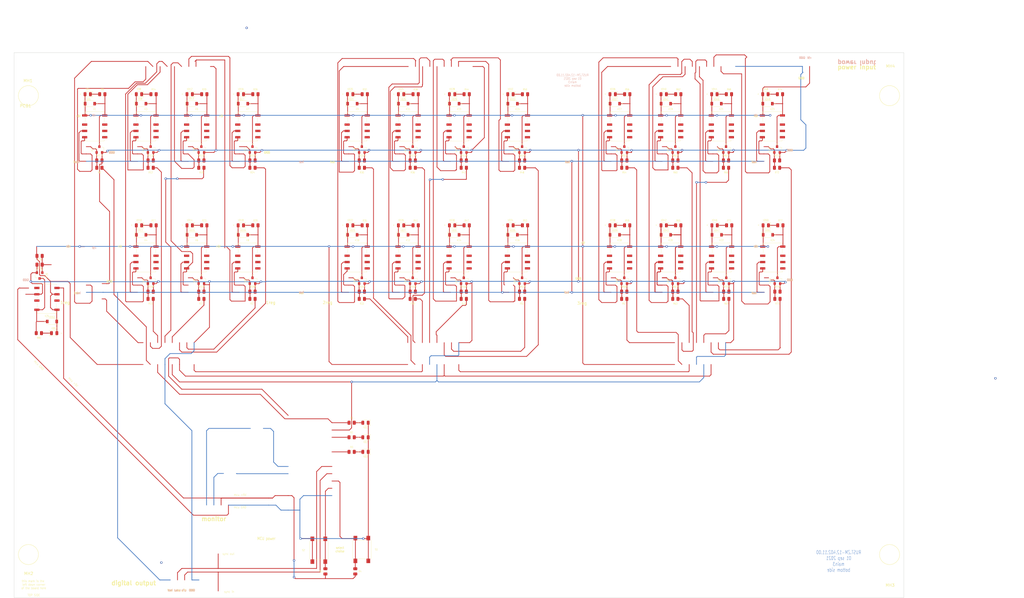
<source format=kicad_pcb>
(kicad_pcb (version 20210824) (generator pcbnew)
  (title_block (title "stend") (date "issue") (rev "rev") (company "comp") (comment 1 "RUST.ZM-12.402.11.00") (comment 2 "c2") (comment 3 "c3") (comment 4 "c4") (comment 5 "c5") (comment 6 "c6") (comment 7 "c7") (comment 8 "c8") (comment 9 "c9"))
  (layers (0 "F.Cu" signal) (31 "B.Cu" signal) (34 "B.Paste" user) (35 "F.Paste" user) (36 "B.SilkS" user "B.Silkscreen") (37 "F.SilkS" user "F.Silkscreen") (38 "B.Mask" user) (39 "F.Mask" user) (44 "Edge.Cuts" user))
  (net 0 "")
  (net 1 "/INSTR+")
  (net 2 "/CTRL1")
  (net 3 "Net-(CP3-Pad1)")
  (net 4 "Net-(CP4-Pad1)")
  (net 5 "/CTRL2")
  (net 6 "/CTRL3")
  (net 7 "Net-(CP11-Pad1)")
  (net 8 "Net-(CP12-Pad1)")
  (net 9 "/CTRL4")
  (net 10 "Net-(CP15-Pad1)")
  (net 11 "Net-(CP16-Pad1)")
  (net 12 "/CTRL5")
  (net 13 "Net-(CP19-Pad1)")
  (net 14 "Net-(CP20-Pad1)")
  (net 15 "/CTRL6")
  (net 16 "Net-(CP23-Pad1)")
  (net 17 "Net-(CP24-Pad1)")
  (net 18 "/CTRL7")
  (net 19 "Net-(CP27-Pad1)")
  (net 20 "Net-(CP28-Pad1)")
  (net 21 "/CTRL8")
  (net 22 "Net-(CP31-Pad1)")
  (net 23 "Net-(CP32-Pad1)")
  (net 24 "/CTRL9")
  (net 25 "Net-(CP35-Pad1)")
  (net 26 "Net-(CP36-Pad1)")
  (net 27 "/CTRL10")
  (net 28 "Net-(CP39-Pad1)")
  (net 29 "Net-(CP40-Pad1)")
  (net 30 "/CTRL11")
  (net 31 "Net-(CP43-Pad1)")
  (net 32 "Net-(CP44-Pad1)")
  (net 33 "/CTRL12")
  (net 34 "Net-(CP47-Pad1)")
  (net 35 "Net-(CP48-Pad1)")
  (net 36 "/CTRL13")
  (net 37 "Net-(CP51-Pad1)")
  (net 38 "Net-(CP52-Pad1)")
  (net 39 "/CTRL14")
  (net 40 "Net-(CP55-Pad1)")
  (net 41 "Net-(CP56-Pad1)")
  (net 42 "/CTRL15")
  (net 43 "Net-(CP59-Pad1)")
  (net 44 "Net-(CP60-Pad1)")
  (net 45 "/CTRL16")
  (net 46 "Net-(CP63-Pad1)")
  (net 47 "Net-(CP64-Pad1)")
  (net 48 "/CTRL17")
  (net 49 "Net-(CP67-Pad1)")
  (net 50 "Net-(CP68-Pad1)")
  (net 51 "/CTRL18")
  (net 52 "Net-(CP71-Pad1)")
  (net 53 "Net-(CP72-Pad1)")
  (net 54 "/CTRL19")
  (net 55 "Net-(CP75-Pad1)")
  (net 56 "Net-(CP76-Pad1)")
  (net 57 "/CTRL20")
  (net 58 "Net-(CP79-Pad1)")
  (net 59 "Net-(CP80-Pad1)")
  (net 60 "/CTRL21")
  (net 61 "Net-(CP83-Pad1)")
  (net 62 "Net-(CP84-Pad1)")
  (net 63 "/CTRL22")
  (net 64 "Net-(CP87-Pad1)")
  (net 65 "Net-(CP88-Pad1)")
  (net 66 "/CTRL23")
  (net 67 "Net-(CP91-Pad1)")
  (net 68 "Net-(CP92-Pad1)")
  (net 69 "/CTRL24")
  (net 70 "Net-(CP95-Pad1)")
  (net 71 "Net-(CP96-Pad1)")
  (net 72 "+5V")
  (net 73 "/MCU+")
  (net 74 "Net-(CP99-Pad1)")
  (net 75 "Net-(CP100-Pad1)")
  (net 76 "GNDD")
  (net 77 "/MCU_GND")
  (net 78 "/2_MCU/SCK")
  (net 79 "Net-(DD1-Pad8)")
  (net 80 "Net-(DD1-Pad9)")
  (net 81 "Net-(DD1-Pad20)")
  (net 82 "Net-(DD1-Pad21)")
  (net 83 "/2_MCU/SYNC IN")
  (net 84 "/2_MCU/SYNC OUT")
  (net 85 "Net-(DD1-Pad25)")
  (net 86 "Net-(DD1-Pad27)")
  (net 87 "/2_MCU/CS{slash}SS")
  (net 88 "/2_MCU/MOSI")
  (net 89 "/RL2")
  (net 90 "/RL3")
  (net 91 "/RL4")
  (net 92 "/RL5")
  (net 93 "/RL6")
  (net 94 "/RL7")
  (net 95 "/RL8")
  (net 96 "Net-(DD3-Pad9)")
  (net 97 "/RL1")
  (net 98 "/RL10")
  (net 99 "/RL11")
  (net 100 "/RL12")
  (net 101 "/RL13")
  (net 102 "/RL14")
  (net 103 "/RL15")
  (net 104 "/RL16")
  (net 105 "Net-(DD4-Pad9)")
  (net 106 "/RL9")
  (net 107 "/RL18")
  (net 108 "/RL19")
  (net 109 "/RL20")
  (net 110 "/RL21")
  (net 111 "/RL22")
  (net 112 "/RL23")
  (net 113 "/RL24")
  (net 114 "/RL17")
  (net 115 "Net-(R1-Pad2)")
  (net 116 "Net-(R2-Pad2)")
  (net 117 "Net-(R3-Pad2)")
  (net 118 "Net-(R8-Pad1)")
  (net 119 "Net-(R14-Pad1)")
  (net 120 "Net-(R17-Pad1)")
  (net 121 "Net-(R20-Pad1)")
  (net 122 "Net-(R23-Pad1)")
  (net 123 "Net-(R26-Pad1)")
  (net 124 "Net-(R29-Pad1)")
  (net 125 "Net-(R32-Pad1)")
  (net 126 "Net-(R35-Pad1)")
  (net 127 "Net-(R38-Pad1)")
  (net 128 "Net-(R41-Pad1)")
  (net 129 "Net-(R44-Pad1)")
  (net 130 "Net-(R47-Pad1)")
  (net 131 "Net-(R50-Pad1)")
  (net 132 "Net-(R53-Pad1)")
  (net 133 "Net-(R56-Pad1)")
  (net 134 "Net-(R59-Pad1)")
  (net 135 "Net-(R62-Pad1)")
  (net 136 "Net-(R65-Pad1)")
  (net 137 "Net-(R68-Pad1)")
  (net 138 "Net-(R71-Pad1)")
  (net 139 "Net-(R74-Pad1)")
  (net 140 "Net-(R77-Pad1)")
  (net 141 "Net-(R80-Pad1)")
  (net 142 "Net-(DD2-Pad1)")
  (net 143 "Net-(DD2-Pad2)")
  (footprint "my_Library_ftprint:LED_0805_2012Metric" (layer "F.Cu") (at 161.798 189.23 180)
    (fp_text reference "VD1")
    (fp_text value "LED")
  )
  (footprint "my_Library_ftprint:R_0805_2012Metric" (layer "F.Cu") (at 161.544 120.406008)
    (fp_text reference "R35")
    (fp_text value "12k")
  )
  (footprint "my_Library_ftprint:R_0805_2012Metric" (layer "F.Cu") (at 287.401 100.33 180)
    (fp_text reference "R66")
    (fp_text value "2.2k")
  )
  (footprint "my_Library_ftprint:D_SOD-123" (layer "F.Cu") (at 301.879 77.978)
    (fp_text reference "VD49")
    (fp_text value "1N4148W")
  )
  (footprint "my_Library_ftprint:SOT-23_MY_C_E_Silk" (layer "F.Cu") (at 160.528 93.98 90)
    (fp_text reference "VT9")
    (fp_text value "2SC1815")
  )
  (footprint "my_Library_ftprint:SOT-23_MY_C_E_Silk" (layer "F.Cu") (at 251.968 93.98 90)
    (fp_text reference "VT17")
    (fp_text value "2SC1815")
  )
  (footprint "my_Library_ftprint:R_0805_2012Metric" (layer "F.Cu") (at 270.764 74.676)
    (fp_text reference "R62")
    (fp_text value "12k")
  )
  (footprint "my_Library_ftprint:D_SOD-123" (layer "F.Cu") (at 157.226 123.708)
    (fp_text reference "VD23")
    (fp_text value "1N4148W")
  )
  (footprint "my_Library_ftprint:R_0805_2012Metric" (layer "F.Cu") (at 48.006 157.988 180)
    (fp_text reference "R80")
    (fp_text value "12k")
  )
  (footprint "my_Library_ftprint:D_SOD-123" (layer "F.Cu") (at 119.126 123.708)
    (fp_text reference "VD19")
    (fp_text value "1N4148W")
  )
  (footprint "my_Library_ftprint:SW_Push_2P1T_6x6mm" (layer "F.Cu") (at 145.542 233.68 -90)
    (fp_text reference "S2")
    (fp_text value "taktile button KLS7")
  )
  (footprint "my_Library_ftprint:Relay_DPDT_Omron_G6K-2F-Y" (layer "F.Cu") (at 285.8518 131.61)
    (fp_text reference "K22")
    (fp_text value "G6K-2F-Y-5VDC_L")
  )
  (footprint "my_Library_ftprint:R_0805_2012Metric" (layer "F.Cu") (at 178.258 100.33 180)
    (fp_text reference "R36")
    (fp_text value "2.2k")
  )
  (footprint "my_Library_ftprint:R_0805_2012Metric" (layer "F.Cu") (at 156.972 189.23)
    (fp_text reference "R1")
    (fp_text value "33k")
  )
  (footprint "my_Library_ftprint:LED_0805_2012Metric" (layer "F.Cu") (at 283.4178 120.406 180)
    (fp_text reference "VD46")
    (fp_text value "LED")
  )
  (footprint "my_Library_ftprint:R_0805_2012Metric" (layer "F.Cu") (at 251.968 97.78)
    (fp_text reference "R55")
    (fp_text value "2.2kvert")
  )
  (footprint "my_Library_ftprint:R_0805_2012Metric" (layer "F.Cu") (at 306.324 120.406)
    (fp_text reference "R77")
    (fp_text value "12k")
  )
  (footprint "my_Library_ftprint:R_0805_2012Metric" (layer "F.Cu") (at 48.26 131.064)
    (fp_text reference "R78")
    (fp_text value "2.2k")
  )
  (footprint "my_Library_ftprint:R_0805_2012Metric" (layer "F.Cu") (at 269.748 100.33 180)
    (fp_text reference "R60")
    (fp_text value "2.2k")
  )
  (footprint "my_Library_ftprint:D_SOD-123" (layer "F.Cu") (at 101.312 123.708)
    (fp_text reference "VD15")
    (fp_text value "1N4148W")
  )
  (footprint "my_Library_ftprint:Relay_DPDT_Omron_G6K-2F-Y" (layer "F.Cu") (at 120.798 131.61)
    (fp_text reference "K8")
    (fp_text value "G6K-2F-Y-5VDC_L")
  )
  (footprint "my_Library_ftprint:D_SOD-123" (layer "F.Cu") (at 284.099 77.978)
    (fp_text reference "VD45")
    (fp_text value "1N4148W")
  )
  (footprint "my_Library_ftprint:D_SOD-123" (layer "F.Cu") (at 213.0552 123.698)
    (fp_text reference "VD35")
    (fp_text value "1N4148W")
  )
  (footprint "my_Library_ftprint:R_0805_2012Metric" (layer "F.Cu") (at 86.949 146.06 180)
    (fp_text reference "R15")
    (fp_text value "2.2k")
  )
  (footprint "my_Library_ftprint:SOT-23_MY_C_E_Silk" (layer "F.Cu") (at 104.614 139.71 90)
    (fp_text reference "VT6")
    (fp_text value "2SC1815")
  )
  (footprint "my_Library_ftprint:R_0805_2012Metric" (layer "F.Cu") (at 178.258 97.78)
    (fp_text reference "R37")
    (fp_text value "2.2kvert")
  )
  (footprint "my_Library_ftprint:SOT-23_MY_C_E_Silk" (layer "F.Cu") (at 216.3572 93.99 90)
    (fp_text reference "VT15")
    (fp_text value "2SC1815")
  )
  (footprint "my_Library_ftprint:R_0805_2012Metric" (layer "F.Cu") (at 179.274 74.676)
    (fp_text reference "R38")
    (fp_text value "12k")
  )
  (footprint "my_Library_ftprint:LED_0805_2012Metric" (layer "F.Cu") (at 174.194 120.406 180)
    (fp_text reference "VD26")
    (fp_text value "LED")
  )
  (footprint "my_Library_ftprint:R_0805_2012Metric" (layer "F.Cu") (at 70.104 74.676)
    (fp_text reference "R8")
    (fp_text value "12k")
  )
  (footprint "my_Library_ftprint:LED_0805_2012Metric" (layer "F.Cu") (at 82.885 120.406 180)
    (fp_text reference "VD10")
    (fp_text value "LED")
  )
  (footprint "my_Library_ftprint:LED_0805_2012Metric" (layer "F.Cu") (at 212.2932 74.686 180)
    (fp_text reference "VD32")
    (fp_text value "LED")
  )
  (footprint "my_Library_ftprint:Relay_DPDT_Omron_G6K-2F-Y" (layer "F.Cu") (at 250.314 131.61)
    (fp_text reference "K18")
    (fp_text value "G6K-2F-Y-5VDC_L")
  )
  (footprint "my_Library_ftprint:Relay_DPDT_Omron_G6K-2F-Y" (layer "F.Cu") (at 176.628 85.88)
    (fp_text reference "K11")
    (fp_text value "G6K-2F-Y-5VDC_L")
  )
  (footprint "my_Library_ftprint:Relay_DPDT_Omron_G6K-2F-Y" (layer "F.Cu") (at 176.628 131.61)
    (fp_text reference "K12")
    (fp_text value "G6K-2F-Y-5VDC_L")
  )
  (footprint "my_Library_ftprint:Relay_DPDT_Omron_G6K-2F-Y" (layer "F.Cu") (at 120.798 85.88)
    (fp_text reference "K7")
    (fp_text value "G6K-2F-Y-5VDC_L")
  )
  (footprint "my_Library_ftprint:SOT-23_MY_C_E_Silk" (layer "F.Cu") (at 196.037 93.98 90)
    (fp_text reference "VT13")
    (fp_text value "2SC1815")
  )
  (footprint "my_Library_ftprint:R_0805_2012Metric" (layer "F.Cu") (at 87.965 120.406)
    (fp_text reference "R17")
    (fp_text value "12k")
  )
  (footprint "my_Library_ftprint:Relay_DPDT_Omron_G6K-2F-Y" (layer "F.Cu") (at 158.898 131.61)
    (fp_text reference "K10")
    (fp_text value "G6K-2F-Y-5VDC_L")
  )
  (footprint "my_Library_ftprint:LED_0805_2012Metric" (layer "F.Cu") (at 156.464 120.406 180)
    (fp_text reference "VD22")
    (fp_text value "LED")
  )
  (footprint "my_Library_ftprint:R_0805_2012Metric" (layer "F.Cu") (at 216.3572 100.34 180)
    (fp_text reference "R48")
    (fp_text value "2.2k")
  )
  (footprint "my_Library_ftprint:R_0805_2012Metric" (layer "F.Cu") (at 123.444 120.406)
    (fp_text reference "R29")
    (fp_text value "12k")
  )
  (footprint "my_Library_ftprint:R_0805_2012Metric" (layer "F.Cu") (at 48.26 134.112 180)
    (fp_text reference "R79")
    (fp_text value "2.2kvert")
  )
  (footprint "my_Library_ftprint:R_0805_2012Metric" (layer "F.Cu") (at 305.308 146.06 180)
    (fp_text reference "R75")
    (fp_text value "2.2k")
  )
  (footprint "my_Library_ftprint:SOT-23_MY_C_E_Silk" (layer "F.Cu") (at 251.944 139.71 90)
    (fp_text reference "VT18")
    (fp_text value "2SC1815")
  )
  (footprint "my_Library_ftprint:SOT-23_MY_C_E_Silk" (layer "F.Cu") (at 86.949 93.98 90)
    (fp_text reference "VT3")
    (fp_text value "2SC1815")
  )
  (footprint "my_Library_ftprint:R_0805_2012Metric" (layer "F.Cu") (at 156.972 194.31)
    (fp_text reference "R2")
    (fp_text value "33k")
  )
  (footprint "my_Library_ftprint:SOT-23_MY_C_E_Silk" (layer "F.Cu") (at 48.26 137.922 -90)
    (fp_text reference "VT25")
    (fp_text value "2SC1815")
  )
  (footprint "my_Library_ftprint:R_0805_2012Metric" (layer "F.Cu") (at 216.3572 143.5)
    (fp_text reference "R52")
    (fp_text value "2.2kvert")
  )
  (footprint "my_Library_ftprint:LED_0805_2012Metric" (layer "F.Cu") (at 265.684 74.676 180)
    (fp_text reference "VD40")
    (fp_text value "LED")
  )
  (footprint "my_Library_ftprint:LED_0805_2012Metric" (layer "F.Cu") (at 156.464 74.676 180)
    (fp_text reference "VD20")
    (fp_text value "LED")
  )
  (footprint "my_Library_ftprint:SOT-23_MY_C_E_Silk" (layer "F.Cu") (at 178.258 139.71 90)
    (fp_text reference "VT12")
    (fp_text value "2SC1815")
  )
  (footprint "my_Library_ftprint:SOT-23_MY_C_E_Silk" (layer "F.Cu") (at 122.428 139.71 90)
    (fp_text reference "VT8")
    (fp_text value "2SC1815")
  )
  (footprint "my_Library_ftprint:Relay_DPDT_Omron_G6K-2F-Y" (layer "F.Cu") (at 250.338 85.88)
    (fp_text reference "K17")
    (fp_text value "G6K-2F-Y-5VDC_L")
  )
  (footprint "my_Library_ftprint:R_0805_2012Metric" (layer "F.Cu") (at 105.63 74.676)
    (fp_text reference "R20")
    (fp_text value "12k")
  )
  (footprint "my_Library_ftprint:R_0805_2012Metric" (layer "F.Cu") (at 252.984 74.676)
    (fp_text reference "R56")
    (fp_text value "12k")
  )
  (footprint "my_Library_ftprint:LED_0805_2012Metric" (layer "F.Cu") (at 283.337 74.676 180)
    (fp_text reference "VD44")
    (fp_text value "LED")
  )
  (footprint "my_Library_ftprint:Relay_DPDT_Omron_G6K-2F-Y" (layer "F.Cu") (at 50.81 146.038 180)
    (fp_text reference "K25")
    (fp_text value "G6K-2F-Y-5VDC_L")
  )
  (footprint "my_Library_ftprint:SOT-23_MY_C_E_Silk" (layer "F.Cu") (at 122.428 93.98 90)
    (fp_text reference "VT7")
    (fp_text value "2SC1815")
  )
  (footprint "my_Library_ftprint:LED_0805_2012Metric" (layer "F.Cu") (at 100.55 120.406 180)
    (fp_text reference "VD14")
    (fp_text value "LED")
  )
  (footprint "my_Library_ftprint:LED_0805_2012Metric" (layer "F.Cu") (at 161.798 194.31 180)
    (fp_text reference "VD2")
    (fp_text value "LED")
  )
  (footprint "my_Library_ftprint:SOT-23_MY_C_E_Silk" (layer "F.Cu") (at 178.258 93.98 90)
    (fp_text reference "VT11")
    (fp_text value "2SC1815")
  )
  (footprint "my_Library_ftprint:R_0805_2012Metric" (layer "F.Cu") (at 104.614 146.06 180)
    (fp_text reference "R21")
    (fp_text value "2.2k")
  )
  (footprint "my_Library_ftprint:D_SOD-123" (layer "F.Cu") (at 266.446 77.978)
    (fp_text reference "VD41")
    (fp_text value "1N4148W")
  )
  (footprint "my_Library_ftprint:board_fp_190x310" (layer "F.Cu") (at 39.37 250.19)
    (fp_text reference "PCB1")
    (fp_text value "board_symbol_190x310")
    (fp_line (start 310 -190) (end 310 0) (layer "Edge.Cuts") (width 0.1))
    (fp_line (start 0 0) (end 0 -190) (layer "Edge.Cuts") (width 0.1))
    (fp_line (start 0 -190) (end 310 -190) (layer "Edge.Cuts") (width 0.1))
    (fp_line (start 310 0) (end 0 0) (layer "Edge.Cuts") (width 0.1))
  )
  (footprint "my_Library_ftprint:R_0805_2012Metric" (layer "F.Cu") (at 269.746 146.06 180)
    (fp_text reference "R63")
    (fp_text value "2.2k")
  )
  (footprint "my_Library_ftprint:R_0805_2012Metric" (layer "F.Cu") (at 196.037 146.06 180)
    (fp_text reference "R45")
    (fp_text value "2.2k")
  )
  (footprint "my_Library_ftprint:D_SOD-123" (layer "F.Cu") (at 284.1798 123.708)
    (fp_text reference "VD47")
    (fp_text value "1N4148W")
  )
  (footprint "my_Library_ftprint:LED_0805_2012Metric" (layer "F.Cu") (at 65.024 74.676 180)
    (fp_text reference "VD4")
    (fp_text value "LED")
  )
  (footprint "my_Library_ftprint:R_0805_2012Metric" (layer "F.Cu") (at 86.949 143.51)
    (fp_text reference "R16")
    (fp_text value "2.2kvert")
  )
  (footprint "my_Library_ftprint:SOT-23_MY_C_E_Silk" (layer "F.Cu") (at 269.748 93.98 90)
    (fp_text reference "VT19")
    (fp_text value "2SC1815")
  )
  (footprint "my_Library_ftprint:SOT-23_MY_C_E_Silk" (layer "F.Cu") (at 86.949 139.71 90)
    (fp_text reference "VT4")
    (fp_text value "2SC1815")
  )
  (footprint "my_Library_ftprint:R_0805_2012Metric" (layer "F.Cu") (at 156.972 199.39)
    (fp_text reference "R3")
    (fp_text value "33k")
  )
  (footprint "my_Library_ftprint:R_0805_2012Metric" (layer "F.Cu") (at 86.949 100.33 180)
    (fp_text reference "R12")
    (fp_text value "2.2k")
  )
  (footprint "my_Library_ftprint:R_0805_2012Metric" (layer "F.Cu") (at 158.242 241.046 -90)
    (fp_text reference "R4")
    (fp_text value "33k")
  )
  (footprint "my_Library_ftprint:Relay_DPDT_Omron_G6K-2F-Y" (layer "F.Cu") (at 102.984 131.61)
    (fp_text reference "K6")
    (fp_text value "G6K-2F-Y-5VDC_L")
  )
  (footprint "my_Library_ftprint:D_SOD-123" (layer "F.Cu") (at 119.126 77.978)
    (fp_text reference "VD17")
    (fp_text value "1N4148W")
  )
  (footprint "my_Library_ftprint:R_0805_2012Metric" (layer "F.Cu") (at 269.748 97.78)
    (fp_text reference "R61")
    (fp_text value "2.2kvert")
  )
  (footprint "my_Library_ftprint:SOT-23_MY_C_E_Silk" (layer "F.Cu") (at 104.614 93.98 90)
    (fp_text reference "VT5")
    (fp_text value "2SC1815")
  )
  (footprint "my_Library_ftprint:R_0805_2012Metric" (layer "F.Cu") (at 104.614 143.51)
    (fp_text reference "R22")
    (fp_text value "2.2kvert")
  )
  (footprint "my_Library_ftprint:Relay_DPDT_Omron_G6K-2F-Y" (layer "F.Cu") (at 67.458 85.88)
    (fp_text reference "K1")
    (fp_text value "G6K-2F-Y-5VDC_L")
  )
  (footprint "my_Library_ftprint:R_0805_2012Metric" (layer "F.Cu") (at 161.544 74.676)
    (fp_text reference "R32")
    (fp_text value "12k")
  )
  (footprint "my_Library_ftprint:R_0805_2012Metric" (layer "F.Cu") (at 269.746 143.51)
    (fp_text reference "R64")
    (fp_text value "2.2kvert")
  )
  (footprint "my_Library_ftprint:R_0805_2012Metric" (layer "F.Cu") (at 160.528 97.78)
    (fp_text reference "R31")
    (fp_text value "2.2kvert")
  )
  (footprint "my_Library_ftprint:R_0805_2012Metric" (layer "F.Cu") (at 287.4818 143.51)
    (fp_text reference "R70")
    (fp_text value "2.2kvert")
  )
  (footprint "my_Library_ftprint:R_0805_2012Metric" (layer "F.Cu") (at 123.444 74.676)
    (fp_text reference "R26")
    (fp_text value "12k")
  )
  (footprint "my_Library_ftprint:LED_0805_2012Metric" (layer "F.Cu") (at 118.364 120.406 180)
    (fp_text reference "VD18")
    (fp_text value "LED")
  )
  (footprint "my_Library_ftprint:Relay_DPDT_Omron_G6K-2F-Y" (layer "F.Cu") (at 194.407 131.61)
    (fp_text reference "K14")
    (fp_text value "G6K-2F-Y-5VDC_L")
  )
  (footprint "my_Library_ftprint:R_0805_2012Metric" (layer "F.Cu") (at 288.417 74.676)
    (fp_text reference "R68")
    (fp_text value "12k")
  )
  (footprint "my_Library_ftprint:R_0805_2012Metric" (layer "F.Cu") (at 122.428 143.51)
    (fp_text reference "R28")
    (fp_text value "2.2kvert")
  )
  (footprint "my_Library_ftprint:R_0805_2012Metric" (layer "F.Cu") (at 252.96 120.406)
    (fp_text reference "R59")
    (fp_text value "12k")
  )
  (footprint "my_Library_ftprint:R_0805_2012Metric" (layer "F.Cu") (at 251.944 146.06 180)
    (fp_text reference "R57")
    (fp_text value "2.2k")
  )
  (footprint "my_Library_ftprint:R_0805_2012Metric" (layer "F.Cu") (at 87.965 74.676)
    (fp_text reference "R14")
    (fp_text value "12k")
  )
  (footprint "my_Library_ftprint:R_0805_2012Metric" (layer "F.Cu") (at 196.037 100.33 180)
    (fp_text reference "R42")
    (fp_text value "2.2k")
  )
  (footprint "my_Library_ftprint:SOT-23_MY_C_E_Silk" (layer "F.Cu") (at 69.088 93.98 90)
    (fp_text reference "VT1")
    (fp_text value "2SC1815")
  )
  (footprint "my_Library_ftprint:R_0805_2012Metric" (layer "F.Cu") (at 160.528 146.06 180)
    (fp_text reference "R33")
    (fp_text value "2.2k")
  )
  (footprint "my_Library_ftprint:SW_Push_2P1T_6x6mm" (layer "F.Cu") (at 160.528 233.426 90)
    (fp_text reference "S1")
    (fp_text value "taktile button KLS7")
  )
  (footprint "my_Library_ftprint:R_0805_2012Metric" (layer "F.Cu") (at 287.401 97.78)
    (fp_text reference "R67")
    (fp_text value "2.2kvert")
  )
  (footprint "my_Library_ftprint:Relay_DPDT_Omron_G6K-2F-Y" (layer "F.Cu") (at 102.984 85.88)
    (fp_text reference "K5")
    (fp_text value "G6K-2F-Y-5VDC_L")
  )
  (footprint "my_Library_ftprint:D_SOD-123" (layer "F.Cu") (at 302.006 123.708)
    (fp_text reference "VD51")
    (fp_text value "1N4148W")
  )
  (footprint "my_Library_ftprint:R_0805_2012Metric" (layer "F.Cu") (at 216.3572 97.79)
    (fp_text reference "R49")
    (fp_text value "2.2kvert")
  )
  (footprint "my_Library_ftprint:SOT-23_MY_C_E_Silk" (layer "F.Cu") (at 269.746 139.71 90)
    (fp_text reference "VT20")
    (fp_text value "2SC1815")
  )
  (footprint "my_Library_ftprint:LED_0805_2012Metric" (layer "F.Cu") (at 53.34 157.988)
    (fp_text reference "VD52")
    (fp_text value "LED")
  )
  (footprint "my_Library_ftprint:LED_0805_2012Metric" (layer "F.Cu") (at 212.2932 120.396 180)
    (fp_text reference "VD34")
    (fp_text value "LED")
  )
  (footprint "my_Library_ftprint:Relay_DPDT_Omron_G6K-2F-Y" (layer "F.Cu") (at 194.407 85.88)
    (fp_text reference "K13")
    (fp_text value "G6K-2F-Y-5VDC_L")
  )
  (footprint "my_Library_ftprint:R_0805_2012Metric" (layer "F.Cu") (at 160.528 143.51)
    (fp_text reference "R34")
    (fp_text value "2.2kvert")
  )
  (footprint "my_Library_ftprint:R_0805_2012Metric" (layer "F.Cu") (at 306.197 74.676)
    (fp_text reference "R74")
    (fp_text value "12k")
  )
  (footprint "my_Library_ftprint:R_0805_2012Metric" (layer "F.Cu") (at 104.614 97.78)
    (fp_text reference "R19")
    (fp_text value "2.2kvert")
  )
  (footprint "my_Library_ftprint:Relay_DPDT_Omron_G6K-2F-Y" (layer "F.Cu") (at 268.116 131.61)
    (fp_text reference "K20")
    (fp_text value "G6K-2F-Y-5VDC_L")
  )
  (footprint "my_Library_ftprint:R_0805_2012Metric" (layer "F.Cu") (at 122.428 100.33 180)
    (fp_text reference "R24")
    (fp_text value "2.2k")
  )
  (footprint "my_Library_ftprint:SOT-23_MY_C_E_Silk" (layer "F.Cu") (at 287.401 93.98 90)
    (fp_text reference "VT21")
    (fp_text value "2SC1815")
  )
  (footprint "my_Library_ftprint:R_0805_2012Metric" (layer "F.Cu") (at 179.274 120.406)
    (fp_text reference "R41")
    (fp_text value "12k")
  )
  (footprint "my_Library_ftprint:D_SOD-123" (layer "F.Cu") (at 157.226 77.978)
    (fp_text reference "VD21")
    (fp_text value "1N4148W")
  )
  (footprint "my_Library_ftprint:R_0805_2012Metric" (layer "F.Cu") (at 287.4818 146.06 180)
    (fp_text reference "R69")
    (fp_text value "2.2k")
  )
  (footprint "my_Library_ftprint:D_SOD-123" (layer "F.Cu") (at 266.444 123.708)
    (fp_text reference "VD43")
    (fp_text value "1N4148W")
  )
  (footprint "my_Library_ftprint:R_0805_2012Metric" (layer "F.Cu") (at 160.528 100.33 180)
    (fp_text reference "R30")
    (fp_text value "2.2k")
  )
  (footprint "my_Library_ftprint:D_SOD-123" (layer "F.Cu") (at 192.735 77.978)
    (fp_text reference "VD29")
    (fp_text value "1N4148W")
  )
  (footprint "my_Library_ftprint:R_0805_2012Metric" (layer "F.Cu") (at 196.037 97.78)
    (fp_text reference "R43")
    (fp_text value "2.2kvert")
  )
  (footprint "my_Library_ftprint:Relay_DPDT_Omron_G6K-2F-Y" (layer "F.Cu") (at 303.678 131.61)
    (fp_text reference "K24")
    (fp_text value "G6K-2F-Y-5VDC_L")
  )
  (footprint "my_Library_ftprint:D_SOD-123" (layer "F.Cu") (at 213.0552 77.988)
    (fp_text reference "VD33")
    (fp_text value "1N4148W")
  )
  (footprint "my_Library_ftprint:D_SOD-123" (layer "F.Cu") (at 248.666 77.978)
    (fp_text reference "VD37")
    (fp_text value "1N4148W")
  )
  (footprint "my_Library_ftprint:Relay_DPDT_Omron_G6K-2F-Y" (layer "F.Cu") (at 85.319 131.61)
    (fp_text reference "K4")
    (fp_text value "G6K-2F-Y-5VDC_L")
  )
  (footprint "my_Library_ftprint:R_0805_2012Metric" (layer "F.Cu") (at 196.037 143.51)
    (fp_text reference "R46")
    (fp_text value "2.2kvert")
  )
  (footprint "my_Library_ftprint:LED_0805_2012Metric" (layer "F.Cu") (at 301.117 74.676 180)
    (fp_text reference "VD48")
    (fp_text value "LED")
  )
  (footprint "my_Library_ftprint:R_0805_2012Metric" (layer "F.Cu") (at 69.088 97.78)
    (fp_text reference "R7")
    (fp_text value "2.2kvert")
  )
  (footprint "my_Library_ftprint:R_0805_2012Metric" (layer "F.Cu") (at 305.308 143.51)
    (fp_text reference "R76")
    (fp_text value "2.2kvert")
  )
  (footprint "my_Library_ftprint:R_0805_2012Metric" (layer "F.Cu") (at 288.4978 120.406)
    (fp_text reference "R71")
    (fp_text value "12k")
  )
  (footprint "my_Library_ftprint:D_SOD-123" (layer "F.Cu") (at 83.647 77.978)
    (fp_text reference "VD9")
    (fp_text value "1N4148W")
  )
  (footprint "my_Library_ftprint:R_0805_2012Metric" (layer "F.Cu") (at 216.3572 146.05 180)
    (fp_text reference "R51")
    (fp_text value "2.2k")
  )
  (footprint "my_Library_ftprint:D_SOD-123" (layer "F.Cu") (at 52.578 153.924 180)
    (fp_text reference "VD53")
    (fp_text value "1N4148W")
  )
  (footprint "my_Library_ftprint:LED_0805_2012Metric" (layer "F.Cu") (at 161.798 199.39 180)
    (fp_text reference "VD3")
    (fp_text value "LED")
  )
  (footprint "my_Library_ftprint:R_0805_2012Metric" (layer "F.Cu") (at 105.63 120.406)
    (fp_text reference "R23")
    (fp_text value "12k")
  )
  (footprint "my_Library_ftprint:D_SOD-123" (layer "F.Cu") (at 101.312 77.978)
    (fp_text reference "VD13")
    (fp_text value "1N4148W")
  )
  (footprint "my_Library_ftprint:D_SOD-123" (layer "F.Cu") (at 83.647 123.708)
    (fp_text reference "VD11")
    (fp_text value "1N4148W")
  )
  (footprint "my_Library_ftprint:R_0805_2012Metric" (layer "F.Cu") (at 251.968 100.33 180)
    (fp_text reference "R54")
    (fp_text value "2.2k")
  )
  (footprint "my_Library_ftprint:Relay_DPDT_Omron_G6K-2F-Y" (layer "F.Cu") (at 214.7272 131.6)
    (fp_text reference "K16")
    (fp_text value "G6K-2F-Y-5VDC_L")
  )
  (footprint "my_Library_ftprint:R_0805_2012Metric" (layer "F.Cu") (at 305.181 100.33 180)
    (fp_text reference "R72")
    (fp_text value "2.2k")
  )
  (footprint "my_Library_ftprint:LED_0805_2012Metric" (layer "F.Cu") (at 191.973 120.406 180)
    (fp_text reference "VD30")
    (fp_text value "LED")
  )
  (footprint "my_Library_ftprint:LED_0805_2012Metric" (layer "F.Cu") (at 118.364 74.676 180)
    (fp_text reference "VD16")
    (fp_text value "LED")
  )
  (footprint "my_Library_ftprint:LED_0805_2012Metric" (layer "F.Cu") (at 265.682 120.406 180)
    (fp_text reference "VD42")
    (fp_text value "LED")
  )
  (footprint "my_Library_ftprint:SOT-23_MY_C_E_Silk" (layer "F.Cu") (at 305.181 93.98 90)
    (fp_text reference "VT23")
    (fp_text value "2SC1815")
  )
  (footprint "my_Library_ftprint:R_0805_2012Metric" (layer "F.Cu") (at 270.762 120.406)
    (fp_text reference "R65")
    (fp_text value "12k")
  )
  (footprint "my_Library_ftprint:D_SOD-123" (layer "F.Cu") (at 174.956 123.708)
    (fp_text reference "VD27")
    (fp_text value "1N4148W")
  )
  (footprint "my_Library_ftprint:Relay_DPDT_Omron_G6K-2F-Y" (layer "F.Cu") (at 268.118 85.88)
    (fp_text reference "K19")
    (fp_text value "G6K-2F-Y-5VDC_L")
  )
  (footprint "my_Library_ftprint:R_0805_2012Metric" (layer "F.Cu") (at 104.614 100.33 180)
    (fp_text reference "R18")
    (fp_text value "2.2k")
  )
  (footprint "my_Library_ftprint:R_0805_2012Metric" (layer "F.Cu") (at 147.828 241.046 90)
    (fp_text reference "R5")
    (fp_text value "33k")
  )
  (footprint "my_Library_ftprint:D_SOD-123" (layer "F.Cu") (at 65.786 77.978)
    (fp_text reference "VD5")
    (fp_text value "1N4148W")
  )
  (footprint "my_Library_ftprint:SOT-23_MY_C_E_Silk" (layer "F.Cu") (at 287.4818 139.71 90)
    (fp_text reference "VT22")
    (fp_text value "2SC1815")
  )
  (footprint "my_Library_ftprint:SOT-23_MY_C_E_Silk" (layer "F.Cu") (at 216.3572 139.7 90)
    (fp_text reference "VT16")
    (fp_text value "2SC1815")
  )
  (footprint "my_Library_ftprint:D_SOD-123" (layer "F.Cu") (at 192.735 123.708)
    (fp_text reference "VD31")
    (fp_text value "1N4148W")
  )
  (footprint "my_Library_ftprint:R_0805_2012Metric" (layer "F.Cu") (at 251.944 143.51)
    (fp_text reference "R58")
    (fp_text value "2.2kvert")
  )
  (footprint "my_Library_ftprint:LED_0805_2012Metric" (layer "F.Cu") (at 191.973 74.676 180)
    (fp_text reference "VD28")
    (fp_text value "LED")
  )
  (footprint "my_Library_ftprint:R_0805_2012Metric" (layer "F.Cu") (at 178.258 146.06 180)
    (fp_text reference "R39")
    (fp_text value "2.2k")
  )
  (footprint "my_Library_ftprint:D_SOD-123" (layer "F.Cu") (at 248.642 123.708)
    (fp_text reference "VD39")
    (fp_text value "1N4148W")
  )
  (footprint "my_Library_ftprint:R_0805_2012Metric" (layer "F.Cu") (at 122.428 97.78)
    (fp_text reference "R25")
    (fp_text value "2.2kvert")
  )
  (footprint "my_Library_ftprint:R_0805_2012Metric" (layer "F.Cu") (at 86.949 97.78)
    (fp_text reference "R13")
    (fp_text value "2.2kvert")
  )
  (footprint "my_Library_ftprint:LED_0805_2012Metric" (layer "F.Cu") (at 247.904 74.676 180)
    (fp_text reference "VD36")
    (fp_text value "LED")
  )
  (footprint "my_Library_ftprint:Relay_DPDT_Omron_G6K-2F-Y" (layer "F.Cu") (at 285.771 85.88)
    (fp_text reference "K21")
    (fp_text value "G6K-2F-Y-5VDC_L")
  )
  (footprint "my_Library_ftprint:SOT-23_MY_C_E_Silk" (layer "F.Cu") (at 196.037 139.71 90)
    (fp_text reference "VT14")
    (fp_text value "2SC1815")
  )
  (footprint "my_Library_ftprint:R_0805_2012Metric" (layer "F.Cu") (at 217.3732 74.686)
    (fp_text reference "R50")
    (fp_text value "12k")
  )
  (footprint "my_Library_ftprint:R_0805_2012Metric" (layer "F.Cu") (at 69.088 100.33 180)
    (fp_text reference "R6")
    (fp_text value "2.2k")
  )
  (footprint "my_Library_ftprint:LED_0805_2012Metric" (layer "F.Cu") (at 100.55 74.676 180)
    (fp_text reference "VD12")
    (fp_text value "LED")
  )
  (footprint "my_Library_ftprint:Relay_DPDT_Omron_G6K-2F-Y" (layer "F.Cu") (at 85.319 85.88)
    (fp_text reference "K3")
    (fp_text value "G6K-2F-Y-5VDC_L")
  )
  (footprint "my_Library_ftprint:Relay_DPDT_Omron_G6K-2F-Y" (layer "F.Cu") (at 214.7272 85.89)
    (fp_text reference "K15")
    (fp_text value "G6K-2F-Y-5VDC_L")
  )
  (footprint "my_Library_ftprint:SOT-23_MY_C_E_Silk" (layer "F.Cu") (at 160.528 139.71 90)
    (fp_text reference "VT10")
    (fp_text value "2SC1815")
  )
  (footprint "my_Library_ftprint:LED_0805_2012Metric" (layer "F.Cu") (at 247.88 120.406 180)
    (fp_text reference "VD38")
    (fp_text value "LED")
  )
  (footprint "my_Library_ftprint:LED_0805_2012Metric" (layer "F.Cu") (at 301.244 120.406 180)
    (fp_text reference "VD50")
    (fp_text value "LED")
  )
  (footprint "my_Library_ftprint:LED_0805_2012Metric" (layer "F.Cu") (at 174.194 74.676 180)
    (fp_text reference "VD24")
    (fp_text value "LED")
  )
  (footprint "my_Library_ftprint:R_0805_2012Metric" (layer "F.Cu") (at 197.053 120.406)
    (fp_text reference "R47")
    (fp_text value "12k")
  )
  (footprint "my_Library_ftprint:R_0805_2012Metric" (layer "F.Cu") (at 122.428 146.06 180)
    (fp_text reference "R27")
    (fp_text value "2.2k")
  )
  (footprint "my_Library_ftprint:Relay_DPDT_Omron_G6K-2F-Y" (layer "F.Cu") (at 303.551 85.88)
    (fp_text reference "K23")
    (fp_text value "G6K-2F-Y-5VDC_L")
  )
  (footprint "my_Library_ftprint:SOT-23_MY_C_E_Silk" (layer "F.Cu") (at 305.308 139.71 90)
    (fp_text reference "VT24")
    (fp_text value "2SC1815")
  )
  (footprint "my_Library_ftprint:R_0805_2012Metric" (layer "F.Cu") (at 217.3732 120.396)
    (fp_text reference "R53")
    (fp_text value "12k")
  )
  (footprint "my_Library_ftprint:R_0805_2012Metric" (layer "F.Cu") (at 197.053 74.676)
    (fp_text reference "R44")
    (fp_text value "12k")
  )
  (footprint "my_Library_ftprint:Relay_DPDT_Omron_G6K-2F-Y" (layer "F.Cu") (at 158.898 85.88)
    (fp_text reference "K9")
    (fp_text value "G6K-2F-Y-5VDC_L")
  )
  (footprint "my_Library_ftprint:R_0805_2012Metric" (layer "F.Cu") (at 305.181 97.78)
    (fp_text reference "R73")
    (fp_text value "2.2kvert")
  )
  (footprint "my_Library_ftprint:D_SOD-123" (layer "F.Cu") (at 174.956 77.978)
    (fp_text reference "VD25")
    (fp_text value "1N4148W")
  )
  (footprint "my_Library_ftprint:R_0805_2012Metric" (layer "F.Cu") (at 178.258 143.51)
    (fp_text reference "R40")
    (fp_text value "2.2kvert")
  )
  (footprint "my_Library_ftprint:LED_0805_2012Metric" (layer "F.Cu") (at 82.885 74.676 180)
    (fp_text reference "VD8")
    (fp_text value "LED")
  )
  (gr_text "RUST.ZM-12.402.11.00\n01 sep 2021\nmain3\nbottom side" (at 326.644 237.49) (layer "B.Cu") (effects (font (size 1.27 0.889) (thickness 0.0762)) (justify mirror)))
  (gr_text "instr" (at 61.468 98.298) (layer "B.SilkS") (effects (font (size 0.762 0.508) (thickness 0.127)) (justify mirror)))
  (gr_text "+5V" (at 67.31 82.042) (layer "B.SilkS") (effects (font (size 0.762 0.508) (thickness 0.127)) (justify mirror)))
  (gr_text "RUST.ZM-12.402.11.00\n01 sep 2021\nmain3\nbottom side" (at 233.934 69.85) (layer "B.SilkS") (effects (font (size 0.762 0.635) (thickness 0.0762)) (justify mirror)))
  (gr_text "+5V" (at 67.31 128.27) (layer "B.SilkS") (effects (font (size 0.762 0.508) (thickness 0.127)) (justify mirror)))
  (gr_text "instr" (at 93.726 247.65) (layer "B.SilkS") (effects (font (size 0.762 0.508) (thickness 0.127)) (justify mirror)))
  (gr_text "GNDD" (at 73.406 94.996) (layer "B.SilkS") (effects (font (size 0.762 0.508) (thickness 0.127)) (justify mirror)))
  (gr_text "instr" (at 297.18 98.298) (layer "B.SilkS") (effects (font (size 0.762 0.508) (thickness 0.127)) (justify mirror)))
  (gr_text "+5V" (at 297.942 127.762) (layer "B.SilkS") (effects (font (size 0.762 0.508) (thickness 0.127)) (justify mirror)))
  (gr_text "GNDD" (at 101.346 247.65) (layer "B.SilkS") (effects (font (size 0.762 0.508) (thickness 0.127)) (justify mirror)))
  (gr_text "instr" (at 139.446 98.298) (layer "B.SilkS") (effects (font (size 0.762 0.508) (thickness 0.127)) (justify mirror)))
  (gr_text "+5V" (at 58.42 127.762) (layer "B.SilkS") (effects (font (size 0.762 0.508) (thickness 0.127)) (justify mirror)))
  (gr_text "power input" (at 332.944 63.708 180) (layer "B.SilkS") (effects (font (size 1.5 1.5) (thickness 0.3)) (justify mirror)))
  (gr_text "instr" (at 139.446 143.764) (layer "B.SilkS") (effects (font (size 0.762 0.508) (thickness 0.127)) (justify mirror)))
  (gr_text "instr" (at 232.156 98.298) (layer "B.SilkS") (effects (font (size 0.762 0.508) (thickness 0.127)) (justify mirror)))
  (gr_text "+5V" (at 316.484 61.976) (layer "B.SilkS") (effects (font (size 0.762 0.508) (thickness 0.127)) (justify mirror)))
  (gr_text "instr" (at 231.902 143.764) (layer "B.SilkS") (effects (font (size 0.762 0.508) (thickness 0.127)) (justify mirror)))
  (gr_text "s/out" (at 96.266 247.65) (layer "B.SilkS") (effects (font (size 0.762 0.508) (thickness 0.127)) (justify mirror)))
  (gr_text "+5V" (at 297.942 82.042) (layer "B.SilkS") (effects (font (size 0.762 0.508) (thickness 0.127)) (justify mirror)))
  (gr_text "instr" (at 61.722 144.018) (layer "B.SilkS") (effects (font (size 0.762 0.508) (thickness 0.127)) (justify mirror)))
  (gr_text "s/in" (at 98.552 247.65) (layer "B.SilkS") (effects (font (size 0.762 0.508) (thickness 0.127)) (justify mirror)))
  (gr_text "GNDD" (at 43.434 139.446) (layer "B.SilkS") (effects (font (size 0.762 0.508) (thickness 0.127)) (justify mirror)))
  (gr_text "GNDD" (at 313.944 61.976) (layer "B.SilkS") (effects (font (size 0.762 0.508) (thickness 0.127)) (justify mirror)))
  (gr_text "GNDD" (at 309.626 94.234) (layer "B.SilkS") (effects (font (size 0.762 0.508) (thickness 0.127)) (justify mirror)))
  (gr_text "instr" (at 297.18 144.018) (layer "B.SilkS") (effects (font (size 0.762 0.508) (thickness 0.127)) (justify mirror)))
  (gr_text "GNDD" (at 309.626 139.446) (layer "B.SilkS") (effects (font (size 0.762 0.508) (thickness 0.127)) (justify mirror)))
  (gr_text "GNDD" (at 72.644 139.954) (layer "F.SilkS") (effects (font (size 0.762 0.508) (thickness 0.127))))
  (gr_text "instr" (at 60.96 98.29799) (layer "F.SilkS") (effects (font (size 0.762 0.508) (thickness 0.127))))
  (gr_text "instr" (at 61.214 144.018) (layer "F.SilkS") (effects (font (size 0.762 0.508) (thickness 0.127))))
  (gr_text "2reg" (at 148.59 147.319995) (layer "F.SilkS") (effects (font (size 1 1))))
  (gr_text "this mark is the \nleft down corner\nof the board here\n\nTOP SIDE" (at 46.228 246.888) (layer "F.SilkS") (effects (font (size 0.762 0.635) (thickness 0.0762))))
  (gr_text "instr" (at 297.18 144.018) (layer "F.SilkS") (effects (font (size 0.762 0.508) (thickness 0.127))))
  (gr_text "s/in" (at 98.552 247.65) (layer "F.SilkS") (effects (font (size 0.762 0.508) (thickness 0.127))))
  (gr_text "+5V" (at 61.722 82.296) (layer "F.SilkS") (effects (font (size 0.762 0.508) (thickness 0.127))))
  (gr_text "MCU power" (at 127.254 229.616) (layer "F.SilkS") (effects (font (size 1.016 0.762) (thickness 0.127))))
  (gr_text "mcu +5V" (at 59.944 175.006 315) (layer "F.SilkS") (effects (font (size 0.762 0.635) (thickness 0.0762))))
  (gr_text "3reg" (at 237.236011 147.574) (layer "F.SilkS") (effects (font (size 1 1))))
  (gr_text "+5V" (at 111.506 82.296) (layer "F.SilkS") (effects (font (size 0.762 0.508) (thickness 0.127))))
  (gr_text "instr" (at 139.446 144.018) (layer "F.SilkS") (effects (font (size 0.762 0.508) (thickness 0.127))))
  (gr_text "+5V" (at 76.2 127.762) (layer "F.SilkS") (effects (font (size 0.762 0.508) (thickness 0.127))))
  (gr_text "GNDD" (at 127.508 94.99599) (layer "F.SilkS") (effects (font (size 0.762 0.508) (thickness 0.127))))
  (gr_text "1reg" (at 128.778 147.32) (layer "F.SilkS") (effects (font (size 1 1))))
  (gr_text "GNDD" (at 309.626 139.446) (layer "F.SilkS") (effects (font (size 0.762 0.508) (thickness 0.127))))
  (gr_text "+5V" (at 110.49 127.762) (layer "F.SilkS") (effects (font (size 0.762 0.508) (thickness 0.127))))
  (gr_text "instr" (at 297.179888 98.29799) (layer "F.SilkS") (effects (font (size 0.762 0.508) (thickness 0.127))))
  (gr_text "sync in" (at 114.3 248.158) (layer "F.SilkS") (effects (font (size 0.762 0.635) (thickness 0.0762))))
  (gr_text "mcu GND" (at 118.11 218.694) (layer "F.SilkS") (effects (font (size 0.762 0.635) (thickness 0.0762))))
  (gr_text "GNDD" (at 101.346 247.65) (layer "F.SilkS") (effects (font (size 0.762 0.508) (thickness 0.127))))
  (gr_text "+5V" (at 297.688 82.296) (layer "F.SilkS") (effects (font (size 0.762 0.508) (thickness 0.127))))
  (gr_text "monitor" (at 108.966 222.758) (layer "F.SilkS") (effects (font (size 1.5 1.5) (thickness 0.3))))
  (gr_text "+5V" (at 237.49 126.492) (layer "F.SilkS") (effects (font (size 0.762 0.508) (thickness 0.127))))
  (gr_text "mcu +5V" (at 118.11 214.376) (layer "F.SilkS") (effects (font (size 0.762 0.635) (thickness 0.0762))))
  (gr_text "sync out" (at 114.046 234.95) (layer "F.SilkS") (effects (font (size 0.762 0.635) (thickness 0.0762))))
  (gr_text "GNDD" (at 309.626 94.234) (layer "F.SilkS") (effects (font (size 0.762 0.508) (thickness 0.127))))
  (gr_text "instr" (at 232.156 98.29799) (layer "F.SilkS") (effects (font (size 0.762 0.508) (thickness 0.127))))
  (gr_text "1reg" (at 57.15 147.32) (layer "F.SilkS") (effects (font (size 1 1))))
  (gr_text "GNDD" (at 235.966 138.938) (layer "F.SilkS") (effects (font (size 0.762 0.508) (thickness 0.127))))
  (gr_text "select\nchoise" (at 152.908 233.426) (layer "F.SilkS") (effects (font (size 0.762 0.635) (thickness 0.127))))
  (gr_text "digital output" (at 81.026 245.11) (layer "F.SilkS") (effects (font (size 1.5 1.5) (thickness 0.3))))
  (gr_text "power input" (at 332.944 65.232) (layer "F.SilkS") (effects (font (size 1.5 1.5) (thickness 0.3))))
  (gr_text "mcu GND" (at 48.006 169.164 315) (layer "F.SilkS") (effects (font (size 0.762 0.635) (thickness 0.0762))))
  (gr_text "+5V" (at 58.166 127.762) (layer "F.SilkS") (effects (font (size 0.762 0.508) (thickness 0.127))))
  (gr_text "+5V" (at 297.688 127.762) (layer "F.SilkS") (effects (font (size 0.762 0.508) (thickness 0.127))))
  (gr_text "s/out" (at 96.266 247.65) (layer "F.SilkS") (effects (font (size 0.762 0.508) (thickness 0.127))))
  (gr_text "instr" (at 231.902 143.764) (layer "F.SilkS") (effects (font (size 0.762 0.508) (thickness 0.127))))
  (gr_text "GNDD" (at 313.69 69.088) (layer "F.SilkS") (effects (font (size 0.762 0.508) (thickness 0.127))))
  (gr_text "instr" (at 93.726 247.65) (layer "F.SilkS") (effects (font (size 0.762 0.508) (thickness 0.127))))
  (gr_text "instr" (at 150.368 98.29799) (layer "F.SilkS") (effects (font (size 0.762 0.508) (thickness 0.127))))
  (gr_text "GNDD" (at 73.406 94.99599) (layer "F.SilkS") (effects (font (size 0.762 0.508) (thickness 0.127))))
  (via (at 381.254 173.736) (size 0.8) (drill 0.4) (layers "F.Cu" "B.Cu") (net 0))
  (via (at 120.396 51.562) (size 0.8) (drill 0.4) (layers "F.Cu" "B.Cu") (net 0))
  (via (at 90.678 237.998) (size 0.8) (drill 0.4) (layers "F.Cu" "B.Cu") (net 0))
  (segment locked (start 280.289 88.138) (end 280.289 97.79) (width 0.25) (layer "F.Cu") (net 1))
  (segment (start 62.634 87.48) (end 61.976 88.138) (width 0.25) (layer "F.Cu") (net 1))
  (segment locked (start 80.091 98.044) (end 82.377 98.044) (width 0.25) (layer "F.Cu") (net 1))
  (segment locked (start 115.316 88.138) (end 115.316 97.79) (width 0.25) (layer "F.Cu") (net 1))
  (segment locked (start 298.196 133.868) (end 298.196 143.52) (width 0.25) (layer "F.Cu") (net 1))
  (segment locked (start 298.45 143.774) (end 300.736 143.774) (width 0.25) (layer "F.Cu") (net 1))
  (segment locked (start 171.804 87.48) (end 171.146 88.138) (width 0.25) (layer "F.Cu") (net 1))
  (segment locked (start 280.3698 133.868) (end 280.3698 143.52) (width 0.25) (layer "F.Cu") (net 1))
  (segment locked (start 98.16 87.48) (end 97.502 88.138) (width 0.25) (layer "F.Cu") (net 1))
  (segment locked (start 280.947 87.48) (end 280.289 88.138) (width 0.25) (layer "F.Cu") (net 1))
  (segment locked (start 155.398 133.21) (end 154.074 133.21) (width 0.25) (layer "F.Cu") (net 1))
  (segment (start 61.976 97.79) (end 62.23 98.044) (width 0.25) (layer "F.Cu") (net 1))
  (segment locked (start 280.3698 143.52) (end 280.6238 143.774) (width 0.25) (layer "F.Cu") (net 1))
  (segment locked (start 115.316 97.79) (end 115.57 98.044) (width 0.25) (layer "F.Cu") (net 1))
  (segment locked (start 300.051 87.48) (end 298.727 87.48) (width 0.25) (layer "F.Cu") (net 1))
  (segment locked (start 97.756 98.044) (end 100.042 98.044) (width 0.25) (layer "F.Cu") (net 1))
  (segment locked (start 262.89 98.044) (end 265.176 98.044) (width 0.25) (layer "F.Cu") (net 1))
  (segment locked (start 188.925 133.868) (end 188.925 143.52) (width 0.25) (layer "F.Cu") (net 1))
  (segment locked (start 153.67 143.774) (end 155.956 143.774) (width 0.25) (layer "F.Cu") (net 1))
  (segment locked (start 80.495 133.21) (end 79.837 133.868) (width 0.25) (layer "F.Cu") (net 1))
  (segment locked (start 190.907 87.48) (end 189.583 87.48) (width 0.25) (layer "F.Cu") (net 1))
  (segment locked (start 244.832 133.868) (end 244.832 143.52) (width 0.25) (layer "F.Cu") (net 1))
  (segment locked (start 115.57 98.044) (end 117.856 98.044) (width 0.25) (layer "F.Cu") (net 1))
  (segment locked (start 209.2452 97.8) (end 209.4992 98.054) (width 0.25) (layer "F.Cu") (net 1))
  (segment locked (start 264.616 133.21) (end 263.292 133.21) (width 0.25) (layer "F.Cu") (net 1))
  (segment (start 61.976 88.138) (end 61.976 97.79) (width 0.25) (layer "F.Cu") (net 1))
  (segment locked (start 97.502 97.79) (end 97.756 98.044) (width 0.25) (layer "F.Cu") (net 1))
  (segment locked (start 245.49 133.21) (end 244.832 133.868) (width 0.25) (layer "F.Cu") (net 1))
  (segment locked (start 262.634 143.52) (end 262.888 143.774) (width 0.25) (layer "F.Cu") (net 1))
  (segment locked (start 209.9032 87.49) (end 209.2452 88.148) (width 0.25) (layer "F.Cu") (net 1))
  (segment (start 62.23 98.044) (end 64.516 98.044) (width 0.25) (layer "F.Cu") (net 1))
  (segment locked (start 263.294 87.48) (end 262.636 88.138) (width 0.25) (layer "F.Cu") (net 1))
  (segment locked (start 80.091 143.774) (end 82.377 143.774) (width 0.25) (layer "F.Cu") (net 1))
  (segment locked (start 262.634 133.868) (end 262.634 143.52) (width 0.25) (layer "F.Cu") (net 1))
  (segment locked (start 209.2452 133.858) (end 209.2452 143.51) (width 0.25) (layer "F.Cu") (net 1))
  (segment locked (start 99.484 87.48) (end 98.16 87.48) (width 0.25) (layer "F.Cu") (net 1))
  (segment locked (start 115.316 133.868) (end 115.316 143.52) (width 0.25) (layer "F.Cu") (net 1))
  (segment locked (start 298.727 87.48) (end 298.069 88.138) (width 0.25) (layer "F.Cu") (net 1))
  (segment locked (start 153.67 98.044) (end 155.956 98.044) (width 0.25) (layer "F.Cu") (net 1))
  (segment locked (start 189.583 87.48) (end 188.925 88.138) (width 0.25) (layer "F.Cu") (net 1))
  (segment locked (start 211.2272 133.2) (end 209.9032 133.2) (width 0.25) (layer "F.Cu") (net 1))
  (segment locked (start 153.416 88.138) (end 153.416 97.79) (width 0.25) (layer "F.Cu") (net 1))
  (segment locked (start 209.2452 88.148) (end 209.2452 97.8) (width 0.25) (layer "F.Cu") (net 1))
  (segment locked (start 115.974 133.21) (end 115.316 133.868) (width 0.25) (layer "F.Cu") (net 1))
  (segment locked (start 173.128 133.21) (end 171.804 133.21) (width 0.25) (layer "F.Cu") (net 1))
  (segment locked (start 280.6238 143.774) (end 282.9098 143.774) (width 0.25) (layer "F.Cu") (net 1))
  (segment locked (start 245.086 143.774) (end 247.372 143.774) (width 0.25) (layer "F.Cu") (net 1))
  (segment locked (start 190.907 133.21) (end 189.583 133.21) (width 0.25) (layer "F.Cu") (net 1))
  (segment (start 233.68 143.764) (end 233.68 98.044) (width 0.25) (layer "F.Cu") (net 1))
  (segment locked (start 300.178 133.21) (end 298.854 133.21) (width 0.25) (layer "F.Cu") (net 1))
  (segment locked (start 262.888 143.774) (end 265.174 143.774) (width 0.25) (layer "F.Cu") (net 1))
  (segment locked (start 171.4 143.774) (end 173.686 143.774) (width 0.25) (layer "F.Cu") (net 1))
  (segment locked (start 262.634 133.868) (end 262.634 143.52) (width 0.25) (layer "F.Cu") (net 1))
  (segment locked (start 244.856 88.138) (end 244.856 97.79) (width 0.25) (layer "F.Cu") (net 1))
  (segment locked (start 246.838 87.48) (end 245.514 87.48) (width 0.25) (layer "F.Cu") (net 1))
  (segment locked (start 280.543 98.044) (end 282.829 98.044) (width 0.25) (layer "F.Cu") (net 1))
  (segment locked (start 171.146 143.52) (end 171.4 143.774) (width 0.25) (layer "F.Cu") (net 1))
  (segment locked (start 81.819 87.48) (end 80.495 87.48) (width 0.25) (layer "F.Cu") (net 1))
  (segment locked (start 117.298 133.21) (end 115.974 133.21) (width 0.25) (layer "F.Cu") (net 1))
  (segment locked (start 153.416 143.52) (end 153.67 143.774) (width 0.25) (layer "F.Cu") (net 1))
  (segment locked (start 188.925 88.138) (end 188.925 97.79) (width 0.25) (layer "F.Cu") (net 1))
  (segment locked (start 171.146 133.868) (end 171.146 143.52) (width 0.25) (layer "F.Cu") (net 1))
  (segment locked (start 211.2272 87.49) (end 209.9032 87.49) (width 0.25) (layer "F.Cu") (net 1))
  (segment locked (start 153.416 133.868) (end 153.416 143.52) (width 0.25) (layer "F.Cu") (net 1))
  (segment locked (start 282.3518 133.21) (end 281.0278 133.21) (width 0.25) (layer "F.Cu") (net 1))
  (segment locked (start 244.832 143.52) (end 245.086 143.774) (width 0.25) (layer "F.Cu") (net 1))
  (segment locked (start 188.925 97.79) (end 189.179 98.044) (width 0.25) (layer "F.Cu") (net 1))
  (segment locked (start 264.616 133.21) (end 263.292 133.21) (width 0.25) (layer "F.Cu") (net 1))
  (segment locked (start 153.416 97.79) (end 153.67 98.044) (width 0.25) (layer "F.Cu") (net 1))
  (segment locked (start 282.271 87.48) (end 280.947 87.48) (width 0.25) (layer "F.Cu") (net 1))
  (segment locked (start 189.583 133.21) (end 188.925 133.868) (width 0.25) (layer "F.Cu") (net 1))
  (segment locked (start 262.636 88.138) (end 262.636 97.79) (width 0.25) (layer "F.Cu") (net 1))
  (segment (start 97.502 133.868) (end 97.502 143.52) (width 0.25) (layer "F.Cu") (net 1))
  (segment locked (start 79.837 97.79) (end 80.091 98.044) (width 0.25) (layer "F.Cu") (net 1))
  (segment locked (start 209.9032 133.2) (end 209.2452 133.858) (width 0.25) (layer "F.Cu") (net 1))
  (segment locked (start 188.925 143.52) (end 189.179 143.774) (width 0.25) (layer "F.Cu") (net 1))
  (segment locked (start 171.146 97.79) (end 171.4 98.044) (width 0.25) (layer "F.Cu") (net 1))
  (segment locked (start 298.069 97.79) (end 298.323 98.044) (width 0.25) (layer "F.Cu") (net 1))
  (segment (start 97.756 143.774) (end 100.042 143.774) (width 0.25) (layer "F.Cu") (net 1))
  (segment locked (start 115.57 143.774) (end 117.856 143.774) (width 0.25) (layer "F.Cu") (net 1))
  (segment locked (start 263.292 133.21) (end 262.634 133.868) (width 0.25) (layer "F.Cu") (net 1))
  (segment locked (start 154.074 133.21) (end 153.416 133.868) (width 0.25) (layer "F.Cu") (net 1))
  (segment locked (start 79.837 143.52) (end 80.091 143.774) (width 0.25) (layer "F.Cu") (net 1))
  (segment locked (start 79.837 133.868) (end 79.837 143.52) (width 0.25) (layer "F.Cu") (net 1))
  (segment locked (start 173.128 87.48) (end 171.804 87.48) (width 0.25) (layer "F.Cu") (net 1))
  (segment locked (start 80.495 87.48) (end 79.837 88.138) (width 0.25) (layer "F.Cu") (net 1))
  (segment locked (start 281.0278 133.21) (end 280.3698 133.868) (width 0.25) (layer "F.Cu") (net 1))
  (segment locked (start 298.196 143.52) (end 298.45 143.774) (width 0.25) (layer "F.Cu") (net 1))
  (segment locked (start 97.502 88.138) (end 97.502 97.79) (width 0.25) (layer "F.Cu") (net 1))
  (segment (start 98.16 133.21) (end 97.502 133.868) (width 0.25) (layer "F.Cu") (net 1))
  (segment locked (start 115.974 87.48) (end 115.316 88.138) (width 0.25) (layer "F.Cu") (net 1))
  (segment locked (start 298.323 98.044) (end 300.609 98.044) (width 0.25) (layer "F.Cu") (net 1))
  (segment locked (start 245.11 98.044) (end 247.396 98.044) (width 0.25) (layer "F.Cu") (net 1))
  (segment (start 99.484 133.21) (end 98.16 133.21) (width 0.25) (layer "F.Cu") (net 1))
  (segment locked (start 262.634 143.52) (end 262.888 143.774) (width 0.25) (layer "F.Cu") (net 1))
  (segment locked (start 189.179 143.774) (end 191.465 143.774) (width 0.25) (layer "F.Cu") (net 1))
  (segment locked (start 263.292 133.21) (end 262.634 133.868) (width 0.25) (layer "F.Cu") (net 1))
  (segment locked (start 298.854 133.21) (end 298.196 133.868) (width 0.25) (layer "F.Cu") (net 1))
  (segment locked (start 171.804 133.21) (end 171.146 133.868) (width 0.25) (layer "F.Cu") (net 1))
  (segment locked (start 209.4992 143.764) (end 211.7852 143.764) (width 0.25) (layer "F.Cu") (net 1))
  (segment locked (start 264.618 87.48) (end 263.294 87.48) (width 0.25) (layer "F.Cu") (net 1))
  (segment locked (start 171.146 88.138) (end 171.146 97.79) (width 0.25) (layer "F.Cu") (net 1))
  (segment locked (start 209.4992 98.054) (end 211.7852 98.054) (width 0.25) (layer "F.Cu") (net 1))
  (segment locked (start 244.856 97.79) (end 245.11 98.044) (width 0.25) (layer "F.Cu") (net 1))
  (segment (start 97.502 143.52) (end 97.756 143.774) (width 0.25) (layer "F.Cu") (net 1))
  (segment locked (start 155.398 87.48) (end 154.074 87.48) (width 0.25) (layer "F.Cu") (net 1))
  (segment locked (start 246.814 133.21) (end 245.49 133.21) (width 0.25) (layer "F.Cu") (net 1))
  (segment locked (start 209.2452 143.51) (end 209.4992 143.764) (width 0.25) (layer "F.Cu") (net 1))
  (segment locked (start 245.514 87.48) (end 244.856 88.138) (width 0.25) (layer "F.Cu") (net 1))
  (segment locked (start 298.069 88.138) (end 298.069 97.79) (width 0.25) (layer "F.Cu") (net 1))
  (segment locked (start 154.074 87.48) (end 153.416 88.138) (width 0.25) (layer "F.Cu") (net 1))
  (segment locked (start 79.837 88.138) (end 79.837 97.79) (width 0.25) (layer "F.Cu") (net 1))
  (segment locked (start 262.888 143.774) (end 265.174 143.774) (width 0.25) (layer "F.Cu") (net 1))
  (segment locked (start 280.289 97.79) (end 280.543 98.044) (width 0.25) (layer "F.Cu") (net 1))
  (segment locked (start 81.819 133.21) (end 80.495 133.21) (width 0.25) (layer "F.Cu") (net 1))
  (segment locked (start 117.298 87.48) (end 115.974 87.48) (width 0.25) (layer "F.Cu") (net 1))
  (segment locked (start 189.179 98.044) (end 191.465 98.044) (width 0.25) (layer "F.Cu") (net 1))
  (segment locked (start 115.316 143.52) (end 115.57 143.774) (width 0.25) (layer "F.Cu") (net 1))
  (segment locked (start 171.4 98.044) (end 173.686 98.044) (width 0.25) (layer "F.Cu") (net 1))
  (segment (start 63.958 87.48) (end 62.634 87.48) (width 0.25) (layer "F.Cu") (net 1))
  (segment locked (start 262.636 97.79) (end 262.89 98.044) (width 0.25) (layer "F.Cu") (net 1))
  (via (at 233.68 98.044) (size 0.8) (drill 0.4) (layers "F.Cu" "B.Cu") (net 1))
  (via (at 233.68 143.764) (size 0.8) (drill 0.4) (layers "F.Cu" "B.Cu") (net 1))
  (via (at 209.4992 143.764) (size 0.8) (drill 0.4) (layers "F.Cu" "B.Cu") (net 1))
  (segment (start 100.042 143.774) (end 117.856 143.774) (width 0.25) (layer "B.Cu") (net 1))
  (segment (start 93.806 244.048) (end 90.124 244.048) (width 0.25) (layer "B.Cu") (net 1))
  (segment (start 64.516 143.774) (end 66.792 143.774) (width 0.25) (layer "B.Cu") (net 1))
  (segment (start 233.68 98.044) (end 300.609 98.044) (width 0.25) (layer "B.Cu") (net 1))
  (segment (start 139.954 143.764) (end 211.7852 143.764) (width 0.25) (layer "B.Cu") (net 1))
  (segment (start 75.448 143.774) (end 100.042 143.774) (width 0.25) (layer "B.Cu") (net 1))
  (segment (start 66.802 143.764) (end 70.358 143.764) (width 0.25) (layer "B.Cu") (net 1))
  (segment (start 70.358 143.764) (end 70.368 143.774) (width 0.25) (layer "B.Cu") (net 1))
  (segment (start 211.7852 143.764) (end 300.726 143.764) (width 0.25) (layer "B.Cu") (net 1))
  (segment (start 70.368 143.774) (end 75.448 143.774) (width 0.25) (layer "B.Cu") (net 1))
  (segment (start 90.124 244.048) (end 75.448 229.372) (width 0.25) (layer "B.Cu") (net 1))
  (segment (start 117.856 143.774) (end 139.944 143.774) (width 0.25) (layer "B.Cu") (net 1))
  (segment (start 64.516 98.044) (end 82.377 98.044) (width 0.25) (layer "B.Cu") (net 1))
  (segment (start 100.042 98.044) (end 117.856 98.044) (width 0.25) (layer "B.Cu") (net 1))
  (segment (start 139.944 143.774) (end 139.954 143.764) (width 0.25) (layer "B.Cu") (net 1))
  (segment (start 82.377 98.044) (end 100.042 98.044) (width 0.25) (layer "B.Cu") (net 1))
  (segment (start 75.448 229.372) (end 75.448 143.774) (width 0.25) (layer "B.Cu") (net 1))
  (segment (start 66.792 143.774) (end 66.802 143.764) (width 0.25) (layer "B.Cu") (net 1))
  (segment (start 117.856 98.044) (end 233.68 98.044) (width 0.25) (layer "B.Cu") (net 1))
  (segment (start 79.248 72.644) (end 81.534 70.358) (width 0.25) (layer "F.Cu") (net 2))
  (segment (start 84.328 70.358) (end 85.25 69.436) (width 0.25) (layer "F.Cu") (net 2))
  (segment (start 62.992 95.504) (end 64.516 95.504) (width 0.25) (layer "F.Cu") (net 2))
  (segment (start 62.23 101.6) (end 61.468 100.838) (width 0.25) (layer "F.Cu") (net 2))
  (segment (start 63.958 90.628) (end 64.008 90.678) (width 0.25) (layer "F.Cu") (net 2))
  (segment (start 61.468 100.838) (end 61.468 72.898) (width 0.25) (layer "F.Cu") (net 2))
  (segment (start 63.958 89.68) (end 63.958 90.628) (width 0.25) (layer "F.Cu") (net 2))
  (segment (start 66.548 96.012) (end 66.548 101.092) (width 0.25) (layer "F.Cu") (net 2))
  (segment (start 63.754 90.932) (end 62.992 90.932) (width 0.25) (layer "F.Cu") (net 2))
  (segment (start 62.738 91.186) (end 62.738 95.25) (width 0.25) (layer "F.Cu") (net 2))
  (segment (start 62.738 95.25) (end 62.992 95.504) (width 0.25) (layer "F.Cu") (net 2))
  (segment (start 81.534 70.358) (end 84.328 70.358) (width 0.25) (layer "F.Cu") (net 2))
  (segment (start 66.548 101.092) (end 66.04 101.6) (width 0.25) (layer "F.Cu") (net 2))
  (segment (start 66.04 101.6) (end 62.23 101.6) (width 0.25) (layer "F.Cu") (net 2))
  (segment (start 64.008 90.678) (end 63.754 90.932) (width 0.25) (layer "F.Cu") (net 2))
  (segment (start 62.992 90.932) (end 62.738 91.186) (width 0.25) (layer "F.Cu") (net 2))
  (segment (start 61.722 72.644) (end 79.248 72.644) (width 0.25) (layer "F.Cu") (net 2))
  (segment (start 66.04 95.504) (end 66.548 96.012) (width 0.25) (layer "F.Cu") (net 2))
  (segment (start 85.25 69.436) (end 85.25 65.024) (width 0.25) (layer "F.Cu") (net 2))
  (segment (start 61.468 72.898) (end 61.722 72.644) (width 0.25) (layer "F.Cu") (net 2))
  (segment (start 64.516 95.504) (end 66.04 95.504) (width 0.25) (layer "F.Cu") (net 2))
  (segment (start 68.2255 100.28) (end 68.1755 100.33) (width 0.25) (layer "F.Cu") (net 3))
  (segment (start 64.516 92.964) (end 66.04 92.964) (width 0.25) (layer "F.Cu") (net 3))
  (segment (start 68.138 97.6925) (end 68.2255 97.78) (width 0.25) (layer "F.Cu") (net 3))
  (segment (start 68.138 94.046) (end 68.138 94.98) (width 0.25) (layer "F.Cu") (net 3))
  (segment (start 66.04 92.964) (end 66.802 93.726) (width 0.25) (layer "F.Cu") (net 3))
  (segment (start 67.818 93.726) (end 68.138 94.046) (width 0.25) (layer "F.Cu") (net 3))
  (segment (start 66.802 93.726) (end 67.818 93.726) (width 0.25) (layer "F.Cu") (net 3))
  (segment (start 68.138 94.98) (end 68.138 97.6925) (width 0.25) (layer "F.Cu") (net 3))
  (segment (start 68.2255 97.78) (end 68.2255 100.28) (width 0.25) (layer "F.Cu") (net 3))
  (segment (start 71.0165 74.676) (end 71.0165 82.0215) (width 0.25) (layer "F.Cu") (net 4))
  (segment (start 70.958 82.08) (end 69.558 82.08) (width 0.25) (layer "F.Cu") (net 4))
  (segment (start 71.0165 82.0215) (end 70.958 82.08) (width 0.25) (layer "F.Cu") (net 4))
  (segment (start 69.088 82.55) (end 69.088 92.98) (width 0.25) (layer "F.Cu") (net 4))
  (segment (start 67.436 77.978) (end 71.12 77.978) (width 0.25) (layer "F.Cu") (net 4))
  (segment (start 69.558 82.08) (end 69.088 82.55) (width 0.25) (layer "F.Cu") (net 4))
  (segment (start 66.548 146.822) (end 65.796 147.574) (width 0.25) (layer "F.Cu") (net 5))
  (segment (start 64.516 141.234) (end 66.04 141.234) (width 0.25) (layer "F.Cu") (net 5))
  (segment (start 66.548 141.742) (end 66.548 146.822) (width 0.25) (layer "F.Cu") (net 5))
  (segment (start 60.96 147.574) (end 60.452 147.066) (width 0.25) (layer "F.Cu") (net 5))
  (segment (start 65.796 147.574) (end 60.96 147.574) (width 0.25) (layer "F.Cu") (net 5))
  (segment (start 66.04 141.234) (end 66.548 141.742) (width 0.25) (layer "F.Cu") (net 5))
  (segment (start 60.452 147.066) (end 60.452 69.088) (width 0.25) (layer "F.Cu") (net 5))
  (segment (start 60.452 69.088) (end 66.294 63.246) (width 0.25) (layer "F.Cu") (net 5))
  (segment (start 85.972 63.246) (end 87.75 65.024) (width 0.25) (layer "F.Cu") (net 5))
  (segment (start 66.294 63.246) (end 85.972 63.246) (width 0.25) (layer "F.Cu") (net 5))
  (segment locked (start 81.615 90.932) (end 80.853 90.932) (width 0.25) (layer "F.Cu") (net 6))
  (segment locked (start 81.819 89.68) (end 81.819 90.628) (width 0.25) (layer "F.Cu") (net 6))
  (segment locked (start 80.599 91.186) (end 80.599 95.25) (width 0.25) (layer "F.Cu") (net 6))
  (segment locked (start 82.377 95.504) (end 83.901 95.504) (width 0.25) (layer "F.Cu") (net 6))
  (segment (start 78.994 101.092) (end 78.994 74.676) (width 0.25) (layer "F.Cu") (net 6))
  (segment (start 82.296 71.374) (end 85.852 71.374) (width 0.25) (layer "F.Cu") (net 6))
  (segment locked (start 80.853 90.932) (end 80.599 91.186) (width 0.25) (layer "F.Cu") (net 6))
  (segment locked (start 84.409 96.012) (end 84.409 101.092) (width 0.25) (layer "F.Cu") (net 6))
  (segment locked (start 81.819 90.628) (end 81.869 90.678) (width 0.25) (layer "F.Cu") (net 6))
  (segment (start 84.409 101.092) (end 78.994 101.092) (width 0.25) (layer "F.Cu") (net 6))
  (segment (start 85.852 71.374) (end 90.25 66.976) (width 0.25) (layer "F.Cu") (net 6))
  (segment locked (start 80.599 95.25) (end 80.853 95.504) (width 0.25) (layer "F.Cu") (net 6))
  (segment (start 78.994 74.676) (end 82.296 71.374) (width 0.25) (layer "F.Cu") (net 6))
  (segment locked (start 80.853 95.504) (end 82.377 95.504) (width 0.25) (layer "F.Cu") (net 6))
  (segment locked (start 83.901 95.504) (end 84.409 96.012) (width 0.25) (layer "F.Cu") (net 6))
  (segment locked (start 81.869 90.678) (end 81.615 90.932) (width 0.25) (layer "F.Cu") (net 6))
  (segment (start 90.25 66.976) (end 90.25 65.024) (width 0.25) (layer "F.Cu") (net 6))
  (segment locked (start 85.999 97.6925) (end 86.0865 97.78) (width 0.25) (layer "F.Cu") (net 7))
  (segment locked (start 84.663 93.726) (end 85.679 93.726) (width 0.25) (layer "F.Cu") (net 7))
  (segment locked (start 85.999 94.046) (end 85.999 94.98) (width 0.25) (layer "F.Cu") (net 7))
  (segment locked (start 83.901 92.964) (end 84.663 93.726) (width 0.25) (layer "F.Cu") (net 7))
  (segment locked (start 85.999 94.98) (end 85.999 97.6925) (width 0.25) (layer "F.Cu") (net 7))
  (segment locked (start 86.0865 100.28) (end 86.0365 100.33) (width 0.25) (layer "F.Cu") (net 7))
  (segment locked (start 82.377 92.964) (end 83.901 92.964) (width 0.25) (layer "F.Cu") (net 7))
  (segment locked (start 86.0865 97.78) (end 86.0865 100.28) (width 0.25) (layer "F.Cu") (net 7))
  (segment locked (start 85.679 93.726) (end 85.999 94.046) (width 0.25) (layer "F.Cu") (net 7))
  (segment locked (start 88.8775 74.676) (end 88.8775 82.0215) (width 0.25) (layer "F.Cu") (net 8))
  (segment locked (start 85.297 77.978) (end 88.981 77.978) (width 0.25) (layer "F.Cu") (net 8))
  (segment locked (start 87.419 82.08) (end 86.949 82.55) (width 0.25) (layer "F.Cu") (net 8))
  (segment locked (start 88.819 82.08) (end 87.419 82.08) (width 0.25) (layer "F.Cu") (net 8))
  (segment locked (start 86.949 82.55) (end 86.949 92.98) (width 0.25) (layer "F.Cu") (net 8))
  (segment locked (start 88.8775 82.0215) (end 88.819 82.08) (width 0.25) (layer "F.Cu") (net 8))
  (segment (start 89.07548 66.88052) (end 89.07548 64.08652) (width 0.25) (layer "F.Cu") (net 9))
  (segment locked (start 81.615 136.662) (end 80.853 136.662) (width 0.25) (layer "F.Cu") (net 9))
  (segment locked (start 80.853 136.662) (end 80.599 136.916) (width 0.25) (layer "F.Cu") (net 9))
  (segment (start 78.232 146.812) (end 78.232 74.61752) (width 0.25) (layer "F.Cu") (net 9))
  (segment (start 78.232 74.61752) (end 81.98352 70.866) (width 0.25) (layer "F.Cu") (net 9))
  (segment (start 85.09 70.866) (end 89.07548 66.88052) (width 0.25) (layer "F.Cu") (net 9))
  (segment locked (start 80.599 136.916) (end 80.599 140.98) (width 0.25) (layer "F.Cu") (net 9))
  (segment (start 84.165 147.066) (end 78.486 147.066) (width 0.25) (layer "F.Cu") (net 9))
  (segment locked (start 81.819 135.41) (end 81.819 136.358) (width 0.25) (layer "F.Cu") (net 9))
  (segment locked (start 80.599 140.98) (end 80.853 141.234) (width 0.25) (layer "F.Cu") (net 9))
  (segment (start 84.409 141.742) (end 84.409 146.822) (width 0.25) (layer "F.Cu") (net 9))
  (segment (start 89.916 63.246) (end 90.972 63.246) (width 0.25) (layer "F.Cu") (net 9))
  (segment (start 84.409 146.822) (end 84.165 147.066) (width 0.25) (layer "F.Cu") (net 9))
  (segment (start 82.377 141.234) (end 83.901 141.234) (width 0.25) (layer "F.Cu") (net 9))
  (segment (start 83.901 141.234) (end 84.409 141.742) (width 0.25) (layer "F.Cu") (net 9))
  (segment (start 78.486 147.066) (end 78.232 146.812) (width 0.25) (layer "F.Cu") (net 9))
  (segment (start 90.972 63.246) (end 92.75 65.024) (width 0.25) (layer "F.Cu") (net 9))
  (segment locked (start 81.819 136.358) (end 81.869 136.408) (width 0.25) (layer "F.Cu") (net 9))
  (segment (start 81.98352 70.866) (end 85.09 70.866) (width 0.25) (layer "F.Cu") (net 9))
  (segment (start 89.07548 64.08652) (end 89.916 63.246) (width 0.25) (layer "F.Cu") (net 9))
  (segment locked (start 80.853 141.234) (end 82.377 141.234) (width 0.25) (layer "F.Cu") (net 9))
  (segment locked (start 81.869 136.408) (end 81.615 136.662) (width 0.25) (layer "F.Cu") (net 9))
  (segment locked (start 85.679 139.456) (end 85.999 139.776) (width 0.25) (layer "F.Cu") (net 10))
  (segment locked (start 86.0865 146.01) (end 86.0365 146.06) (width 0.25) (layer "F.Cu") (net 10))
  (segment locked (start 83.901 138.694) (end 84.663 139.456) (width 0.25) (layer "F.Cu") (net 10))
  (segment locked (start 82.377 138.694) (end 83.901 138.694) (width 0.25) (layer "F.Cu") (net 10))
  (segment locked (start 86.0865 143.51) (end 86.0865 146.01) (width 0.25) (layer "F.Cu") (net 10))
  (segment locked (start 85.999 143.4225) (end 86.0865 143.51) (width 0.25) (layer "F.Cu") (net 10))
  (segment locked (start 84.663 139.456) (end 85.679 139.456) (width 0.25) (layer "F.Cu") (net 10))
  (segment locked (start 85.999 140.71) (end 85.999 143.4225) (width 0.25) (layer "F.Cu") (net 10))
  (segment locked (start 85.999 139.776) (end 85.999 140.71) (width 0.25) (layer "F.Cu") (net 10))
  (segment locked (start 87.419 127.81) (end 86.949 128.28) (width 0.25) (layer "F.Cu") (net 11))
  (segment locked (start 86.949 128.28) (end 86.949 138.71) (width 0.25) (layer "F.Cu") (net 11))
  (segment locked (start 85.297 123.708) (end 88.981 123.708) (width 0.25) (layer "F.Cu") (net 11))
  (segment locked (start 88.819 127.81) (end 87.419 127.81) (width 0.25) (layer "F.Cu") (net 11))
  (segment locked (start 88.8775 127.7515) (end 88.819 127.81) (width 0.25) (layer "F.Cu") (net 11))
  (segment locked (start 88.8775 120.406) (end 88.8775 127.7515) (width 0.25) (layer "F.Cu") (net 11))
  (segment locked (start 98.518 95.504) (end 100.042 95.504) (width 0.25) (layer "F.Cu") (net 12))
  (segment (start 102.108 100.076) (end 101.6 100.584) (width 0.25) (layer "F.Cu") (net 12))
  (segment (start 95.25 98.044) (end 95.25 65.024) (width 0.25) (layer "F.Cu") (net 12))
  (segment locked (start 98.264 95.25) (end 98.518 95.504) (width 0.25) (layer "F.Cu") (net 12))
  (segment (start 100.042 95.504) (end 102.108 97.57) (width 0.25) (layer "F.Cu") (net 12))
  (segment locked (start 99.484 89.68) (end 99.484 90.628) (width 0.25) (layer "F.Cu") (net 12))
  (segment locked (start 99.28 90.932) (end 98.518 90.932) (width 0.25) (layer "F.Cu") (net 12))
  (segment (start 97.79 100.584) (end 95.25 98.044) (width 0.25) (layer "F.Cu") (net 12))
  (segment locked (start 99.534 90.678) (end 99.28 90.932) (width 0.25) (layer "F.Cu") (net 12))
  (segment locked (start 98.264 91.186) (end 98.264 95.25) (width 0.25) (layer "F.Cu") (net 12))
  (segment locked (start 98.518 90.932) (end 98.264 91.186) (width 0.25) (layer "F.Cu") (net 12))
  (segment (start 102.108 97.57) (end 102.108 100.076) (width 0.25) (layer "F.Cu") (net 12))
  (segment locked (start 99.484 90.628) (end 99.534 90.678) (width 0.25) (layer "F.Cu") (net 12))
  (segment (start 101.6 100.584) (end 97.79 100.584) (width 0.25) (layer "F.Cu") (net 12))
  (segment locked (start 103.664 94.046) (end 103.664 94.98) (width 0.25) (layer "F.Cu") (net 13))
  (segment locked (start 103.664 94.98) (end 103.664 97.6925) (width 0.25) (layer "F.Cu") (net 13))
  (segment locked (start 103.7515 100.28) (end 103.7015 100.33) (width 0.25) (layer "F.Cu") (net 13))
  (segment locked (start 103.344 93.726) (end 103.664 94.046) (width 0.25) (layer "F.Cu") (net 13))
  (segment locked (start 103.664 97.6925) (end 103.7515 97.78) (width 0.25) (layer "F.Cu") (net 13))
  (segment locked (start 100.042 92.964) (end 101.566 92.964) (width 0.25) (layer "F.Cu") (net 13))
  (segment locked (start 101.566 92.964) (end 102.328 93.726) (width 0.25) (layer "F.Cu") (net 13))
  (segment locked (start 103.7515 97.78) (end 103.7515 100.28) (width 0.25) (layer "F.Cu") (net 13))
  (segment locked (start 102.328 93.726) (end 103.344 93.726) (width 0.25) (layer "F.Cu") (net 13))
  (segment locked (start 106.484 82.08) (end 105.084 82.08) (width 0.25) (layer "F.Cu") (net 14))
  (segment locked (start 104.614 82.55) (end 104.614 92.98) (width 0.25) (layer "F.Cu") (net 14))
  (segment locked (start 105.084 82.08) (end 104.614 82.55) (width 0.25) (layer "F.Cu") (net 14))
  (segment locked (start 102.962 77.978) (end 106.646 77.978) (width 0.25) (layer "F.Cu") (net 14))
  (segment locked (start 106.5425 82.0215) (end 106.484 82.08) (width 0.25) (layer "F.Cu") (net 14))
  (segment locked (start 106.5425 74.676) (end 106.5425 82.0215) (width 0.25) (layer "F.Cu") (net 14))
  (segment (start 99.534 136.408) (end 99.28 136.662) (width 0.25) (layer "F.Cu") (net 15))
  (segment (start 94.07548 64.412498) (end 94.763498 63.72448) (width 0.25) (layer "F.Cu") (net 15))
  (segment (start 97.79 129.54) (end 94.07548 125.82548) (width 0.25) (layer "F.Cu") (net 15))
  (segment (start 99.484 135.41) (end 99.484 136.358) (width 0.25) (layer "F.Cu") (net 15))
  (segment (start 99.484 135.41) (end 101.6 133.294) (width 0.25) (layer "F.Cu") (net 15))
  (segment (start 100.838 129.54) (end 97.79 129.54) (width 0.25) (layer "F.Cu") (net 15))
  (segment (start 94.07548 125.82548) (end 94.07548 64.412498) (width 0.25) (layer "F.Cu") (net 15))
  (segment (start 101.6 130.302) (end 100.838 129.54) (width 0.25) (layer "F.Cu") (net 15))
  (segment (start 98.518 141.234) (end 100.042 141.234) (width 0.25) (layer "F.Cu") (net 15))
  (segment (start 101.6 133.294) (end 101.6 130.302) (width 0.25) (layer "F.Cu") (net 15))
  (segment (start 99.28 136.662) (end 98.518 136.662) (width 0.25) (layer "F.Cu") (net 15))
  (segment (start 98.264 136.916) (end 98.264 140.98) (width 0.25) (layer "F.Cu") (net 15))
  (segment (start 96.45048 63.72448) (end 97.75 65.024) (width 0.25) (layer "F.Cu") (net 15))
  (segment (start 98.518 136.662) (end 98.264 136.916) (width 0.25) (layer "F.Cu") (net 15))
  (segment (start 94.763498 63.72448) (end 96.45048 63.72448) (width 0.25) (layer "F.Cu") (net 15))
  (segment (start 99.484 136.358) (end 99.534 136.408) (width 0.25) (layer "F.Cu") (net 15))
  (segment (start 98.264 140.98) (end 98.518 141.234) (width 0.25) (layer "F.Cu") (net 15))
  (segment (start 101.566 138.694) (end 102.328 139.456) (width 0.25) (layer "F.Cu") (net 16))
  (segment (start 103.664 139.776) (end 103.664 140.71) (width 0.25) (layer "F.Cu") (net 16))
  (segment (start 103.7515 143.51) (end 103.7515 146.01) (width 0.25) (layer "F.Cu") (net 16))
  (segment (start 103.344 139.456) (end 103.664 139.776) (width 0.25) (layer "F.Cu") (net 16))
  (segment (start 102.328 139.456) (end 103.344 139.456) (width 0.25) (layer "F.Cu") (net 16))
  (segment (start 103.664 140.71) (end 103.664 143.4225) (width 0.25) (layer "F.Cu") (net 16))
  (segment (start 100.042 138.694) (end 101.566 138.694) (width 0.25) (layer "F.Cu") (net 16))
  (segment (start 106.484 127.81) (end 105.084 127.81) (width 0.25) (layer "F.Cu") (net 17))
  (segment (start 102.962 123.708) (end 106.646 123.708) (width 0.25) (layer "F.Cu") (net 17))
  (segment (start 106.5425 120.406) (end 106.5425 127.7515) (width 0.25) (layer "F.Cu") (net 17))
  (segment (start 104.614 128.28) (end 104.614 138.71) (width 0.25) (layer "F.Cu") (net 17))
  (segment (start 105.084 127.81) (end 104.614 128.28) (width 0.25) (layer "F.Cu") (net 17))
  (segment locked (start 116.078 95.25) (end 116.332 95.504) (width 0.25) (layer "F.Cu") (net 18))
  (segment locked (start 117.348 90.678) (end 117.094 90.932) (width 0.25) (layer "F.Cu") (net 18))
  (segment locked (start 116.078 91.186) (end 116.078 95.25) (width 0.25) (layer "F.Cu") (net 18))
  (segment (start 119.888 99.822) (end 119.38 100.33) (width 0.25) (layer "F.Cu") (net 18))
  (segment (start 114.554 99.568) (end 114.554 61.976) (width 0.25) (layer "F.Cu") (net 18))
  (segment locked (start 117.298 89.68) (end 117.298 90.628) (width 0.25) (layer "F.Cu") (net 18))
  (segment (start 119.38 100.33) (end 115.316 100.33) (width 0.25) (layer "F.Cu") (net 18))
  (segment (start 100.25 62.404) (end 100.25 65.024) (width 0.25) (layer "F.Cu") (net 18))
  (segment (start 119.888 96.012) (end 119.888 99.822) (width 0.25) (layer "F.Cu") (net 18))
  (segment (start 101.186 61.468) (end 100.25 62.404) (width 0.25) (layer "F.Cu") (net 18))
  (segment (start 117.856 95.504) (end 119.38 95.504) (width 0.25) (layer "F.Cu") (net 18))
  (segment locked (start 116.332 90.932) (end 116.078 91.186) (width 0.25) (layer "F.Cu") (net 18))
  (segment locked (start 117.094 90.932) (end 116.332 90.932) (width 0.25) (layer "F.Cu") (net 18))
  (segment (start 114.554 61.976) (end 114.046 61.468) (width 0.25) (layer "F.Cu") (net 18))
  (segment (start 114.046 61.468) (end 101.186 61.468) (width 0.25) (layer "F.Cu") (net 18))
  (segment locked (start 117.298 90.628) (end 117.348 90.678) (width 0.25) (layer "F.Cu") (net 18))
  (segment locked (start 116.332 95.504) (end 117.856 95.504) (width 0.25) (layer "F.Cu") (net 18))
  (segment (start 119.38 95.504) (end 119.888 96.012) (width 0.25) (layer "F.Cu") (net 18))
  (segment (start 115.316 100.33) (end 114.554 99.568) (width 0.25) (layer "F.Cu") (net 18))
  (segment locked (start 121.478 94.98) (end 121.478 97.6925) (width 0.25) (layer "F.Cu") (net 19))
  (segment (start 121.478 94.046) (end 121.478 94.98) (width 0.25) (layer "F.Cu") (net 19))
  (segment locked (start 121.5655 100.28) (end 121.5155 100.33) (width 0.25) (layer "F.Cu") (net 19))
  (segment (start 117.856 92.964) (end 120.396 92.964) (width 0.25) (layer "F.Cu") (net 19))
  (segment locked (start 121.478 97.6925) (end 121.5655 97.78) (width 0.25) (layer "F.Cu") (net 19))
  (segment (start 120.396 92.964) (end 121.478 94.046) (width 0.25) (layer "F.Cu") (net 19))
  (segment locked (start 121.5655 97.78) (end 121.5655 100.28) (width 0.25) (layer "F.Cu") (net 19))
  (segment locked (start 122.898 82.08) (end 122.428 82.55) (width 0.25) (layer "F.Cu") (net 20))
  (segment locked (start 124.298 82.08) (end 122.898 82.08) (width 0.25) (layer "F.Cu") (net 20))
  (segment locked (start 124.3565 74.676) (end 124.3565 82.0215) (width 0.25) (layer "F.Cu") (net 20))
  (segment locked (start 120.776 77.978) (end 124.46 77.978) (width 0.25) (layer "F.Cu") (net 20))
  (segment locked (start 124.3565 82.0215) (end 124.298 82.08) (width 0.25) (layer "F.Cu") (net 20))
  (segment locked (start 122.428 82.55) (end 122.428 92.98) (width 0.25) (layer "F.Cu") (net 20))
  (segment locked (start 117.298 135.41) (end 117.298 136.358) (width 0.25) (layer "F.Cu") (net 21))
  (segment (start 119.888 141.742) (end 119.888 146.822) (width 0.25) (layer "F.Cu") (net 21))
  (segment (start 119.38 141.234) (end 119.888 141.742) (width 0.25) (layer "F.Cu") (net 21))
  (segment locked (start 117.298 136.358) (end 117.348 136.408) (width 0.25) (layer "F.Cu") (net 21))
  (segment locked (start 116.332 136.662) (end 116.078 136.916) (width 0.25) (layer "F.Cu") (net 21))
  (segment (start 112.776 128.27) (end 112.776 62.738) (width 0.25) (layer "F.Cu") (net 21))
  (segment locked (start 116.078 140.98) (end 116.332 141.234) (width 0.25) (layer "F.Cu") (net 21))
  (segment locked (start 116.078 136.916) (end 116.078 140.98) (width 0.25) (layer "F.Cu") (net 21))
  (segment (start 112.776 62.738) (end 102.884 62.738) (width 0.25) (layer "F.Cu") (net 21))
  (segment (start 117.856 141.234) (end 119.38 141.234) (width 0.25) (layer "F.Cu") (net 21))
  (segment (start 114.554 129.032) (end 113.284 127.762) (width 0.25) (layer "F.Cu") (net 21))
  (segment (start 115.072 146.822) (end 114.554 146.304) (width 0.25) (layer "F.Cu") (net 21))
  (segment (start 114.554 146.304) (end 114.554 129.032) (width 0.25) (layer "F.Cu") (net 21))
  (segment locked (start 116.332 141.234) (end 117.856 141.234) (width 0.25) (layer "F.Cu") (net 21))
  (segment (start 102.884 62.738) (end 102.376 63.246) (width 0.25) (layer "F.Cu") (net 21))
  (segment (start 102.75 62.872) (end 102.75 65.024) (width 0.25) (layer "F.Cu") (net 21))
  (segment (start 102.884 62.738) (end 102.75 62.872) (width 0.25) (layer "F.Cu") (net 21))
  (segment (start 119.888 146.822) (end 115.072 146.822) (width 0.25) (layer "F.Cu") (net 21))
  (segment locked (start 117.094 136.662) (end 116.332 136.662) (width 0.25) (layer "F.Cu") (net 21))
  (segment locked (start 117.348 136.408) (end 117.094 136.662) (width 0.25) (layer "F.Cu") (net 21))
  (segment locked (start 121.478 143.4225) (end 121.5655 143.51) (width 0.25) (layer "F.Cu") (net 22))
  (segment locked (start 121.5655 143.51) (end 121.5655 146.01) (width 0.25) (layer "F.Cu") (net 22))
  (segment locked (start 117.856 138.694) (end 119.38 138.694) (width 0.25) (layer "F.Cu") (net 22))
  (segment locked (start 119.38 138.694) (end 120.142 139.456) (width 0.25) (layer "F.Cu") (net 22))
  (segment locked (start 121.478 140.71) (end 121.478 143.4225) (width 0.25) (layer "F.Cu") (net 22))
  (segment locked (start 121.5655 146.01) (end 121.5155 146.06) (width 0.25) (layer "F.Cu") (net 22))
  (segment locked (start 121.478 139.776) (end 121.478 140.71) (width 0.25) (layer "F.Cu") (net 22))
  (segment locked (start 121.158 139.456) (end 121.478 139.776) (width 0.25) (layer "F.Cu") (net 22))
  (segment locked (start 120.142 139.456) (end 121.158 139.456) (width 0.25) (layer "F.Cu") (net 22))
  (segment locked (start 124.3565 127.7515) (end 124.298 127.81) (width 0.25) (layer "F.Cu") (net 23))
  (segment locked (start 124.3565 120.406) (end 124.3565 127.7515) (width 0.25) (layer "F.Cu") (net 23))
  (segment locked (start 122.898 127.81) (end 122.428 128.28) (width 0.25) (layer "F.Cu") (net 23))
  (segment locked (start 120.776 123.708) (end 124.46 123.708) (width 0.25) (layer "F.Cu") (net 23))
  (segment locked (start 122.428 128.28) (end 122.428 138.71) (width 0.25) (layer "F.Cu") (net 23))
  (segment locked (start 124.298 127.81) (end 122.898 127.81) (width 0.25) (layer "F.Cu") (net 23))
  (segment (start 157.48 101.854) (end 152.654 101.854) (width 0.25) (layer "F.Cu") (net 24))
  (segment (start 152.654 101.854) (end 152.654 66.548) (width 0.25) (layer "F.Cu") (net 24))
  (segment locked (start 155.448 90.678) (end 155.194 90.932) (width 0.25) (layer "F.Cu") (net 24))
  (segment locked (start 155.194 90.932) (end 154.432 90.932) (width 0.25) (layer "F.Cu") (net 24))
  (segment locked (start 154.178 91.186) (end 154.178 95.25) (width 0.25) (layer "F.Cu") (net 24))
  (segment locked (start 154.432 95.504) (end 155.956 95.504) (width 0.25) (layer "F.Cu") (net 24))
  (segment (start 154.178 65.024) (end 176.71 65.024) (width 0.25) (layer "F.Cu") (net 24))
  (segment (start 155.956 95.504) (end 157.734 95.504) (width 0.25) (layer "F.Cu") (net 24))
  (segment locked (start 155.398 90.628) (end 155.448 90.678) (width 0.25) (layer "F.Cu") (net 24))
  (segment locked (start 154.432 90.932) (end 154.178 91.186) (width 0.25) (layer "F.Cu") (net 24))
  (segment (start 152.654 66.548) (end 154.178 65.024) (width 0.25) (layer "F.Cu") (net 24))
  (segment (start 157.988 95.758) (end 157.988 101.346) (width 0.25) (layer "F.Cu") (net 24))
  (segment locked (start 155.398 89.68) (end 155.398 90.628) (width 0.25) (layer "F.Cu") (net 24))
  (segment (start 157.988 101.346) (end 157.48 101.854) (width 0.25) (layer "F.Cu") (net 24))
  (segment (start 157.734 95.504) (end 157.988 95.758) (width 0.25) (layer "F.Cu") (net 24))
  (segment locked (start 154.178 95.25) (end 154.432 95.504) (width 0.25) (layer "F.Cu") (net 24))
  (segment locked (start 159.258 93.726) (end 159.578 94.046) (width 0.25) (layer "F.Cu") (net 25))
  (segment locked (start 158.242 93.726) (end 159.258 93.726) (width 0.25) (layer "F.Cu") (net 25))
  (segment locked (start 159.578 97.6925) (end 159.6655 97.78) (width 0.25) (layer "F.Cu") (net 25))
  (segment locked (start 159.6655 97.78) (end 159.6655 100.28) (width 0.25) (layer "F.Cu") (net 25))
  (segment locked (start 159.6655 100.28) (end 159.6155 100.33) (width 0.25) (layer "F.Cu") (net 25))
  (segment locked (start 159.578 94.046) (end 159.578 94.98) (width 0.25) (layer "F.Cu") (net 25))
  (segment locked (start 155.956 92.964) (end 157.48 92.964) (width 0.25) (layer "F.Cu") (net 25))
  (segment locked (start 159.578 94.98) (end 159.578 97.6925) (width 0.25) (layer "F.Cu") (net 25))
  (segment locked (start 157.48 92.964) (end 158.242 93.726) (width 0.25) (layer "F.Cu") (net 25))
  (segment locked (start 162.4565 82.0215) (end 162.398 82.08) (width 0.25) (layer "F.Cu") (net 26))
  (segment locked (start 160.998 82.08) (end 160.528 82.55) (width 0.25) (layer "F.Cu") (net 26))
  (segment locked (start 158.876 77.978) (end 162.56 77.978) (width 0.25) (layer "F.Cu") (net 26))
  (segment locked (start 162.398 82.08) (end 160.998 82.08) (width 0.25) (layer "F.Cu") (net 26))
  (segment locked (start 160.528 82.55) (end 160.528 92.98) (width 0.25) (layer "F.Cu") (net 26))
  (segment locked (start 162.4565 74.676) (end 162.4565 82.0215) (width 0.25) (layer "F.Cu") (net 26))
  (segment (start 152.654 147.32) (end 157.734 147.32) (width 0.25) (layer "F.Cu") (net 27))
  (segment (start 152.146 63.754) (end 152.146 146.812) (width 0.25) (layer "F.Cu") (net 27))
  (segment (start 152.146 63.754) (end 153.67 62.23) (width 0.25) (layer "F.Cu") (net 27))
  (segment (start 179.21 63.106) (end 179.21 65.024) (width 0.25) (layer "F.Cu") (net 27))
  (segment (start 153.67 62.23) (end 178.562 62.23) (width 0.25) (layer "F.Cu") (net 27))
  (segment (start 155.448 136.408) (end 155.398 136.358) (width 0.25) (layer "F.Cu") (net 27))
  (segment locked (start 155.398 135.41) (end 155.398 136.358) (width 0.25) (layer "F.Cu") (net 27))
  (segment (start 157.988 147.066) (end 157.988 141.742) (width 0.25) (layer "F.Cu") (net 27))
  (segment (start 178.562 62.23) (end 179.324 62.992) (width 0.25) (layer "F.Cu") (net 27))
  (segment (start 154.178 140.98) (end 154.432 141.234) (width 0.25) (layer "F.Cu") (net 27))
  (segment (start 157.734 147.32) (end 157.988 147.066) (width 0.25) (layer "F.Cu") (net 27))
  (segment (start 152.146 146.812) (end 152.654 147.32) (width 0.25) (layer "F.Cu") (net 27))
  (segment (start 155.398 136.358) (end 154.178 137.578) (width 0.25) (layer "F.Cu") (net 27))
  (segment (start 154.178 137.578) (end 154.178 140.98) (width 0.25) (layer "F.Cu") (net 27))
  (segment (start 154.432 141.234) (end 155.956 141.234) (width 0.25) (layer "F.Cu") (net 27))
  (segment (start 179.324 62.992) (end 179.21 63.106) (width 0.25) (layer "F.Cu") (net 27))
  (segment (start 157.988 141.742) (end 157.48 141.234) (width 0.25) (layer "F.Cu") (net 27))
  (segment (start 157.48 141.234) (end 155.956 141.234) (width 0.25) (layer "F.Cu") (net 27))
  (segment locked (start 159.258 139.456) (end 159.578 139.776) (width 0.25) (layer "F.Cu") (net 28))
  (segment locked (start 157.48 138.694) (end 158.242 139.456) (width 0.25) (layer "F.Cu") (net 28))
  (segment locked (start 158.242 139.456) (end 159.258 139.456) (width 0.25) (layer "F.Cu") (net 28))
  (segment locked (start 159.578 143.4225) (end 159.6655 143.51) (width 0.25) (layer "F.Cu") (net 28))
  (segment locked (start 159.578 139.776) (end 159.578 140.71) (width 0.25) (layer "F.Cu") (net 28))
  (segment locked (start 155.956 138.694) (end 157.48 138.694) (width 0.25) (layer "F.Cu") (net 28))
  (segment locked (start 159.6655 143.51) (end 159.6655 146.01) (width 0.25) (layer "F.Cu") (net 28))
  (segment locked (start 159.6655 146.01) (end 159.6155 146.06) (width 0.25) (layer "F.Cu") (net 28))
  (segment locked (start 159.578 140.71) (end 159.578 143.4225) (width 0.25) (layer "F.Cu") (net 28))
  (segment locked (start 158.876 123.708) (end 162.56 123.708) (width 0.25) (layer "F.Cu") (net 29))
  (segment locked (start 160.998 127.81) (end 160.528 128.28) (width 0.25) (layer "F.Cu") (net 29))
  (segment locked (start 160.528 128.28) (end 160.528 138.71) (width 0.25) (layer "F.Cu") (net 29))
  (segment locked (start 162.398 127.81) (end 160.998 127.81) (width 0.25) (layer "F.Cu") (net 29))
  (segment locked (start 162.4565 120.406) (end 162.4565 127.7515) (width 0.25) (layer "F.Cu") (net 29))
  (segment locked (start 162.4565 127.7515) (end 162.398 127.81) (width 0.25) (layer "F.Cu") (net 29))
  (segment locked (start 172.162 90.932) (end 171.908 91.186) (width 0.25) (layer "F.Cu") (net 30))
  (segment locked (start 171.908 95.25) (end 172.162 95.504) (width 0.25) (layer "F.Cu") (net 30))
  (segment (start 173.686 95.504) (end 175.21 95.504) (width 0.25) (layer "F.Cu") (net 30))
  (segment locked (start 172.924 90.932) (end 172.162 90.932) (width 0.25) (layer "F.Cu") (net 30))
  (segment (start 175.21 95.504) (end 175.718 96.012) (width 0.25) (layer "F.Cu") (net 30))
  (segment locked (start 173.128 90.628) (end 173.178 90.678) (width 0.25) (layer "F.Cu") (net 30))
  (segment (start 181.61 71.882) (end 181.61 71.374) (width 0.25) (layer "F.Cu") (net 30))
  (segment (start 171.958 72.136) (end 181.356 72.136) (width 0.25) (layer "F.Cu") (net 30))
  (segment (start 170.434 73.66) (end 171.958 72.136) (width 0.25) (layer "F.Cu") (net 30))
  (segment (start 170.434 100.33) (end 170.434 73.66) (width 0.25) (layer "F.Cu") (net 30))
  (segment (start 175.718 96.012) (end 175.718 100.888) (width 0.25) (layer "F.Cu") (net 30))
  (segment (start 181.61 71.374) (end 181.71 71.274) (width 0.25) (layer "F.Cu") (net 30))
  (segment (start 175.26 101.346) (end 171.45 101.346) (width 0.25) (layer "F.Cu") (net 30))
  (segment locked (start 173.128 89.68) (end 173.128 90.628) (width 0.25) (layer "F.Cu") (net 30))
  (segment (start 181.356 72.136) (end 181.61 71.882) (width 0.25) (layer "F.Cu") (net 30))
  (segment (start 171.45 101.346) (end 170.434 100.33) (width 0.25) (layer "F.Cu") (net 30))
  (segment locked (start 173.178 90.678) (end 172.924 90.932) (width 0.25) (layer "F.Cu") (net 30))
  (segment locked (start 171.908 91.186) (end 171.908 95.25) (width 0.25) (layer "F.Cu") (net 30))
  (segment locked (start 172.162 95.504) (end 173.686 95.504) (width 0.25) (layer "F.Cu") (net 30))
  (segment (start 175.718 100.888) (end 175.26 101.346) (width 0.25) (layer "F.Cu") (net 30))
  (segment (start 181.71 71.274) (end 181.71 65.024) (width 0.25) (layer "F.Cu") (net 30))
  (segment locked (start 175.972 93.726) (end 176.988 93.726) (width 0.25) (layer "F.Cu") (net 31))
  (segment locked (start 173.686 92.964) (end 175.21 92.964) (width 0.25) (layer "F.Cu") (net 31))
  (segment locked (start 177.308 94.98) (end 177.308 97.6925) (width 0.25) (layer "F.Cu") (net 31))
  (segment locked (start 176.988 93.726) (end 177.308 94.046) (width 0.25) (layer "F.Cu") (net 31))
  (segment locked (start 177.308 97.6925) (end 177.3955 97.78) (width 0.25) (layer "F.Cu") (net 31))
  (segment locked (start 175.21 92.964) (end 175.972 93.726) (width 0.25) (layer "F.Cu") (net 31))
  (segment locked (start 177.308 94.046) (end 177.308 94.98) (width 0.25) (layer "F.Cu") (net 31))
  (segment locked (start 177.3955 100.28) (end 177.3455 100.33) (width 0.25) (layer "F.Cu") (net 31))
  (segment locked (start 177.3955 97.78) (end 177.3955 100.28) (width 0.25) (layer "F.Cu") (net 31))
  (segment locked (start 178.258 82.55) (end 178.258 92.98) (width 0.25) (layer "F.Cu") (net 32))
  (segment locked (start 180.1865 74.676) (end 180.1865 82.0215) (width 0.25) (layer "F.Cu") (net 32))
  (segment locked (start 180.128 82.08) (end 178.728 82.08) (width 0.25) (layer "F.Cu") (net 32))
  (segment locked (start 180.1865 82.0215) (end 180.128 82.08) (width 0.25) (layer "F.Cu") (net 32))
  (segment locked (start 176.606 77.978) (end 180.29 77.978) (width 0.25) (layer "F.Cu") (net 32))
  (segment locked (start 178.728 82.08) (end 178.258 82.55) (width 0.25) (layer "F.Cu") (net 32))
  (segment (start 175.514 141.478) (end 175.514 145.288) (width 0.25) (layer "F.Cu") (net 33))
  (segment (start 184.21 63.052) (end 184.21 65.024) (width 0.25) (layer "F.Cu") (net 33))
  (segment locked (start 171.908 140.98) (end 172.162 141.234) (width 0.25) (layer "F.Cu") (net 33))
  (segment locked (start 173.128 136.358) (end 173.178 136.408) (width 0.25) (layer "F.Cu") (net 33))
  (segment (start 180.53548 70.67052) (end 180.53548 62.54252) (width 0.25) (layer "F.Cu") (net 33))
  (segment locked (start 172.162 141.234) (end 173.686 141.234) (width 0.25) (layer "F.Cu") (net 33))
  (segment (start 175.27 141.234) (end 175.514 141.478) (width 0.25) (layer "F.Cu") (net 33))
  (segment locked (start 172.924 136.662) (end 172.162 136.662) (width 0.25) (layer "F.Cu") (net 33))
  (segment (start 180.53548 62.54252) (end 181.102 61.976) (width 0.25) (layer "F.Cu") (net 33))
  (segment (start 183.134 61.976) (end 184.21 63.052) (width 0.25) (layer "F.Cu") (net 33))
  (segment (start 174.752 146.05) (end 170.18 146.05) (width 0.25) (layer "F.Cu") (net 33))
  (segment (start 181.102 61.976) (end 183.134 61.976) (width 0.25) (layer "F.Cu") (net 33))
  (segment (start 169.926 145.796) (end 169.926 72.26262) (width 0.25) (layer "F.Cu") (net 33))
  (segment (start 169.926 72.26262) (end 171.06862 71.12) (width 0.25) (layer "F.Cu") (net 33))
  (segment (start 180.086 71.12) (end 180.53548 70.67052) (width 0.25) (layer "F.Cu") (net 33))
  (segment (start 171.06862 71.12) (end 180.086 71.12) (width 0.25) (layer "F.Cu") (net 33))
  (segment (start 175.514 145.288) (end 174.752 146.05) (width 0.25) (layer "F.Cu") (net 33))
  (segment locked (start 173.178 136.408) (end 172.924 136.662) (width 0.25) (layer "F.Cu") (net 33))
  (segment locked (start 173.128 135.41) (end 173.128 136.358) (width 0.25) (layer "F.Cu") (net 33))
  (segment (start 170.18 146.05) (end 169.926 145.796) (width 0.25) (layer "F.Cu") (net 33))
  (segment locked (start 172.162 136.662) (end 171.908 136.916) (width 0.25) (layer "F.Cu") (net 33))
  (segment locked (start 171.908 136.916) (end 171.908 140.98) (width 0.25) (layer "F.Cu") (net 33))
  (segment (start 173.686 141.234) (end 175.27 141.234) (width 0.25) (layer "F.Cu") (net 33))
  (segment locked (start 177.308 139.776) (end 177.308 140.71) (width 0.25) (layer "F.Cu") (net 34))
  (segment locked (start 177.308 140.71) (end 177.308 143.4225) (width 0.25) (layer "F.Cu") (net 34))
  (segment locked (start 176.988 139.456) (end 177.308 139.776) (width 0.25) (layer "F.Cu") (net 34))
  (segment locked (start 177.3955 146.01) (end 177.3455 146.06) (width 0.25) (layer "F.Cu") (net 34))
  (segment locked (start 173.686 138.694) (end 175.21 138.694) (width 0.25) (layer "F.Cu") (net 34))
  (segment locked (start 177.308 143.4225) (end 177.3955 143.51) (width 0.25) (layer "F.Cu") (net 34))
  (segment locked (start 175.21 138.694) (end 175.972 139.456) (width 0.25) (layer "F.Cu") (net 34))
  (segment locked (start 177.3955 143.51) (end 177.3955 146.01) (width 0.25) (layer "F.Cu") (net 34))
  (segment locked (start 175.972 139.456) (end 176.988 139.456) (width 0.25) (layer "F.Cu") (net 34))
  (segment locked (start 180.1865 127.7515) (end 180.128 127.81) (width 0.25) (layer "F.Cu") (net 35))
  (segment locked (start 180.128 127.81) (end 178.728 127.81) (width 0.25) (layer "F.Cu") (net 35))
  (segment locked (start 178.728 127.81) (end 178.258 128.28) (width 0.25) (layer "F.Cu") (net 35))
  (segment locked (start 180.1865 120.406) (end 180.1865 127.7515) (width 0.25) (layer "F.Cu") (net 35))
  (segment locked (start 178.258 128.28) (end 178.258 138.71) (width 0.25) (layer "F.Cu") (net 35))
  (segment locked (start 176.606 123.708) (end 180.29 123.708) (width 0.25) (layer "F.Cu") (net 35))
  (segment (start 187.96 101.346) (end 186.71 100.096) (width 0.25) (layer "F.Cu") (net 36))
  (segment (start 193.497 101.092) (end 193.294 101.092) (width 0.25) (layer "F.Cu") (net 36))
  (segment locked (start 189.687 95.25) (end 189.941 95.504) (width 0.25) (layer "F.Cu") (net 36))
  (segment locked (start 189.941 95.504) (end 191.465 95.504) (width 0.25) (layer "F.Cu") (net 36))
  (segment (start 192.989 95.504) (end 193.497 96.012) (width 0.25) (layer "F.Cu") (net 36))
  (segment (start 193.497 96.012) (end 193.497 101.092) (width 0.25) (layer "F.Cu") (net 36))
  (segment locked (start 189.941 90.932) (end 189.687 91.186) (width 0.25) (layer "F.Cu") (net 36))
  (segment locked (start 190.957 90.678) (end 190.703 90.932) (width 0.25) (layer "F.Cu") (net 36))
  (segment locked (start 189.687 91.186) (end 189.687 95.25) (width 0.25) (layer "F.Cu") (net 36))
  (segment locked (start 190.907 89.68) (end 190.907 90.628) (width 0.25) (layer "F.Cu") (net 36))
  (segment (start 193.04 101.346) (end 187.96 101.346) (width 0.25) (layer "F.Cu") (net 36))
  (segment locked (start 190.703 90.932) (end 189.941 90.932) (width 0.25) (layer "F.Cu") (net 36))
  (segment (start 193.294 101.092) (end 193.04 101.346) (width 0.25) (layer "F.Cu") (net 36))
  (segment (start 191.465 95.504) (end 192.989 95.504) (width 0.25) (layer "F.Cu") (net 36))
  (segment (start 186.71 100.096) (end 186.71 65.024) (width 0.25) (layer "F.Cu") (net 36))
  (segment locked (start 190.907 90.628) (end 190.957 90.678) (width 0.25) (layer "F.Cu") (net 36))
  (segment locked (start 194.767 93.726) (end 195.087 94.046) (width 0.25) (layer "F.Cu") (net 37))
  (segment locked (start 193.751 93.726) (end 194.767 93.726) (width 0.25) (layer "F.Cu") (net 37))
  (segment locked (start 195.1745 97.78) (end 195.1745 100.28) (width 0.25) (layer "F.Cu") (net 37))
  (segment locked (start 192.989 92.964) (end 193.751 93.726) (width 0.25) (layer "F.Cu") (net 37))
  (segment locked (start 195.087 97.6925) (end 195.1745 97.78) (width 0.25) (layer "F.Cu") (net 37))
  (segment locked (start 195.1745 100.28) (end 195.1245 100.33) (width 0.25) (layer "F.Cu") (net 37))
  (segment locked (start 195.087 94.98) (end 195.087 97.6925) (width 0.25) (layer "F.Cu") (net 37))
  (segment locked (start 195.087 94.046) (end 195.087 94.98) (width 0.25) (layer "F.Cu") (net 37))
  (segment locked (start 196.037 82.55) (end 196.037 92.98) (width 0.25) (layer "F.Cu") (net 38))
  (segment locked (start 194.385 77.978) (end 198.069 77.978) (width 0.25) (layer "F.Cu") (net 38))
  (segment locked (start 197.9655 74.676) (end 197.9655 82.0215) (width 0.25) (layer "F.Cu") (net 38))
  (segment locked (start 197.907 82.08) (end 196.507 82.08) (width 0.25) (layer "F.Cu") (net 38))
  (segment locked (start 197.9655 82.0215) (end 197.907 82.08) (width 0.25) (layer "F.Cu") (net 38))
  (segment locked (start 196.507 82.08) (end 196.037 82.55) (width 0.25) (layer "F.Cu") (net 38))
  (segment (start 193.497 141.742) (end 192.989 141.234) (width 0.25) (layer "F.Cu") (net 39))
  (segment locked (start 190.907 136.358) (end 190.957 136.408) (width 0.25) (layer "F.Cu") (net 39))
  (segment locked (start 190.907 135.41) (end 190.907 136.358) (width 0.25) (layer "F.Cu") (net 39))
  (segment (start 185.42 146.05) (end 186.192 146.822) (width 0.25) (layer "F.Cu") (net 39))
  (segment locked (start 190.957 136.408) (end 190.703 136.662) (width 0.25) (layer "F.Cu") (net 39))
  (segment locked (start 190.703 136.662) (end 189.941 136.662) (width 0.25) (layer "F.Cu") (net 39))
  (segment locked (start 189.941 136.662) (end 189.687 136.916) (width 0.25) (layer "F.Cu") (net 39))
  (segment (start 185.928 62.484) (end 185.42 62.992) (width 0.25) (layer "F.Cu") (net 39))
  (segment (start 189.21 62.972) (end 188.722 62.484) (width 0.25) (layer "F.Cu") (net 39))
  (segment locked (start 189.687 140.98) (end 189.941 141.234) (width 0.25) (layer "F.Cu") (net 39))
  (segment locked (start 189.687 136.916) (end 189.687 140.98) (width 0.25) (layer "F.Cu") (net 39))
  (segment (start 192.989 141.234) (end 191.465 141.234) (width 0.25) (layer "F.Cu") (net 39))
  (segment (start 186.192 146.822) (end 193.497 146.822) (width 0.25) (layer "F.Cu") (net 39))
  (segment locked (start 189.941 141.234) (end 191.465 141.234) (width 0.25) (layer "F.Cu") (net 39))
  (segment (start 185.42 62.992) (end 185.42 146.05) (width 0.25) (layer "F.Cu") (net 39))
  (segment (start 193.497 146.822) (end 193.497 141.742) (width 0.25) (layer "F.Cu") (net 39))
  (segment (start 189.21 65.024) (end 189.21 62.972) (width 0.25) (layer "F.Cu") (net 39))
  (segment (start 188.722 62.484) (end 185.928 62.484) (width 0.25) (layer "F.Cu") (net 39))
  (segment locked (start 195.087 139.776) (end 195.087 140.71) (width 0.25) (layer "F.Cu") (net 40))
  (segment locked (start 192.989 138.694) (end 193.751 139.456) (width 0.25) (layer "F.Cu") (net 40))
  (segment locked (start 193.751 139.456) (end 194.767 139.456) (width 0.25) (layer "F.Cu") (net 40))
  (segment locked (start 195.087 140.71) (end 195.087 143.4225) (width 0.25) (layer "F.Cu") (net 40))
  (segment locked (start 195.087 143.4225) (end 195.1745 143.51) (width 0.25) (layer "F.Cu") (net 40))
  (segment locked (start 191.465 138.694) (end 192.989 138.694) (width 0.25) (layer "F.Cu") (net 40))
  (segment locked (start 195.1745 143.51) (end 195.1745 146.01) (width 0.25) (layer "F.Cu") (net 40))
  (segment locked (start 195.1745 146.01) (end 195.1245 146.06) (width 0.25) (layer "F.Cu") (net 40))
  (segment locked (start 194.767 139.456) (end 195.087 139.776) (width 0.25) (layer "F.Cu") (net 40))
  (segment locked (start 196.507 127.81) (end 196.037 128.28) (width 0.25) (layer "F.Cu") (net 41))
  (segment locked (start 194.385 123.708) (end 198.069 123.708) (width 0.25) (layer "F.Cu") (net 41))
  (segment locked (start 197.907 127.81) (end 196.507 127.81) (width 0.25) (layer "F.Cu") (net 41))
  (segment locked (start 197.9655 120.406) (end 197.9655 127.7515) (width 0.25) (layer "F.Cu") (net 41))
  (segment locked (start 197.9655 127.7515) (end 197.907 127.81) (width 0.25) (layer "F.Cu") (net 41))
  (segment locked (start 196.037 128.28) (end 196.037 138.71) (width 0.25) (layer "F.Cu") (net 41))
  (segment (start 213.8172 101.1428) (end 213.36 101.6) (width 0.25) (layer "F.Cu") (net 42))
  (segment (start 213.3092 95.514) (end 213.8172 96.022) (width 0.25) (layer "F.Cu") (net 42))
  (segment (start 192.278 61.976) (end 191.516 62.738) (width 0.25) (layer "F.Cu") (net 42))
  (segment locked (start 210.2612 95.514) (end 211.7852 95.514) (width 0.25) (layer "F.Cu") (net 42))
  (segment locked (start 210.0072 95.26) (end 210.2612 95.514) (width 0.25) (layer "F.Cu") (net 42))
  (segment (start 208.28 83.82) (end 208.788 83.312) (width 0.25) (layer "F.Cu") (net 42))
  (segment (start 208.026 61.976) (end 192.278 61.976) (width 0.25) (layer "F.Cu") (net 42))
  (segment (start 191.71 62.932) (end 191.71 65.024) (width 0.25) (layer "F.Cu") (net 42))
  (segment (start 208.788 101.6) (end 208.28 101.092) (width 0.25) (layer "F.Cu") (net 42))
  (segment (start 213.36 101.6) (end 208.788 101.6) (width 0.25) (layer "F.Cu") (net 42))
  (segment (start 208.788 62.738) (end 208.026 61.976) (width 0.25) (layer "F.Cu") (net 42))
  (segment locked (start 210.2612 90.942) (end 210.0072 91.196) (width 0.25) (layer "F.Cu") (net 42))
  (segment (start 213.8172 96.022) (end 213.8172 101.1428) (width 0.25) (layer "F.Cu") (net 42))
  (segment locked (start 210.0072 91.196) (end 210.0072 95.26) (width 0.25) (layer "F.Cu") (net 42))
  (segment locked (start 211.2272 89.69) (end 211.2272 90.638) (width 0.25) (layer "F.Cu") (net 42))
  (segment (start 208.28 101.092) (end 208.28 83.82) (width 0.25) (layer "F.Cu") (net 42))
  (segment (start 208.788 83.312) (end 208.788 62.738) (width 0.25) (layer "F.Cu") (net 42))
  (segment locked (start 211.0232 90.942) (end 210.2612 90.942) (width 0.25) (layer "F.Cu") (net 42))
  (segment locked (start 211.2272 90.638) (end 211.2772 90.688) (width 0.25) (layer "F.Cu") (net 42))
  (segment locked (start 211.2772 90.688) (end 211.0232 90.942) (width 0.25) (layer "F.Cu") (net 42))
  (segment (start 191.516 62.738) (end 191.71 62.932) (width 0.25) (layer "F.Cu") (net 42))
  (segment (start 211.7852 95.514) (end 213.3092 95.514) (width 0.25) (layer "F.Cu") (net 42))
  (segment locked (start 211.7852 92.974) (end 213.3092 92.974) (width 0.25) (layer "F.Cu") (net 43))
  (segment locked (start 215.4947 97.79) (end 215.4947 100.29) (width 0.25) (layer "F.Cu") (net 43))
  (segment locked (start 215.4072 94.99) (end 215.4072 97.7025) (width 0.25) (layer "F.Cu") (net 43))
  (segment locked (start 215.4072 97.7025) (end 215.4947 97.79) (width 0.25) (layer "F.Cu") (net 43))
  (segment locked (start 215.4072 94.056) (end 215.4072 94.99) (width 0.25) (layer "F.Cu") (net 43))
  (segment locked (start 214.0712 93.736) (end 215.0872 93.736) (width 0.25) (layer "F.Cu") (net 43))
  (segment locked (start 215.4947 100.29) (end 215.4447 100.34) (width 0.25) (layer "F.Cu") (net 43))
  (segment locked (start 213.3092 92.974) (end 214.0712 93.736) (width 0.25) (layer "F.Cu") (net 43))
  (segment locked (start 215.0872 93.736) (end 215.4072 94.056) (width 0.25) (layer "F.Cu") (net 43))
  (segment locked (start 218.2857 74.686) (end 218.2857 82.0315) (width 0.25) (layer "F.Cu") (net 44))
  (segment locked (start 218.2857 82.0315) (end 218.2272 82.09) (width 0.25) (layer "F.Cu") (net 44))
  (segment locked (start 216.3572 82.56) (end 216.3572 92.99) (width 0.25) (layer "F.Cu") (net 44))
  (segment locked (start 216.8272 82.09) (end 216.3572 82.56) (width 0.25) (layer "F.Cu") (net 44))
  (segment locked (start 214.7052 77.988) (end 218.3892 77.988) (width 0.25) (layer "F.Cu") (net 44))
  (segment locked (start 218.2272 82.09) (end 216.8272 82.09) (width 0.25) (layer "F.Cu") (net 44))
  (segment locked (start 211.2272 136.348) (end 211.2772 136.398) (width 0.25) (layer "F.Cu") (net 45))
  (segment locked (start 213.8172 141.732) (end 213.8172 146.812) (width 0.25) (layer "F.Cu") (net 45))
  (segment (start 203.708 63.246) (end 204.724 64.262) (width 0.25) (layer "F.Cu") (net 45))
  (segment locked (start 213.3092 141.224) (end 213.8172 141.732) (width 0.25) (layer "F.Cu") (net 45))
  (segment (start 204.724 64.262) (end 204.724 146.558) (width 0.25) (layer "F.Cu") (net 45))
  (segment locked (start 210.0072 136.906) (end 210.0072 140.97) (width 0.25) (layer "F.Cu") (net 45))
  (segment locked (start 210.2612 136.652) (end 210.0072 136.906) (width 0.25) (layer "F.Cu") (net 45))
  (segment (start 213.614 146.812) (end 213.8172 146.812) (width 0.25) (layer "F.Cu") (net 45))
  (segment (start 205.232 147.066) (end 213.36 147.066) (width 0.25) (layer "F.Cu") (net 45))
  (segment locked (start 211.0232 136.652) (end 210.2612 136.652) (width 0.25) (layer "F.Cu") (net 45))
  (segment locked (start 210.0072 140.97) (end 210.2612 141.224) (width 0.25) (layer "F.Cu") (net 45))
  (segment (start 194.21 63.346) (end 194.31 63.246) (width 0.25) (layer "F.Cu") (net 45))
  (segment (start 204.724 146.558) (end 205.232 147.066) (width 0.25) (layer "F.Cu") (net 45))
  (segment (start 194.31 63.246) (end 203.708 63.246) (width 0.25) (layer "F.Cu") (net 45))
  (segment locked (start 211.2772 136.398) (end 211.0232 136.652) (width 0.25) (layer "F.Cu") (net 45))
  (segment (start 213.36 147.066) (end 213.614 146.812) (width 0.25) (layer "F.Cu") (net 45))
  (segment (start 194.21 65.024) (end 194.21 63.346) (width 0.25) (layer "F.Cu") (net 45))
  (segment locked (start 211.2272 135.4) (end 211.2272 136.348) (width 0.25) (layer "F.Cu") (net 45))
  (segment locked (start 215.4072 143.4125) (end 215.4947 143.5) (width 0.25) (layer "F.Cu") (net 46))
  (segment locked (start 215.4947 143.5) (end 215.4947 146) (width 0.25) (layer "F.Cu") (net 46))
  (segment locked (start 215.4072 139.766) (end 215.4072 140.7) (width 0.25) (layer "F.Cu") (net 46))
  (segment locked (start 214.0712 139.446) (end 215.0872 139.446) (width 0.25) (layer "F.Cu") (net 46))
  (segment locked (start 215.4072 140.7) (end 215.4072 143.4125) (width 0.25) (layer "F.Cu") (net 46))
  (segment locked (start 215.0872 139.446) (end 215.4072 139.766) (width 0.25) (layer "F.Cu") (net 46))
  (segment locked (start 213.3092 138.684) (end 214.0712 139.446) (width 0.25) (layer "F.Cu") (net 46))
  (segment locked (start 215.4947 146) (end 215.4447 146.05) (width 0.25) (layer "F.Cu") (net 46))
  (segment locked (start 216.3572 128.27) (end 216.3572 138.7) (width 0.25) (layer "F.Cu") (net 47))
  (segment locked (start 218.2857 120.396) (end 218.2857 127.7415) (width 0.25) (layer "F.Cu") (net 47))
  (segment locked (start 218.2857 127.7415) (end 218.2272 127.8) (width 0.25) (layer "F.Cu") (net 47))
  (segment locked (start 214.7052 123.698) (end 218.3892 123.698) (width 0.25) (layer "F.Cu") (net 47))
  (segment locked (start 218.2272 127.8) (end 216.8272 127.8) (width 0.25) (layer "F.Cu") (net 47))
  (segment locked (start 216.8272 127.8) (end 216.3572 128.27) (width 0.25) (layer "F.Cu") (net 47))
  (segment (start 249.174 101.346) (end 244.348 101.346) (width 0.25) (layer "F.Cu") (net 48))
  (segment (start 244.348 101.346) (end 244.094 101.092) (width 0.25) (layer "F.Cu") (net 48))
  (segment (start 247.396 95.504) (end 248.92 95.504) (width 0.25) (layer "F.Cu") (net 48))
  (segment (start 246.126 65.024) (end 268.15 65.024) (width 0.25) (layer "F.Cu") (net 48))
  (segment (start 249.428 96.012) (end 249.428 101.092) (width 0.25) (layer "F.Cu") (net 48))
  (segment locked (start 245.618 95.25) (end 245.872 95.504) (width 0.25) (layer "F.Cu") (net 48))
  (segment locked (start 246.838 90.628) (end 246.888 90.678) (width 0.25) (layer "F.Cu") (net 48))
  (segment locked (start 246.888 90.678) (end 246.634 90.932) (width 0.25) (layer "F.Cu") (net 48))
  (segment locked (start 245.872 90.932) (end 245.618 91.186) (width 0.25) (layer "F.Cu") (net 48))
  (segment (start 244.094 101.092) (end 244.094 67.056) (width 0.25) (layer "F.Cu") (net 48))
  (segment (start 249.428 101.092) (end 249.174 101.346) (width 0.25) (layer "F.Cu") (net 48))
  (segment locked (start 246.634 90.932) (end 245.872 90.932) (width 0.25) (layer "F.Cu") (net 48))
  (segment (start 248.92 95.504) (end 249.428 96.012) (width 0.25) (layer "F.Cu") (net 48))
  (segment locked (start 246.838 89.68) (end 246.838 90.628) (width 0.25) (layer "F.Cu") (net 48))
  (segment locked (start 245.618 91.186) (end 245.618 95.25) (width 0.25) (layer "F.Cu") (net 48))
  (segment locked (start 245.872 95.504) (end 247.396 95.504) (width 0.25) (layer "F.Cu") (net 48))
  (segment (start 244.094 67.056) (end 246.126 65.024) (width 0.25) (layer "F.Cu") (net 48))
  (segment locked (start 251.018 94.98) (end 251.018 97.6925) (width 0.25) (layer "F.Cu") (net 49))
  (segment locked (start 251.1055 100.28) (end 251.0555 100.33) (width 0.25) (layer "F.Cu") (net 49))
  (segment locked (start 247.396 92.964) (end 248.92 92.964) (width 0.25) (layer "F.Cu") (net 49))
  (segment locked (start 249.682 93.726) (end 250.698 93.726) (width 0.25) (layer "F.Cu") (net 49))
  (segment locked (start 251.1055 97.78) (end 251.1055 100.28) (width 0.25) (layer "F.Cu") (net 49))
  (segment locked (start 251.018 94.046) (end 251.018 94.98) (width 0.25) (layer "F.Cu") (net 49))
  (segment locked (start 248.92 92.964) (end 249.682 93.726) (width 0.25) (layer "F.Cu") (net 49))
  (segment locked (start 251.018 97.6925) (end 251.1055 97.78) (width 0.25) (layer "F.Cu") (net 49))
  (segment locked (start 250.698 93.726) (end 251.018 94.046) (width 0.25) (layer "F.Cu") (net 49))
  (segment locked (start 251.968 82.55) (end 251.968 92.98) (width 0.25) (layer "F.Cu") (net 50))
  (segment locked (start 253.8965 74.676) (end 253.8965 82.0215) (width 0.25) (layer "F.Cu") (net 50))
  (segment locked (start 253.838 82.08) (end 252.438 82.08) (width 0.25) (layer "F.Cu") (net 50))
  (segment locked (start 250.316 77.978) (end 254 77.978) (width 0.25) (layer "F.Cu") (net 50))
  (segment locked (start 252.438 82.08) (end 251.968 82.55) (width 0.25) (layer "F.Cu") (net 50))
  (segment locked (start 253.8965 82.0215) (end 253.838 82.08) (width 0.25) (layer "F.Cu") (net 50))
  (segment locked (start 245.848 136.662) (end 245.594 136.916) (width 0.25) (layer "F.Cu") (net 51))
  (segment locked (start 245.594 140.98) (end 245.848 141.234) (width 0.25) (layer "F.Cu") (net 51))
  (segment (start 248.92 147.32) (end 244.094 147.32) (width 0.25) (layer "F.Cu") (net 51))
  (segment locked (start 245.594 136.916) (end 245.594 140.98) (width 0.25) (layer "F.Cu") (net 51))
  (segment locked (start 246.814 135.41) (end 246.814 136.358) (width 0.25) (layer "F.Cu") (net 51))
  (segment locked (start 246.864 136.408) (end 246.61 136.662) (width 0.25) (layer "F.Cu") (net 51))
  (segment (start 244.094 147.32) (end 243.078 146.304) (width 0.25) (layer "F.Cu") (net 51))
  (segment (start 249.404 146.836) (end 248.92 147.32) (width 0.25) (layer "F.Cu") (net 51))
  (segment (start 270.65 62.598) (end 270.65 65.024) (width 0.25) (layer "F.Cu") (net 51))
  (segment (start 247.372 141.234) (end 248.896 141.234) (width 0.25) (layer "F.Cu") (net 51))
  (segment (start 243.078 146.304) (end 243.078 63.5) (width 0.25) (layer "F.Cu") (net 51))
  (segment locked (start 245.848 141.234) (end 247.372 141.234) (width 0.25) (layer "F.Cu") (net 51))
  (segment (start 249.404 141.742) (end 249.404 146.836) (width 0.25) (layer "F.Cu") (net 51))
  (segment (start 270.256 61.976) (end 270.764 62.484) (width 0.25) (layer "F.Cu") (net 51))
  (segment (start 270.764 62.484) (end 270.65 62.598) (width 0.25) (layer "F.Cu") (net 51))
  (segment (start 244.602 61.976) (end 270.256 61.976) (width 0.25) (layer "F.Cu") (net 51))
  (segment (start 248.896 141.234) (end 249.404 141.742) (width 0.25) (layer "F.Cu") (net 51))
  (segment locked (start 246.814 136.358) (end 246.864 136.408) (width 0.25) (layer "F.Cu") (net 51))
  (segment locked (start 246.61 136.662) (end 245.848 136.662) (width 0.25) (layer "F.Cu") (net 51))
  (segment (start 243.078 63.5) (end 244.602 61.976) (width 0.25) (layer "F.Cu") (net 51))
  (segment locked (start 249.658 139.456) (end 250.674 139.456) (width 0.25) (layer "F.Cu") (net 52))
  (segment locked (start 251.0815 143.51) (end 251.0815 146.01) (width 0.25) (layer "F.Cu") (net 52))
  (segment locked (start 250.994 140.71) (end 250.994 143.4225) (width 0.25) (layer "F.Cu") (net 52))
  (segment locked (start 251.0815 146.01) (end 251.0315 146.06) (width 0.25) (layer "F.Cu") (net 52))
  (segment locked (start 247.372 138.694) (end 248.896 138.694) (width 0.25) (layer "F.Cu") (net 52))
  (segment locked (start 250.994 143.4225) (end 251.0815 143.51) (width 0.25) (layer "F.Cu") (net 52))
  (segment locked (start 250.994 139.776) (end 250.994 140.71) (width 0.25) (layer "F.Cu") (net 52))
  (segment locked (start 250.674 139.456) (end 250.994 139.776) (width 0.25) (layer "F.Cu") (net 52))
  (segment locked (start 248.896 138.694) (end 249.658 139.456) (width 0.25) (layer "F.Cu") (net 52))
  (segment locked (start 251.944 128.28) (end 251.944 138.71) (width 0.25) (layer "F.Cu") (net 53))
  (segment locked (start 253.814 127.81) (end 252.414 127.81) (width 0.25) (layer "F.Cu") (net 53))
  (segment locked (start 252.414 127.81) (end 251.944 128.28) (width 0.25) (layer "F.Cu") (net 53))
  (segment locked (start 253.8725 120.406) (end 253.8725 127.7515) (width 0.25) (layer "F.Cu") (net 53))
  (segment locked (start 253.8725 127.7515) (end 253.814 127.81) (width 0.25) (layer "F.Cu") (net 53))
  (segment locked (start 250.292 123.708) (end 253.976 123.708) (width 0.25) (layer "F.Cu") (net 53))
  (segment (start 261.874 72.136) (end 265.43 68.58) (width 0.25) (layer "F.Cu") (net 54))
  (segment locked (start 264.668 90.678) (end 264.414 90.932) (width 0.25) (layer "F.Cu") (net 54))
  (segment locked (start 263.398 95.25) (end 263.652 95.504) (width 0.25) (layer "F.Cu") (net 54))
  (segment locked (start 264.414 90.932) (end 263.652 90.932) (width 0.25) (layer "F.Cu") (net 54))
  (segment locked (start 263.398 91.186) (end 263.398 95.25) (width 0.25) (layer "F.Cu") (net 54))
  (segment locked (start 264.618 90.628) (end 264.668 90.678) (width 0.25) (layer "F.Cu") (net 54))
  (segment (start 266.7 95.504) (end 267.208 96.012) (width 0.25) (layer "F.Cu") (net 54))
  (segment (start 273.15 67.718) (end 273.15 65.024) (width 0.25) (layer "F.Cu") (net 54))
  (segment (start 261.874 100.33) (end 261.874 72.136) (width 0.25) (layer "F.Cu") (net 54))
  (segment locked (start 263.652 95.504) (end 265.176 95.504) (width 0.25) (layer "F.Cu") (net 54))
  (segment (start 262.636 101.092) (end 261.874 100.33) (width 0.25) (layer "F.Cu") (net 54))
  (segment (start 272.288 68.58) (end 273.15 67.718) (width 0.25) (layer "F.Cu") (net 54))
  (segment (start 267.208 101.092) (end 262.636 101.092) (width 0.25) (layer "F.Cu") (net 54))
  (segment (start 265.43 68.58) (end 272.288 68.58) (width 0.25) (layer "F.Cu") (net 54))
  (segment (start 267.208 96.012) (end 267.208 101.092) (width 0.25) (layer "F.Cu") (net 54))
  (segment (start 265.176 95.504) (end 266.7 95.504) (width 0.25) (layer "F.Cu") (net 54))
  (segment locked (start 264.618 89.68) (end 264.618 90.628) (width 0.25) (layer "F.Cu") (net 54))
  (segment locked (start 263.652 90.932) (end 263.398 91.186) (width 0.25) (layer "F.Cu") (net 54))
  (segment locked (start 267.462 93.726) (end 268.478 93.726) (width 0.25) (layer "F.Cu") (net 55))
  (segment locked (start 268.478 93.726) (end 268.798 94.046) (width 0.25) (layer "F.Cu") (net 55))
  (segment locked (start 268.798 94.98) (end 268.798 97.6925) (width 0.25) (layer "F.Cu") (net 55))
  (segment locked (start 268.8855 97.78) (end 268.8855 100.28) (width 0.25) (layer "F.Cu") (net 55))
  (segment locked (start 268.798 94.046) (end 268.798 94.98) (width 0.25) (layer "F.Cu") (net 55))
  (segment locked (start 265.176 92.964) (end 266.7 92.964) (width 0.25) (layer "F.Cu") (net 55))
  (segment locked (start 266.7 92.964) (end 267.462 93.726) (width 0.25) (layer "F.Cu") (net 55))
  (segment locked (start 268.798 97.6925) (end 268.8855 97.78) (width 0.25) (layer "F.Cu") (net 55))
  (segment locked (start 268.8855 100.28) (end 268.8355 100.33) (width 0.25) (layer "F.Cu") (net 55))
  (segment locked (start 270.218 82.08) (end 269.748 82.55) (width 0.25) (layer "F.Cu") (net 56))
  (segment locked (start 271.6765 82.0215) (end 271.618 82.08) (width 0.25) (layer "F.Cu") (net 56))
  (segment locked (start 271.6765 74.676) (end 271.6765 82.0215) (width 0.25) (layer "F.Cu") (net 56))
  (segment locked (start 268.096 77.978) (end 271.78 77.978) (width 0.25) (layer "F.Cu") (net 56))
  (segment locked (start 269.748 82.55) (end 269.748 92.98) (width 0.25) (layer "F.Cu") (net 56))
  (segment locked (start 271.618 82.08) (end 270.218 82.08) (width 0.25) (layer "F.Cu") (net 56))
  (segment (start 272.034 67.31) (end 271.97548 67.25148) (width 0.25) (layer "F.Cu") (net 57))
  (segment locked (start 264.616 135.41) (end 264.616 136.358) (width 0.25) (layer "F.Cu") (net 57))
  (segment locked (start 264.616 136.358) (end 264.666 136.408) (width 0.25) (layer "F.Cu") (net 57))
  (segment locked (start 263.65 136.662) (end 263.396 136.916) (width 0.25) (layer "F.Cu") (net 57))
  (segment (start 271.97548 63.30452) (end 272.796 62.484) (width 0.25) (layer "F.Cu") (net 57))
  (segment (start 271.526 67.818) (end 272.034 67.31) (width 0.25) (layer "F.Cu") (net 57))
  (segment (start 274.828 62.484) (end 275.65 63.306) (width 0.25) (layer "F.Cu") (net 57))
  (segment (start 261.366 147.32) (end 260.604 146.558) (width 0.25) (layer "F.Cu") (net 57))
  (segment (start 260.604 146.558) (end 260.604 71.374) (width 0.25) (layer "F.Cu") (net 57))
  (segment locked (start 263.396 140.98) (end 263.65 141.234) (width 0.25) (layer "F.Cu") (net 57))
  (segment locked (start 263.396 136.916) (end 263.396 140.98) (width 0.25) (layer "F.Cu") (net 57))
  (segment locked (start 263.65 141.234) (end 265.174 141.234) (width 0.25) (layer "F.Cu") (net 57))
  (segment (start 260.604 71.374) (end 264.16 67.818) (width 0.25) (layer "F.Cu") (net 57))
  (segment locked (start 264.616 136.358) (end 264.666 136.408) (width 0.25) (layer "F.Cu") (net 57))
  (segment locked (start 263.396 140.98) (end 263.65 141.234) (width 0.25) (layer "F.Cu") (net 57))
  (segment locked (start 264.666 136.408) (end 264.412 136.662) (width 0.25) (layer "F.Cu") (net 57))
  (segment locked (start 264.412 136.662) (end 263.65 136.662) (width 0.25) (layer "F.Cu") (net 57))
  (segment locked (start 263.65 141.234) (end 265.174 141.234) (width 0.25) (layer "F.Cu") (net 57))
  (segment locked (start 264.616 135.41) (end 264.616 136.358) (width 0.25) (layer "F.Cu") (net 57))
  (segment locked (start 263.396 136.916) (end 263.396 140.98) (width 0.25) (layer "F.Cu") (net 57))
  (segment (start 266.7 147.32) (end 261.366 147.32) (width 0.25) (layer "F.Cu") (net 57))
  (segment (start 267.206 146.822) (end 267.198 146.822) (width 0.25) (layer "F.Cu") (net 57))
  (segment locked (start 264.666 136.408) (end 264.412 136.662) (width 0.25) (layer "F.Cu") (net 57))
  (segment (start 275.65 63.306) (end 275.65 65.024) (width 0.25) (layer "F.Cu") (net 57))
  (segment locked (start 266.698 141.234) (end 267.206 141.742) (width 0.25) (layer "F.Cu") (net 57))
  (segment (start 264.16 67.818) (end 271.526 67.818) (width 0.25) (layer "F.Cu") (net 57))
  (segment (start 272.796 62.484) (end 274.828 62.484) (width 0.25) (layer "F.Cu") (net 57))
  (segment locked (start 263.65 136.662) (end 263.396 136.916) (width 0.25) (layer "F.Cu") (net 57))
  (segment locked (start 264.412 136.662) (end 263.65 136.662) (width 0.25) (layer "F.Cu") (net 57))
  (segment locked (start 267.206 141.742) (end 267.206 146.822) (width 0.25) (layer "F.Cu") (net 57))
  (segment locked (start 265.174 141.234) (end 266.698 141.234) (width 0.25) (layer "F.Cu") (net 57))
  (segment (start 271.97548 67.25148) (end 271.97548 63.30452) (width 0.25) (layer "F.Cu") (net 57))
  (segment (start 267.198 146.822) (end 266.7 147.32) (width 0.25) (layer "F.Cu") (net 57))
  (segment locked (start 268.796 140.71) (end 268.796 143.4225) (width 0.25) (layer "F.Cu") (net 58))
  (segment locked (start 268.476 139.456) (end 268.796 139.776) (width 0.25) (layer "F.Cu") (net 58))
  (segment locked (start 267.46 139.456) (end 268.476 139.456) (width 0.25) (layer "F.Cu") (net 58))
  (segment locked (start 268.8835 143.51) (end 268.8835 146.01) (width 0.25) (layer "F.Cu") (net 58))
  (segment locked (start 268.796 143.4225) (end 268.8835 143.51) (width 0.25) (layer "F.Cu") (net 58))
  (segment locked (start 265.174 138.694) (end 266.698 138.694) (width 0.25) (layer "F.Cu") (net 58))
  (segment locked (start 268.796 143.4225) (end 268.8835 143.51) (width 0.25) (layer "F.Cu") (net 58))
  (segment locked (start 268.796 139.776) (end 268.796 140.71) (width 0.25) (layer "F.Cu") (net 58))
  (segment locked (start 268.796 139.776) (end 268.796 140.71) (width 0.25) (layer "F.Cu") (net 58))
  (segment locked (start 268.796 140.71) (end 268.796 143.4225) (width 0.25) (layer "F.Cu") (net 58))
  (segment locked (start 268.476 139.456) (end 268.796 139.776) (width 0.25) (layer "F.Cu") (net 58))
  (segment locked (start 265.174 138.694) (end 266.698 138.694) (width 0.25) (layer "F.Cu") (net 58))
  (segment locked (start 268.8835 146.01) (end 268.8335 146.06) (width 0.25) (layer "F.Cu") (net 58))
  (segment locked (start 268.8835 146.01) (end 268.8335 146.06) (width 0.25) (layer "F.Cu") (net 58))
  (segment locked (start 266.698 138.694) (end 267.46 139.456) (width 0.25) (layer "F.Cu") (net 58))
  (segment locked (start 268.8835 143.51) (end 268.8835 146.01) (width 0.25) (layer "F.Cu") (net 58))
  (segment locked (start 266.698 138.694) (end 267.46 139.456) (width 0.25) (layer "F.Cu") (net 58))
  (segment locked (start 267.46 139.456) (end 268.476 139.456) (width 0.25) (layer "F.Cu") (net 58))
  (segment locked (start 268.094 123.708) (end 271.778 123.708) (width 0.25) (layer "F.Cu") (net 59))
  (segment locked (start 271.6745 127.7515) (end 271.616 127.81) (width 0.25) (layer "F.Cu") (net 59))
  (segment locked (start 271.616 127.81) (end 270.216 127.81) (width 0.25) (layer "F.Cu") (net 59))
  (segment locked (start 269.746 128.28) (end 269.746 138.71) (width 0.25) (layer "F.Cu") (net 59))
  (segment locked (start 268.094 123.708) (end 271.778 123.708) (width 0.25) (layer "F.Cu") (net 59))
  (segment locked (start 270.216 127.81) (end 269.746 128.28) (width 0.25) (layer "F.Cu") (net 59))
  (segment locked (start 271.6745 127.7515) (end 271.616 127.81) (width 0.25) (layer "F.Cu") (net 59))
  (segment locked (start 269.746 128.28) (end 269.746 138.71) (width 0.25) (layer "F.Cu") (net 59))
  (segment locked (start 271.6745 120.406) (end 271.6745 127.7515) (width 0.25) (layer "F.Cu") (net 59))
  (segment locked (start 270.216 127.81) (end 269.746 128.28) (width 0.25) (layer "F.Cu") (net 59))
  (segment locked (start 271.6745 120.406) (end 271.6745 127.7515) (width 0.25) (layer "F.Cu") (net 59))
  (segment locked (start 271.616 127.81) (end 270.216 127.81) (width 0.25) (layer "F.Cu") (net 59))
  (segment locked (start 281.051 95.25) (end 281.305 95.504) (width 0.25) (layer "F.Cu") (net 60))
  (segment (start 279.4 69.85) (end 278.13 68.58) (width 0.25) (layer "F.Cu") (net 60))
  (segment (start 284.226 102.108) (end 280.162 102.108) (width 0.25) (layer "F.Cu") (net 60))
  (segment locked (start 281.305 90.932) (end 281.051 91.186) (width 0.25) (layer "F.Cu") (net 60))
  (segment locked (start 282.067 90.932) (end 281.305 90.932) (width 0.25) (layer "F.Cu") (net 60))
  (segment (start 284.353 95.504) (end 284.861 96.012) (width 0.25) (layer "F.Cu") (net 60))
  (segment locked (start 282.271 90.628) (end 282.321 90.678) (width 0.25) (layer "F.Cu") (net 60))
  (segment (start 282.829 95.504) (end 284.353 95.504) (width 0.25) (layer "F.Cu") (net 60))
  (segment (start 284.861 101.473) (end 284.226 102.108) (width 0.25) (layer "F.Cu") (net 60))
  (segment (start 280.162 102.108) (end 279.4 101.346) (width 0.25) (layer "F.Cu") (net 60))
  (segment (start 278.15 68.56) (end 278.15 65.024) (width 0.25) (layer "F.Cu") (net 60))
  (segment locked (start 281.051 91.186) (end 281.051 95.25) (width 0.25) (layer "F.Cu") (net 60))
  (segment locked (start 282.321 90.678) (end 282.067 90.932) (width 0.25) (layer "F.Cu") (net 60))
  (segment locked (start 281.305 95.504) (end 282.829 95.504) (width 0.25) (layer "F.Cu") (net 60))
  (segment (start 278.13 68.58) (end 278.15 68.56) (width 0.25) (layer "F.Cu") (net 60))
  (segment locked (start 282.271 89.68) (end 282.271 90.628) (width 0.25) (layer "F.Cu") (net 60))
  (segment (start 279.4 101.346) (end 279.4 69.85) (width 0.25) (layer "F.Cu") (net 60))
  (segment (start 284.861 96.012) (end 284.861 101.473) (width 0.25) (layer "F.Cu") (net 60))
  (segment locked (start 284.353 92.964) (end 285.115 93.726) (width 0.25) (layer "F.Cu") (net 61))
  (segment locked (start 286.131 93.726) (end 286.451 94.046) (width 0.25) (layer "F.Cu") (net 61))
  (segment locked (start 286.451 97.6925) (end 286.5385 97.78) (width 0.25) (layer "F.Cu") (net 61))
  (segment locked (start 285.115 93.726) (end 286.131 93.726) (width 0.25) (layer "F.Cu") (net 61))
  (segment locked (start 286.451 94.046) (end 286.451 94.98) (width 0.25) (layer "F.Cu") (net 61))
  (segment locked (start 286.451 94.98) (end 286.451 97.6925) (width 0.25) (layer "F.Cu") (net 61))
  (segment locked (start 286.5385 100.28) (end 286.4885 100.33) (width 0.25) (layer "F.Cu") (net 61))
  (segment locked (start 286.5385 97.78) (end 286.5385 100.28) (width 0.25) (layer "F.Cu") (net 61))
  (segment locked (start 285.749 77.978) (end 289.433 77.978) (width 0.25) (layer "F.Cu") (net 62))
  (segment locked (start 289.3295 82.0215) (end 289.271 82.08) (width 0.25) (layer "F.Cu") (net 62))
  (segment locked (start 289.271 82.08) (end 287.871 82.08) (width 0.25) (layer "F.Cu") (net 62))
  (segment locked (start 287.401 82.55) (end 287.401 92.98) (width 0.25) (layer "F.Cu") (net 62))
  (segment locked (start 289.3295 74.676) (end 289.3295 82.0215) (width 0.25) (layer "F.Cu") (net 62))
  (segment locked (start 287.871 82.08) (end 287.401 82.55) (width 0.25) (layer "F.Cu") (net 62))
  (segment locked (start 284.4338 141.234) (end 284.9418 141.742) (width 0.25) (layer "F.Cu") (net 63))
  (segment locked (start 282.3518 135.41) (end 282.3518 136.358) (width 0.25) (layer "F.Cu") (net 63))
  (segment (start 284.9418 141.742) (end 284.9418 146.7658) (width 0.25) (layer "F.Cu") (net 63))
  (segment (start 278.384 146.558) (end 278.384 71.12) (width 0.25) (layer "F.Cu") (net 63))
  (segment (start 276.86 67.056) (end 276.86 63.246) (width 0.25) (layer "F.Cu") (net 63))
  (segment (start 276.606 67.31) (end 276.86 67.056) (width 0.25) (layer "F.Cu") (net 63))
  (segment locked (start 281.1318 136.916) (end 281.1318 140.98) (width 0.25) (layer "F.Cu") (net 63))
  (segment locked (start 281.3858 141.234) (end 282.9098 141.234) (width 0.25) (layer "F.Cu") (net 63))
  (segment (start 277.368 62.738) (end 280.162 62.738) (width 0.25) (layer "F.Cu") (net 63))
  (segment (start 280.67 63.5) (end 280.65 63.52) (width 0.25) (layer "F.Cu") (net 63))
  (segment (start 278.384 71.12) (end 276.606 69.342) (width 0.25) (layer "F.Cu") (net 63))
  (segment locked (start 282.3518 136.358) (end 282.4018 136.408) (width 0.25) (layer "F.Cu") (net 63))
  (segment (start 280.67 63.246) (end 280.67 63.5) (width 0.25) (layer "F.Cu") (net 63))
  (segment (start 276.606 69.342) (end 276.606 67.31) (width 0.25) (layer "F.Cu") (net 63))
  (segment (start 280.65 63.52) (end 280.65 65.024) (width 0.25) (layer "F.Cu") (net 63))
  (segment (start 278.6842 146.7658) (end 278.638 146.812) (width 0.25) (layer "F.Cu") (net 63))
  (segment (start 280.162 62.738) (end 280.67 63.246) (width 0.25) (layer "F.Cu") (net 63))
  (segment (start 276.86 63.246) (end 277.368 62.738) (width 0.25) (layer "F.Cu") (net 63))
  (segment (start 284.9418 146.7658) (end 278.6842 146.7658) (width 0.25) (layer "F.Cu") (net 63))
  (segment locked (start 281.1318 140.98) (end 281.3858 141.234) (width 0.25) (layer "F.Cu") (net 63))
  (segment locked (start 282.4018 136.408) (end 282.1478 136.662) (width 0.25) (layer "F.Cu") (net 63))
  (segment locked (start 282.1478 136.662) (end 281.3858 136.662) (width 0.25) (layer "F.Cu") (net 63))
  (segment locked (start 281.3858 136.662) (end 281.1318 136.916) (width 0.25) (layer "F.Cu") (net 63))
  (segment locked (start 282.9098 141.234) (end 284.4338 141.234) (width 0.25) (layer "F.Cu") (net 63))
  (segment (start 278.638 146.812) (end 278.384 146.558) (width 0.25) (layer "F.Cu") (net 63))
  (segment locked (start 286.6193 143.51) (end 286.6193 146.01) (width 0.25) (layer "F.Cu") (net 64))
  (segment locked (start 286.5318 139.776) (end 286.5318 140.71) (width 0.25) (layer "F.Cu") (net 64))
  (segment locked (start 284.4338 138.694) (end 285.1958 139.456) (width 0.25) (layer "F.Cu") (net 64))
  (segment locked (start 282.9098 138.694) (end 284.4338 138.694) (width 0.25) (layer "F.Cu") (net 64))
  (segment locked (start 286.5318 143.4225) (end 286.6193 143.51) (width 0.25) (layer "F.Cu") (net 64))
  (segment locked (start 285.1958 139.456) (end 286.2118 139.456) (width 0.25) (layer "F.Cu") (net 64))
  (segment locked (start 286.6193 146.01) (end 286.5693 146.06) (width 0.25) (layer "F.Cu") (net 64))
  (segment locked (start 286.2118 139.456) (end 286.5318 139.776) (width 0.25) (layer "F.Cu") (net 64))
  (segment locked (start 286.5318 140.71) (end 286.5318 143.4225) (width 0.25) (layer "F.Cu") (net 64))
  (segment locked (start 289.4103 120.406) (end 289.4103 127.7515) (width 0.25) (layer "F.Cu") (net 65))
  (segment locked (start 287.4818 128.28) (end 287.4818 138.71) (width 0.25) (layer "F.Cu") (net 65))
  (segment locked (start 289.4103 127.7515) (end 289.3518 127.81) (width 0.25) (layer "F.Cu") (net 65))
  (segment locked (start 285.8298 123.708) (end 289.5138 123.708) (width 0.25) (layer "F.Cu") (net 65))
  (segment locked (start 289.3518 127.81) (end 287.9518 127.81) (width 0.25) (layer "F.Cu") (net 65))
  (segment locked (start 287.9518 127.81) (end 287.4818 128.28) (width 0.25) (layer "F.Cu") (net 65))
  (segment (start 293.878 60.96) (end 283.972 60.96) (width 0.25) (layer "F.Cu") (net 66))
  (segment (start 302.26 102.108) (end 294.64 102.108) (width 0.25) (layer "F.Cu") (net 66))
  (segment (start 283.972 60.96) (end 283.15 61.782) (width 0.25) (layer "F.Cu") (net 66))
  (segment locked (start 298.831 95.25) (end 299.085 95.504) (width 0.25) (layer "F.Cu") (net 66))
  (segment locked (start 300.051 89.68) (end 300.051 90.628) (width 0.25) (layer "F.Cu") (net 66))
  (segment (start 294.64 102.108) (end 294.132 101.6) (width 0.25) (layer "F.Cu") (net 66))
  (segment (start 302.641 96.012) (end 302.641 101.727) (width 0.25) (layer "F.Cu") (net 66))
  (segment locked (start 299.085 90.932) (end 298.831 91.186) (width 0.25) (layer "F.Cu") (net 66))
  (segment (start 294.64 61.722) (end 293.878 60.96) (width 0.25) (layer "F.Cu") (net 66))
  (segment (start 302.133 95.504) (end 302.641 96.012) (width 0.25) (layer "F.Cu") (net 66))
  (segment (start 300.609 95.504) (end 302.133 95.504) (width 0.25) (layer "F.Cu") (net 66))
  (segment (start 283.15 61.782) (end 283.15 65.024) (width 0.25) (layer "F.Cu") (net 66))
  (segment (start 302.641 101.727) (end 302.26 102.108) (width 0.25) (layer "F.Cu") (net 66))
  (segment locked (start 300.051 90.628) (end 300.101 90.678) (width 0.25) (layer "F.Cu") (net 66))
  (segment (start 294.132 62.23) (end 294.64 61.722) (width 0.25) (layer "F.Cu") (net 66))
  (segment locked (start 299.847 90.932) (end 299.085 90.932) (width 0.25) (layer "F.Cu") (net 66))
  (segment locked (start 299.085 95.504) (end 300.609 95.504) (width 0.25) (layer "F.Cu") (net 66))
  (segment locked (start 300.101 90.678) (end 299.847 90.932) (width 0.25) (layer "F.Cu") (net 66))
  (segment (start 294.132 101.6) (end 294.132 62.23) (width 0.25) (layer "F.Cu") (net 66))
  (segment locked (start 298.831 91.186) (end 298.831 95.25) (width 0.25) (layer "F.Cu") (net 66))
  (segment locked (start 304.231 94.98) (end 304.231 97.6925) (width 0.25) (layer "F.Cu") (net 67))
  (segment locked (start 302.133 92.964) (end 302.895 93.726) (width 0.25) (layer "F.Cu") (net 67))
  (segment locked (start 304.231 97.6925) (end 304.3185 97.78) (width 0.25) (layer "F.Cu") (net 67))
  (segment locked (start 304.3185 100.28) (end 304.2685 100.33) (width 0.25) (layer "F.Cu") (net 67))
  (segment locked (start 303.911 93.726) (end 304.231 94.046) (width 0.25) (layer "F.Cu") (net 67))
  (segment locked (start 302.895 93.726) (end 303.911 93.726) (width 0.25) (layer "F.Cu") (net 67))
  (segment locked (start 300.609 92.964) (end 302.133 92.964) (width 0.25) (layer "F.Cu") (net 67))
  (segment locked (start 304.231 94.046) (end 304.231 94.98) (width 0.25) (layer "F.Cu") (net 67))
  (segment locked (start 304.3185 97.78) (end 304.3185 100.28) (width 0.25) (layer "F.Cu") (net 67))
  (segment locked (start 307.1095 82.0215) (end 307.051 82.08) (width 0.25) (layer "F.Cu") (net 68))
  (segment locked (start 307.1095 74.676) (end 307.1095 82.0215) (width 0.25) (layer "F.Cu") (net 68))
  (segment locked (start 303.529 77.978) (end 307.213 77.978) (width 0.25) (layer "F.Cu") (net 68))
  (segment locked (start 305.181 82.55) (end 305.181 92.98) (width 0.25) (layer "F.Cu") (net 68))
  (segment locked (start 305.651 82.08) (end 305.181 82.55) (width 0.25) (layer "F.Cu") (net 68))
  (segment locked (start 307.051 82.08) (end 305.651 82.08) (width 0.25) (layer "F.Cu") (net 68))
  (segment (start 286.512 67.564) (end 292.862 67.564) (width 0.25) (layer "F.Cu") (net 69))
  (segment (start 293.878 147.828) (end 302.006 147.828) (width 0.25) (layer "F.Cu") (net 69))
  (segment (start 302.768 147.066) (end 302.768 141.742) (width 0.25) (layer "F.Cu") (net 69))
  (segment (start 292.862 67.564) (end 292.862 146.812) (width 0.25) (layer "F.Cu") (net 69))
  (segment (start 302.768 141.742) (end 302.26 141.234) (width 0.25) (layer "F.Cu") (net 69))
  (segment locked (start 298.958 136.916) (end 298.958 140.98) (width 0.25) (layer "F.Cu") (net 69))
  (segment locked (start 299.212 136.662) (end 298.958 136.916) (width 0.25) (layer "F.Cu") (net 69))
  (segment (start 292.862 146.812) (end 293.878 147.828) (width 0.25) (layer "F.Cu") (net 69))
  (segment locked (start 300.228 136.408) (end 299.974 136.662) (width 0.25) (layer "F.Cu") (net 69))
  (segment (start 285.65 66.702) (end 286.512 67.564) (width 0.25) (layer "F.Cu") (net 69))
  (segment locked (start 300.178 135.41) (end 300.178 136.358) (width 0.25) (layer "F.Cu") (net 69))
  (segment locked (start 299.212 141.234) (end 300.736 141.234) (width 0.25) (layer "F.Cu") (net 69))
  (segment (start 302.26 141.234) (end 300.736 141.234) (width 0.25) (layer "F.Cu") (net 69))
  (segment (start 285.65 65.024) (end 285.65 66.702) (width 0.25) (layer "F.Cu") (net 69))
  (segment (start 302.006 147.828) (end 302.768 147.066) (width 0.25) (layer "F.Cu") (net 69))
  (segment locked (start 298.958 140.98) (end 299.212 141.234) (width 0.25) (layer "F.Cu") (net 69))
  (segment locked (start 300.178 136.358) (end 300.228 136.408) (width 0.25) (layer "F.Cu") (net 69))
  (segment locked (start 299.974 136.662) (end 299.212 136.662) (width 0.25) (layer "F.Cu") (net 69))
  (segment locked (start 304.4455 143.51) (end 304.4455 146.01) (width 0.25) (layer "F.Cu") (net 70))
  (segment locked (start 304.4455 146.01) (end 304.3955 146.06) (width 0.25) (layer "F.Cu") (net 70))
  (segment locked (start 304.358 139.776) (end 304.358 140.71) (width 0.25) (layer "F.Cu") (net 70))
  (segment locked (start 304.358 143.4225) (end 304.4455 143.51) (width 0.25) (layer "F.Cu") (net 70))
  (segment locked (start 303.022 139.456) (end 304.038 139.456) (width 0.25) (layer "F.Cu") (net 70))
  (segment locked (start 300.736 138.694) (end 302.26 138.694) (width 0.25) (layer "F.Cu") (net 70))
  (segment locked (start 304.038 139.456) (end 304.358 139.776) (width 0.25) (layer "F.Cu") (net 70))
  (segment locked (start 304.358 140.71) (end 304.358 143.4225) (width 0.25) (layer "F.Cu") (net 70))
  (segment locked (start 307.178 127.81) (end 305.778 127.81) (width 0.25) (layer "F.Cu") (net 71))
  (segment locked (start 305.778 127.81) (end 305.308 128.28) (width 0.25) (layer "F.Cu") (net 71))
  (segment locked (start 307.2365 127.7515) (end 307.178 127.81) (width 0.25) (layer "F.Cu") (net 71))
  (segment locked (start 307.2365 120.406) (end 307.2365 127.7515) (width 0.25) (layer "F.Cu") (net 71))
  (segment locked (start 305.308 128.28) (end 305.308 138.71) (width 0.25) (layer "F.Cu") (net 71))
  (segment locked (start 303.656 123.708) (end 307.34 123.708) (width 0.25) (layer "F.Cu") (net 71))
  (segment locked (start 155.5265 120.406) (end 155.5265 123.6585) (width 0.25) (layer "F.Cu") (net 72))
  (segment (start 173.128 127.81) (end 174.958 127.81) (width 0.25) (layer "F.Cu") (net 72))
  (segment (start 54.2775 157.988) (end 54.2775 153.9735) (width 0.25) (layer "F.Cu") (net 72))
  (segment locked (start 173.306 123.708) (end 173.306 127.632) (width 0.25) (layer "F.Cu") (net 72))
  (segment locked (start 191.085 127.632) (end 190.907 127.81) (width 0.25) (layer "F.Cu") (net 72))
  (segment (start 99.6125 120.406) (end 99.6125 123.6585) (width 0.25) (layer "F.Cu") (net 72))
  (segment (start 246.814 127.81) (end 248.618 127.81) (width 0.25) (layer "F.Cu") (net 72))
  (segment locked (start 155.5265 77.9285) (end 155.576 77.978) (width 0.25) (layer "F.Cu") (net 72))
  (segment (start 47.3475 132.1835) (end 47.3475 131.064) (width 0.25) (layer "F.Cu") (net 72))
  (segment (start 83.566 82.042) (end 81.857 82.042) (width 0.25) (layer "F.Cu") (net 72))
  (segment (start 212.852 82.042) (end 211.2752 82.042) (width 0.25) (layer "F.Cu") (net 72))
  (segment (start 266.7 82.042) (end 264.656 82.042) (width 0.25) (layer "F.Cu") (net 72))
  (segment (start 316.524 64.978) (end 316.524 70.826) (width 0.25) (layer "F.Cu") (net 72))
  (segment locked (start 300.1795 77.9285) (end 300.229 77.978) (width 0.25) (layer "F.Cu") (net 72))
  (segment locked (start 246.9665 77.9285) (end 247.016 77.978) (width 0.25) (layer "F.Cu") (net 72))
  (segment (start 238.008 168.92) (end 237.49 168.402) (width 0.25) (layer "F.Cu") (net 72))
  (segment locked (start 173.306 127.632) (end 173.128 127.81) (width 0.25) (layer "F.Cu") (net 72))
  (segment (start 155.398 127.81) (end 157.432 127.81) (width 0.25) (layer "F.Cu") (net 72))
  (segment locked (start 191.0355 123.6585) (end 191.085 123.708) (width 0.25) (layer "F.Cu") (net 72))
  (segment locked (start 81.9475 77.9285) (end 81.997 77.978) (width 0.25) (layer "F.Cu") (net 72))
  (segment (start 211.2272 127.8) (end 213.322 127.8) (width 0.25) (layer "F.Cu") (net 72))
  (segment locked (start 117.4265 123.6585) (end 117.476 123.708) (width 0.25) (layer "F.Cu") (net 72))
  (segment locked (start 173.306 81.902) (end 173.128 82.08) (width 0.25) (layer "F.Cu") (net 72))
  (segment locked (start 264.794 127.632) (end 264.616 127.81) (width 0.25) (layer "F.Cu") (net 72))
  (segment locked (start 99.662 77.978) (end 99.662 81.902) (width 0.25) (layer "F.Cu") (net 72))
  (segment (start 174.958 127.81) (end 175.006 127.762) (width 0.25) (layer "F.Cu") (net 72))
  (segment locked (start 282.5298 123.708) (end 282.5298 127.632) (width 0.25) (layer "F.Cu") (net 72))
  (segment (start 284.226 82.042) (end 282.309 82.042) (width 0.25) (layer "F.Cu") (net 72))
  (segment (start 99.662 123.708) (end 99.662 127.632) (width 0.25) (layer "F.Cu") (net 72))
  (segment (start 47.244 127.762) (end 47.244 130.9605) (width 0.25) (layer "F.Cu") (net 72))
  (segment locked (start 117.476 77.978) (end 117.476 81.902) (width 0.25) (layer "F.Cu") (net 72))
  (segment (start 66.002 82.08) (end 66.04 82.042) (width 0.25) (layer "F.Cu") (net 72))
  (segment locked (start 81.9475 120.406) (end 81.9475 123.6585) (width 0.25) (layer "F.Cu") (net 72))
  (segment locked (start 282.4803 120.406) (end 282.4803 123.6585) (width 0.25) (layer "F.Cu") (net 72))
  (segment (start 52.07 149.098) (end 52.07 145.034) (width 0.25) (layer "F.Cu") (net 72))
  (segment locked (start 300.229 81.902) (end 300.051 82.08) (width 0.25) (layer "F.Cu") (net 72))
  (segment locked (start 191.085 123.708) (end 191.085 127.632) (width 0.25) (layer "F.Cu") (net 72))
  (segment locked (start 173.306 77.978) (end 173.306 81.902) (width 0.25) (layer "F.Cu") (net 72))
  (segment (start 213.322 127.8) (end 213.36 127.762) (width 0.25) (layer "F.Cu") (net 72))
  (segment locked (start 282.3995 74.676) (end 282.3995 77.9285) (width 0.25) (layer "F.Cu") (net 72))
  (segment (start 176.52 168.92) (end 150.124 168.92) (width 0.25) (layer "F.Cu") (net 72))
  (segment (start 302.768 82.042) (end 302.73 82.08) (width 0.25) (layer "F.Cu") (net 72))
  (segment (start 48.26 137.668) (end 48.26 133.096) (width 0.25) (layer "F.Cu") (net 72))
  (segment locked (start 81.997 81.902) (end 81.819 82.08) (width 0.25) (layer "F.Cu") (net 72))
  (segment (start 264.616 127.81) (end 266.652 127.81) (width 0.25) (layer "F.Cu") (net 72))
  (segment (start 48.26 133.096) (end 47.3475 132.1835) (width 0.25) (layer "F.Cu") (net 72))
  (segment (start 54.228 153.924) (end 54.228 149.92) (width 0.25) (layer "F.Cu") (net 72))
  (segment locked (start 117.4265 120.406) (end 117.4265 123.6585) (width 0.25) (layer "F.Cu") (net 72))
  (segment (start 52.666 144.438) (end 54.31 144.438) (width 0.25) (layer "F.Cu") (net 72))
  (segment locked (start 81.9475 123.6585) (end 81.997 123.708) (width 0.25) (layer "F.Cu") (net 72))
  (segment locked (start 155.576 77.978) (end 155.576 81.902) (width 0.25) (layer "F.Cu") (net 72))
  (segment (start 64.136 77.978) (end 64.136 81.902) (width 0.25) (layer "F.Cu") (net 72))
  (segment (start 157.432 127.81) (end 157.48 127.762) (width 0.25) (layer "F.Cu") (net 72))
  (segment (start 58.928 159.512) (end 68.336 168.92) (width 0.25) (layer "F.Cu") (net 72))
  (segment (start 63.958 82.08) (end 66.002 82.08) (width 0.25) (layer "F.Cu") (net 72))
  (segment locked (start 81.9475 74.676) (end 81.9475 77.9285) (width 0.25) (layer "F.Cu") (net 72))
  (segment (start 79.756 127.762) (end 81.771 127.762) (width 0.25) (layer "F.Cu") (net 72))
  (segment locked (start 264.7445 123.6585) (end 264.794 123.708) (width 0.25) (layer "F.Cu") (net 72))
  (segment locked (start 191.0355 120.406) (end 191.0355 123.6585) (width 0.25) (layer "F.Cu") (net 72))
  (segment locked (start 246.992 127.632) (end 246.814 127.81) (width 0.25) (layer "F.Cu") (net 72))
  (segment locked (start 117.476 127.632) (end 117.298 127.81) (width 0.25) (layer "F.Cu") (net 72))
  (segment locked (start 155.576 81.902) (end 155.398 82.08) (width 0.25) (layer "F.Cu") (net 72))
  (segment (start 300.178 127.81) (end 301.958 127.81) (width 0.25) (layer "F.Cu") (net 72))
  (segment (start 52.07 139.954) (end 50.038 137.922) (width 0.25) (layer "F.Cu") (net 72))
  (segment (start 52.666 144.438) (end 52.666 144.36) (width 0.25) (layer "F.Cu") (net 72))
  (segment locked (start 246.9425 123.6585) (end 246.992 123.708) (width 0.25) (layer "F.Cu") (net 72))
  (segment (start 52.666 144.36) (end 52.07 143.764) (width 0.25) (layer "F.Cu") (net 72))
  (segment locked (start 99.662 81.902) (end 99.484 82.08) (width 0.25) (layer "F.Cu") (net 72))
  (segment locked (start 81.997 123.708) (end 81.997 127.632) (width 0.25) (layer "F.Cu") (net 72))
  (segment locked (start 264.794 123.708) (end 264.794 127.632) (width 0.25) (layer "F.Cu") (net 72))
  (segment (start 300.1795 72.6925) (end 300.1795 74.676) (width 0.25) (layer "F.Cu") (net 72))
  (segment (start 48.514 137.922) (end 48.26 137.668) (width 0.25) (layer "F.Cu") (net 72))
  (segment (start 62.278 127.81) (end 62.23 127.762) (width 0.25) (layer "F.Cu") (net 72))
  (segment (start 119.38 82.042) (end 117.336 82.042) (width 0.25) (layer "F.Cu") (net 72))
  (segment (start 302.73 82.08) (end 300.051 82.08) (width 0.25) (layer "F.Cu") (net 72))
  (segment locked (start 246.992 123.708) (end 246.992 127.632) (width 0.25) (layer "F.Cu") (net 72))
  (segment (start 237.49 82.042) (end 237.49 127.762) (width 0.25) (layer "F.Cu") (net 72))
  (segment locked (start 191.085 77.978) (end 191.085 81.902) (width 0.25) (layer "F.Cu") (net 72))
  (segment (start 192.738 127.81) (end 192.786 127.762) (width 0.25) (layer "F.Cu") (net 72))
  (segment (start 315.214 72.136) (end 300.736 72.136) (width 0.25) (layer "F.Cu") (net 72))
  (segment locked (start 264.794 123.708) (end 264.794 127.632) (width 0.25) (layer "F.Cu") (net 72))
  (segment locked (start 173.2565 77.9285) (end 173.306 77.978) (width 0.25) (layer "F.Cu") (net 72))
  (segment (start 248.92 82.042) (end 246.876 82.042) (width 0.25) (layer "F.Cu") (net 72))
  (segment locked (start 300.229 77.978) (end 300.229 81.902) (width 0.25) (layer "F.Cu") (net 72))
  (segment locked (start 117.476 123.708) (end 117.476 127.632) (width 0.25) (layer "F.Cu") (net 72))
  (segment locked (start 211.4052 81.912) (end 211.2272 82.09) (width 0.25) (layer "F.Cu") (net 72))
  (segment (start 300.736 72.136) (end 300.1795 72.6925) (width 0.25) (layer "F.Cu") (net 72))
  (segment locked (start 300.356 123.708) (end 300.356 127.632) (width 0.25) (layer "F.Cu") (net 72))
  (segment (start 157.48 82.042) (end 155.436 82.042) (width 0.25) (layer "F.Cu") (net 72))
  (segment (start 64.136 81.902) (end 63.958 82.08) (width 0.25) (layer "F.Cu") (net 72))
  (segment locked (start 191.0355 77.9285) (end 191.085 77.978) (width 0.25) (layer "F.Cu") (net 72))
  (segment locked (start 211.3557 77.9385) (end 211.4052 77.988) (width 0.25) (layer "F.Cu") (net 72))
  (segment locked (start 117.4265 77.9285) (end 117.476 77.978) (width 0.25) (layer "F.Cu") (net 72))
  (segment locked (start 282.4803 123.6585) (end 282.5298 123.708) (width 0.25) (layer "F.Cu") (net 72))
  (segment locked (start 264.7445 120.406) (end 264.7445 123.6585) (width 0.25) (layer "F.Cu") (net 72))
  (segment locked (start 191.0355 74.676) (end 191.0355 77.9285) (width 0.25) (layer "F.Cu") (net 72))
  (segment locked (start 99.6125 77.9285) (end 99.662 77.978) (width 0.25) (layer "F.Cu") (net 72))
  (segment locked (start 264.7445 120.406) (end 264.7445 123.6585) (width 0.25) (layer "F.Cu") (net 72))
  (segment locked (start 282.5298 127.632) (end 282.3518 127.81) (width 0.25) (layer "F.Cu") (net 72))
  (segment locked (start 81.997 77.978) (end 81.997 81.902) (width 0.25) (layer "F.Cu") (net 72))
  (segment locked (start 173.2565 123.6585) (end 173.306 123.708) (width 0.25) (layer "F.Cu") (net 72))
  (segment locked (start 155.576 123.708) (end 155.576 127.632) (width 0.25) (layer "F.Cu") (net 72))
  (segment locked (start 117.476 81.902) (end 117.298 82.08) (width 0.25) (layer "F.Cu") (net 72))
  (segment locked (start 300.356 127.632) (end 300.178 127.81) (width 0.25) (layer "F.Cu") (net 72))
  (segment locked (start 264.796 77.978) (end 264.796 81.902) (width 0.25) (layer "F.Cu") (net 72))
  (segment locked (start 155.576 127.632) (end 155.398 127.81) (width 0.25) (layer "F.Cu") (net 72))
  (segment locked (start 117.4265 74.676) (end 117.4265 77.9285) (width 0.25) (layer "F.Cu") (net 72))
  (segment (start 301.958 127.81) (end 302.006 127.762) (width 0.25) (layer "F.Cu") (net 72))
  (segment (start 68.336 168.92) (end 84.318 168.92) (width 0.25) (layer "F.Cu") (net 72))
  (segment locked (start 173.2565 74.676) (end 173.2565 77.9285) (width 0.25) (layer "F.Cu") (net 72))
  (segment (start 316.524 70.826) (end 315.214 72.136) (width 0.25) (layer "F.Cu") (net 72))
  (segment (start 52.81 149.838) (end 52.07 149.098) (width 0.25) (layer "F.Cu") (net 72))
  (segment locked (start 247.016 81.902) (end 246.838 82.08) (width 0.25) (layer "F.Cu") (net 72))
  (segment locked (start 300.1795 74.676) (end 300.1795 77.9285) (width 0.25) (layer "F.Cu") (net 72))
  (segment locked (start 211.3557 74.686) (end 211.3557 77.9385) (width 0.25) (layer "F.Cu") (net 72))
  (segment (start 115.57 127.762) (end 117.25 127.762) (width 0.25) (layer "F.Cu") (net 72))
  (segment (start 50.038 137.922) (end 48.514 137.922) (width 0.25) (layer "F.Cu") (net 72))
  (segment (start 52.07 139.954) (end 58.166 139.954) (width 0.25) (layer "F.Cu") (net 72))
  (segment locked (start 264.796 81.902) (end 264.618 82.08) (width 0.25) (layer "F.Cu") (net 72))
  (segment locked (start 264.7465 74.676) (end 264.7465 77.9285) (width 0.25) (layer "F.Cu") (net 72))
  (segment (start 97.79 127.762) (end 99.436 127.762) (width 0.25) (layer "F.Cu") (net 72))
  (segment (start 149.098 167.894) (end 149.098 127.762) (width 0.25) (layer "F.Cu") (net 72))
  (segment (start 192.786 82.042) (end 190.945 82.042) (width 0.25) (layer "F.Cu") (net 72))
  (segment locked (start 99.6125 74.676) (end 99.6125 77.9285) (width 0.25) (layer "F.Cu") (net 72))
  (segment locked (start 300.3065 120.406) (end 300.3065 123.6585) (width 0.25) (layer "F.Cu") (net 72))
  (segment locked (start 211.3557 123.6485) (end 211.4052 123.698) (width 0.25) (layer "F.Cu") (net 72))
  (segment locked (start 282.3995 77.9285) (end 282.449 77.978) (width 0.25) (layer "F.Cu") (net 72))
  (segment (start 237.49 168.402) (end 237.49 127.762) (width 0.25) (layer "F.Cu") (net 72))
  (segment (start 248.618 127.81) (end 248.666 127.762) (width 0.25) (layer "F.Cu") (net 72))
  (segment locked (start 211.4052 127.622) (end 211.2272 127.8) (width 0.25) (layer "F.Cu") (net 72))
  (segment locked (start 247.016 77.978) (end 247.016 81.902) (width 0.25) (layer "F.Cu") (net 72))
  (segment locked (start 264.7445 123.6585) (end 264.794 123.708) (width 0.25) (layer "F.Cu") (net 72))
  (segment locked (start 155.5265 74.676) (end 155.5265 77.9285) (width 0.25) (layer "F.Cu") (net 72))
  (segment (start 63.958 127.81) (end 62.278 127.81) (width 0.25) (layer "F.Cu") (net 72))
  (segment locked (start 264.794 127.632) (end 264.616 127.81) (width 0.25) (layer "F.Cu") (net 72))
  (segment (start 269.494 168.92) (end 238.008 168.92) (width 0.25) (layer "F.Cu") (net 72))
  (segment (start 54.31 149.838) (end 52.81 149.838) (width 0.25) (layer "F.Cu") (net 72))
  (segment (start 190.907 127.81) (end 192.738 127.81) (width 0.25) (layer "F.Cu") (net 72))
  (segment locked (start 81.997 127.632) (end 81.819 127.81) (width 0.25) (layer "F.Cu") (net 72))
  (segment (start 284.178 127.81) (end 284.226 127.762) (width 0.25) (layer "F.Cu") (net 72))
  (segment (start 150.124 168.92) (end 149.098 167.894) (width 0.25) (layer "F.Cu") (net 72))
  (segment locked (start 211.4052 123.698) (end 211.4052 127.622) (width 0.25) (layer "F.Cu") (net 72))
  (segment (start 64.0865 77.9285) (end 64.136 77.978) (width 0.25) (layer "F.Cu") (net 72))
  (segment locked (start 173.2565 120.406) (end 173.2565 123.6585) (width 0.25) (layer "F.Cu") (net 72))
  (segment locked (start 282.449 77.978) (end 282.449 81.902) (width 0.25) (layer "F.Cu") (net 72))
  (segment (start 266.652 127.81) (end 266.7 127.762) (width 0.25) (layer "F.Cu") (net 72))
  (segment locked (start 211.3557 120.396) (end 211.3557 123.6485) (width 0.25) (layer "F.Cu") (net 72))
  (segment (start 52.07 143.764) (end 52.07 139.954) (width 0.25) (layer "F.Cu") (net 72))
  (segment (start 52.07 145.034) (end 52.666 144.438) (width 0.25) (layer "F.Cu") (net 72))
  (segment (start 282.3518 127.81) (end 284.178 127.81) (width 0.25) (layer "F.Cu") (net 72))
  (segment locked (start 246.9425 120.406) (end 246.9425 123.6585) (width 0.25) (layer "F.Cu") (net 72))
  (segment (start 58.928 140.716) (end 58.928 159.512) (width 0.25) (layer "F.Cu") (net 72))
  (segment (start 101.092 82.042) (end 99.522 82.042) (width 0.25) (layer "F.Cu") (net 72))
  (segment locked (start 264.7465 77.9285) (end 264.796 77.978) (width 0.25) (layer "F.Cu") (net 72))
  (segment (start 58.166 139.954) (end 58.928 140.716) (width 0.25) (layer "F.Cu") (net 72))
  (segment locked (start 300.3065 123.6585) (end 300.356 123.708) (width 0.25) (layer "F.Cu") (net 72))
  (segment locked (start 246.9665 74.676) (end 246.9665 77.9285) (width 0.25) (layer "F.Cu") (net 72))
  (segment locked (start 155.5265 123.6585) (end 155.576 123.708) (width 0.25) (layer "F.Cu") (net 72))
  (segment (start 175.006 82.042) (end 173.166 82.042) (width 0.25) (layer "F.Cu") (net 72))
  (segment locked (start 211.4052 77.988) (end 211.4052 81.912) (width 0.25) (layer "F.Cu") (net 72))
  (segment locked (start 282.449 81.902) (end 282.271 82.08) (width 0.25) (layer "F.Cu") (net 72))
  (segment locked (start 191.085 81.902) (end 190.907 82.08) (width 0.25) (layer "F.Cu") (net 72))
  (segment (start 64.0865 74.676) (end 64.0865 77.9285) (width 0.25) (layer "F.Cu") (net 72))
  (via (at 175.006 127.762) (size 0.8) (drill 0.4) (layers "F.Cu" "B.Cu") (net 72))
  (via (at 248.666 127.762) (size 0.8) (drill 0.4) (layers "F.Cu" "B.Cu") (net 72))
  (via (at 192.786 127.762) (size 0.8) (drill 0.4) (layers "F.Cu" "B.Cu") (net 72))
  (via locked (at 302.006 127.762) (size 0.8) (drill 0.4) (layers "F.Cu" "B.Cu") (net 72))
  (via locked (at 302.768 82.042) (size 0.8) (drill 0.4) (layers "F.Cu" "B.Cu") (net 72))
  (via (at 212.852 82.042) (size 0.8) (drill 0.4) (layers "F.Cu" "B.Cu") (net 72))
  (via (at 97.79 127.762) (size 0.8) (drill 0.4) (layers "F.Cu" "B.Cu") (net 72))
  (via (at 115.57 127.762) (size 0.8) (drill 0.4) (layers "F.Cu" "B.Cu") (net 72))
  (via (at 83.566 82.042) (size 0.8) (drill 0.4) (layers "F.Cu" "B.Cu") (net 72))
  (via (at 157.48 127.762) (size 0.8) (drill 0.4) (layers "F.Cu" "B.Cu") (net 72))
  (via (at 79.756 127.762) (size 0.8) (drill 0.4) (layers "F.Cu" "B.Cu") (net 72))
  (via (at 248.92 82.042) (size 0.8) (drill 0.4) (layers "F.Cu" "B.Cu") (net 72))
  (via (at 157.48 82.042) (size 0.8) (drill 0.4) (layers "F.Cu" "B.Cu") (net 72))
  (via (at 237.49 127.762) (size 0.8) (drill 0.4) (layers "F.Cu" "B.Cu") (net 72))
  (via (at 149.098 127.762) (size 0.8) (drill 0.4) (layers "F.Cu" "B.Cu") (net 72))
  (via (at 66.04 82.042) (size 0.8) (drill 0.4) (layers "F.Cu" "B.Cu") (net 72))
  (via (at 266.7 82.042) (size 0.8) (drill 0.4) (layers "F.Cu" "B.Cu") (net 72))
  (via (at 284.226 82.042) (size 0.8) (drill 0.4) (layers "F.Cu" "B.Cu") (net 72))
  (via (at 284.226 127.762) (size 0.8) (drill 0.4) (layers "F.Cu" "B.Cu") (net 72))
  (via (at 119.38 82.042) (size 0.8) (drill 0.4) (layers "F.Cu" "B.Cu") (net 72))
  (via (at 62.23 127.762) (size 0.8) (drill 0.4) (layers "F.Cu" "B.Cu") (net 72))
  (via (at 213.36 127.762) (size 0.8) (drill 0.4) (layers "F.Cu" "B.Cu") (net 72))
  (via (at 175.006 82.042) (size 0.8) (drill 0.4) (layers "F.Cu" "B.Cu") (net 72))
  (via (at 101.092 82.042) (size 0.8) (drill 0.4) (layers "F.Cu" "B.Cu") (net 72))
  (via (at 192.786 82.042) (size 0.8) (drill 0.4) (layers "F.Cu" "B.Cu") (net 72))
  (via (at 237.49 82.042) (size 0.8) (drill 0.4) (layers "F.Cu" "B.Cu") (net 72))
  (via (at 266.7 127.762) (size 0.8) (drill 0.4) (layers "F.Cu" "B.Cu") (net 72))
  (segment (start 62.23 127.762) (end 79.502 127.762) (width 0.25) (layer "B.Cu") (net 72))
  (segment (start 66.04 82.042) (end 302.768 82.042) (width 0.25) (layer "B.Cu") (net 72))
  (segment (start 79.502 127.762) (end 302.006 127.762) (width 0.25) (layer "B.Cu") (net 72))
  (segment (start 62.23 127.762) (end 47.244 127.762) (width 0.25) (layer "B.Cu") (net 72))
  (segment (start 157.48 243.586) (end 158.242 242.824) (width 0.25) (layer "F.Cu") (net 73))
  (segment (start 137.414 243.586) (end 147.828 243.586) (width 0.25) (layer "F.Cu") (net 73))
  (segment (start 158.242 242.824) (end 158.242 241.9585) (width 0.25) (layer "F.Cu") (net 73))
  (segment (start 136.906 243.078) (end 137.414 243.586) (width 0.25) (layer "F.Cu") (net 73))
  (segment (start 147.828 243.586) (end 157.48 243.586) (width 0.25) (layer "F.Cu") (net 73))
  (segment (start 128.062 215.472) (end 111.68 215.472) (width 0.25) (layer "F.Cu") (net 73))
  (segment (start 129.46 215.472) (end 128.062 215.472) (width 0.25) (layer "F.Cu") (net 73))
  (segment (start 111.68 215.472) (end 111.506 215.646) (width 0.25) (layer "F.Cu") (net 73))
  (segment (start 134.874 214.63) (end 136.144 214.63) (width 0.25) (layer "F.Cu") (net 73))
  (segment (start 136.144 214.63) (end 136.906 215.392) (width 0.25) (layer "F.Cu") (net 73))
  (segment (start 111.506 215.646) (end 111.506 217.932) (width 0.25) (layer "F.Cu") (net 73))
  (segment (start 129.46 215.472) (end 130.302 214.63) (width 0.25) (layer "F.Cu") (net 73))
  (segment (start 134.874 214.63) (end 130.302 214.63) (width 0.25) (layer "F.Cu") (net 73))
  (segment (start 56.642 173.736) (end 98.378 215.472) (width 0.25) (layer "F.Cu") (net 73))
  (segment (start 98.378 215.472) (end 129.46 215.472) (width 0.25) (layer "F.Cu") (net 73))
  (segment (start 136.906 215.392) (end 136.906 237.236) (width 0.25) (layer "F.Cu") (net 73))
  (segment (start 147.828 241.9585) (end 147.828 243.586) (width 0.25) (layer "F.Cu") (net 73))
  (segment (start 56.642 142.24) (end 56.642 173.736) (width 0.25) (layer "F.Cu") (net 73))
  (segment (start 54.31 142.238) (end 56.64 142.238) (width 0.25) (layer "F.Cu") (net 73))
  (via (at 136.906 237.236) (size 0.8) (drill 0.4) (layers "F.Cu" "B.Cu") (net 73))
  (via (at 136.906 243.078) (size 0.8) (drill 0.4) (layers "F.Cu" "B.Cu") (net 73))
  (segment (start 136.906 237.236) (end 136.906 242.824) (width 0.25) (layer "B.Cu") (net 73))
  (segment (start 136.906 242.824) (end 136.906 243.078) (width 0.25) (layer "B.Cu") (net 73))
  (segment (start 49.1725 131.064) (end 49.1725 136.8845) (width 0.25) (layer "F.Cu") (net 74))
  (segment (start 49.1725 134.112) (end 52.324 134.112) (width 0.25) (layer "F.Cu") (net 74))
  (segment (start 50.038 149.098) (end 50.038 139.446) (width 0.25) (layer "F.Cu") (net 75))
  (segment (start 50.038 139.446) (end 49.514 138.922) (width 0.25) (layer "F.Cu") (net 75))
  (segment (start 47.0935 157.988) (end 47.0935 154.0745) (width 0.25) (layer "F.Cu") (net 75))
  (segment (start 47.31 149.838) (end 49.298 149.838) (width 0.25) (layer "F.Cu") (net 75))
  (segment (start 50.928 153.924) (end 47.244 153.924) (width 0.25) (layer "F.Cu") (net 75))
  (segment (start 49.298 149.838) (end 50.038 149.098) (width 0.25) (layer "F.Cu") (net 75))
  (segment (start 47.244 153.924) (end 47.244 149.904) (width 0.25) (layer "F.Cu") (net 75))
  (segment (start 49.514 138.922) (end 48.26 138.922) (width 0.25) (layer "F.Cu") (net 75))
  (segment (start 71.39 94.98) (end 70.038 94.98) (width 0.25) (layer "F.Cu") (net 76))
  (segment (start 198.882 160.528) (end 198.882 140.144978) (width 0.25) (layer "F.Cu") (net 76))
  (segment (start 71.622 140.71) (end 71.628 140.716) (width 0.25) (layer "F.Cu") (net 76))
  (segment (start 196.987 140.71) (end 198.368 140.71) (width 0.25) (layer "F.Cu") (net 76))
  (segment (start 272.796 140.462) (end 272.796 140.144978) (width 0.25) (layer "F.Cu") (net 76))
  (segment (start 88.894 140.71) (end 87.899 140.71) (width 0.25) (layer "F.Cu") (net 76))
  (segment (start 198.11 161.3) (end 198.882 160.528) (width 0.25) (layer "F.Cu") (net 76))
  (segment locked (start 217.3072 94.99) (end 217.3072 97.7775) (width 0.25) (layer "F.Cu") (net 76))
  (segment (start 198.628 94.996) (end 198.838694 94.785306) (width 0.25) (layer "F.Cu") (net 76))
  (segment (start 45.736 136.922) (end 47.31 136.922) (width 0.25) (layer "F.Cu") (net 76))
  (segment locked (start 87.899 97.7675) (end 87.9115 97.78) (width 0.25) (layer "F.Cu") (net 76))
  (segment (start 272.796 140.144978) (end 272.700511 140.049489) (width 0.25) (layer "F.Cu") (net 76))
  (segment (start 49.276 140.97) (end 49.022 140.716) (width 0.25) (layer "F.Cu") (net 76))
  (segment locked (start 179.208 97.7675) (end 179.2205 97.78) (width 0.25) (layer "F.Cu") (net 76))
  (segment locked (start 288.351 97.7675) (end 288.3635 97.78) (width 0.25) (layer "F.Cu") (net 76))
  (segment (start 45.72 136.906) (end 45.736 136.922) (width 0.25) (layer "F.Cu") (net 76))
  (segment locked (start 270.698 97.7675) (end 270.7105 97.78) (width 0.25) (layer "F.Cu") (net 76))
  (segment (start 71.882 94.488) (end 71.39 94.98) (width 0.25) (layer "F.Cu") (net 76))
  (segment (start 162.814 140.716) (end 163.226511 140.303489) (width 0.25) (layer "F.Cu") (net 76))
  (segment (start 181.102 94.742) (end 181.102 94.234) (width 0.25) (layer "F.Cu") (net 76))
  (segment (start 107.442 155.956) (end 102.098 161.3) (width 0.25) (layer "F.Cu") (net 76))
  (segment locked (start 288.4318 143.4975) (end 288.4443 143.51) (width 0.25) (layer "F.Cu") (net 76))
  (segment (start 89.65 139.954) (end 88.894 140.71) (width 0.25) (layer "F.Cu") (net 76))
  (segment (start 198.838694 94.785306) (end 198.838694 94.190694) (width 0.25) (layer "F.Cu") (net 76))
  (segment locked (start 123.378 143.4975) (end 123.3905 143.51) (width 0.25) (layer "F.Cu") (net 76))
  (segment (start 89.17 94.98) (end 87.899 94.98) (width 0.25) (layer "F.Cu") (net 76))
  (segment locked (start 87.899 140.71) (end 87.899 143.4975) (width 0.25) (layer "F.Cu") (net 76))
  (segment locked (start 270.698 94.98) (end 270.698 97.7675) (width 0.25) (layer "F.Cu") (net 76))
  (segment (start 198.612 94.98) (end 198.628 94.996) (width 0.25) (layer "F.Cu") (net 76))
  (segment (start 162.808 140.71) (end 162.814 140.716) (width 0.25) (layer "F.Cu") (net 76))
  (segment (start 70.038 94.98) (end 70.038 97.7675) (width 0.25) (layer "F.Cu") (net 76))
  (segment locked (start 161.478 143.4975) (end 161.4905 143.51) (width 0.25) (layer "F.Cu") (net 76))
  (segment (start 254.508 94.234) (end 254.508 94.996) (width 0.25) (layer "F.Cu") (net 76))
  (segment locked (start 87.899 94.98) (end 87.899 97.7675) (width 0.25) (layer "F.Cu") (net 76))
  (segment (start 49.022 140.716) (end 45.72 140.716) (width 0.25) (layer "F.Cu") (net 76))
  (segment (start 163.024694 94.531306) (end 163.024694 94.190694) (width 0.25) (layer "F.Cu") (net 76))
  (segment (start 180.6 140.71) (end 181.260511 140.049489) (width 0.25) (layer "F.Cu") (net 76))
  (segment locked (start 179.208 94.98) (end 179.208 97.7675) (width 0.25) (layer "F.Cu") (net 76))
  (segment (start 161.478 94.98) (end 162.544 94.98) (width 0.25) (layer "F.Cu") (net 76))
  (segment locked (start 270.696 140.71) (end 270.696 143.4975) (width 0.25) (layer "F.Cu") (net 76))
  (segment (start 254.492 94.98) (end 252.918 94.98) (width 0.25) (layer "F.Cu") (net 76))
  (segment (start 109.728 94.234) (end 108.982 94.98) (width 0.25) (layer "F.Cu") (net 76))
  (segment (start 307.6 140.71) (end 308.102 140.208) (width 0.25) (layer "F.Cu") (net 76))
  (segment (start 290.068 160.274) (end 289.042 161.3) (width 0.25) (layer "F.Cu") (net 76))
  (segment (start 109.728 65.786) (end 108.966 65.024) (width 0.25) (layer "F.Cu") (net 76))
  (segment (start 218.71 140.7) (end 219.043489 140.366511) (width 0.25) (layer "F.Cu") (net 76))
  (segment locked (start 123.378 97.7675) (end 123.3905 97.78) (width 0.25) (layer "F.Cu") (net 76))
  (segment (start 270.698 94.98) (end 271.796 94.98) (width 0.25) (layer "F.Cu") (net 76))
  (segment (start 290.024694 94.785306) (end 290.024694 94.190694) (width 0.25) (layer "F.Cu") (net 76))
  (segment (start 289.798 94.98) (end 289.814 94.996) (width 0.25) (layer "F.Cu") (net 76))
  (segment (start 108.966 65.024) (end 107.75 65.024) (width 0.25) (layer "F.Cu") (net 76))
  (segment (start 71.628 140.716) (end 72.39 140.716) (width 0.25) (layer "F.Cu") (net 76))
  (segment (start 72.644 140.462) (end 72.644 115.57) (width 0.25) (layer "F.Cu") (net 76))
  (segment locked (start 288.351 94.98) (end 288.351 97.7675) (width 0.25) (layer "F.Cu") (net 76))
  (segment locked (start 161.478 140.71) (end 161.478 143.4975) (width 0.25) (layer "F.Cu") (net 76))
  (segment (start 107.442 140.97) (end 107.315 141.097) (width 0.25) (layer "F.Cu") (net 76))
  (segment (start 45.212 140.208) (end 45.212 137.414) (width 0.25) (layer "F.Cu") (net 76))
  (segment (start 89.662 139.954) (end 89.65 139.954) (width 0.25) (layer "F.Cu") (net 76))
  (segment (start 180.864 94.98) (end 181.102 94.742) (width 0.25) (layer "F.Cu") (net 76))
  (segment (start 47.31 144.438) (end 48.856 144.438) (width 0.25) (layer "F.Cu") (net 76))
  (segment locked (start 306.131 94.98) (end 306.131 97.7675) (width 0.25) (layer "F.Cu") (net 76))
  (segment locked (start 196.987 140.71) (end 196.987 143.4975) (width 0.25) (layer "F.Cu") (net 76))
  (segment (start 70.038 97.7675) (end 70.0505 97.78) (width 0.25) (layer "F.Cu") (net 76))
  (segment (start 124.708 140.71) (end 124.714 140.716) (width 0.25) (layer "F.Cu") (net 76))
  (segment locked (start 179.208 140.71) (end 179.208 143.4975) (width 0.25) (layer "F.Cu") (net 76))
  (segment (start 48.856 144.438) (end 49.276 144.018) (width 0.25) (layer "F.Cu") (net 76))
  (segment locked (start 306.131 97.7675) (end 306.1435 97.78) (width 0.25) (layer "F.Cu") (net 76))
  (segment (start 289.814 94.996) (end 290.024694 94.785306) (width 0.25) (layer "F.Cu") (net 76))
  (segment (start 161.478 140.71) (end 162.808 140.71) (width 0.25) (layer "F.Cu") (net 76))
  (segment (start 270.696 140.71) (end 272.548 140.71) (width 0.25) (layer "F.Cu") (net 76))
  (segment (start 217.3072 94.99) (end 218.942 94.99) (width 0.25) (layer "F.Cu") (net 76))
  (segment (start 49.276 144.018) (end 49.276 140.97) (width 0.25) (layer "F.Cu") (net 76))
  (segment (start 105.564 140.71) (end 105.564 143.4975) (width 0.25) (layer "F.Cu") (net 76))
  (segment locked (start 270.696 143.4975) (end 270.7085 143.51) (width 0.25) (layer "F.Cu") (net 76))
  (segment (start 163.226511 140.303489) (end 163.226511 140.049489) (width 0.25) (layer "F.Cu") (net 76))
  (segment (start 289.808 140.71) (end 288.4318 140.71) (width 0.25) (layer "F.Cu") (net 76))
  (segment (start 69.16348 112.08948) (end 69.16348 99.23852) (width 0.25) (layer "F.Cu") (net 76))
  (segment (start 123.378 140.71) (end 124.708 140.71) (width 0.25) (layer "F.Cu") (net 76))
  (segment (start 252.894 140.71) (end 254.248 140.71) (width 0.25) (layer "F.Cu") (net 76))
  (segment (start 198.786511 140.303489) (end 198.786511 140.049489) (width 0.25) (layer "F.Cu") (net 76))
  (segment (start 254.508 94.996) (end 254.492 94.98) (width 0.25) (layer "F.Cu") (net 76))
  (segment (start 47.3475 134.112) (end 47.3475 136.8845) (width 0.25) (layer "F.Cu") (net 76))
  (segment (start 196.987 94.98) (end 198.612 94.98) (width 0.25) (layer "F.Cu") (net 76))
  (segment (start 69.85 99.06) (end 70.0005 98.9095) (width 0.25) (layer "F.Cu") (net 76))
  (segment locked (start 123.378 94.98) (end 123.378 97.7675) (width 0.25) (layer "F.Cu") (net 76))
  (segment (start 70.0005 98.9095) (end 70.0005 97.78) (width 0.25) (layer "F.Cu") (net 76))
  (segment locked (start 270.696 143.4975) (end 270.7085 143.51) (width 0.25) (layer "F.Cu") (net 76))
  (segment (start 272.077306 94.698694) (end 272.077306 94.190694) (width 0.25) (layer "F.Cu") (net 76))
  (segment (start 45.212 137.414) (end 45.72 136.906) (width 0.25) (layer "F.Cu") (net 76))
  (segment locked (start 270.696 140.71) (end 270.696 143.4975) (width 0.25) (layer "F.Cu") (net 76))
  (segment (start 162.544 94.98) (end 162.56 94.996) (width 0.25) (layer "F.Cu") (net 76))
  (segment (start 272.548 140.71) (end 272.796 140.462) (width 0.25) (layer "F.Cu") (net 76))
  (segment (start 217.3072 140.7) (end 218.71 140.7) (width 0.25) (layer "F.Cu") (net 76))
  (segment (start 219.043489 140.366511) (end 219.043489 140.049489) (width 0.25) (layer "F.Cu") (net 76))
  (segment (start 254.254 140.716) (end 254.412511 140.557489) (width 0.25) (layer "F.Cu") (net 76))
  (segment locked (start 105.564 94.98) (end 105.564 97.7675) (width 0.25) (layer "F.Cu") (net 76))
  (segment (start 198.882 140.144978) (end 198.786511 140.049489) (width 0.25) (layer "F.Cu") (net 76))
  (segment (start 271.796 94.98) (end 272.077306 94.698694) (width 0.25) (layer "F.Cu") (net 76))
  (segment locked (start 196.987 143.4975) (end 196.9995 143.51) (width 0.25) (layer "F.Cu") (net 76))
  (segment (start 290.068 139.954) (end 290.068 160.274) (width 0.25) (layer "F.Cu") (net 76))
  (segment (start 198.374 140.716) (end 198.786511 140.303489) (width 0.25) (layer "F.Cu") (net 76))
  (segment (start 89.916 94.234) (end 89.17 94.98) (width 0.25) (layer "F.Cu") (net 76))
  (segment (start 45.72 140.716) (end 45.212 140.208) (width 0.25) (layer "F.Cu") (net 76))
  (segment (start 198.368 140.71) (end 198.374 140.716) (width 0.25) (layer "F.Cu") (net 76))
  (segment (start 194.3 161.3) (end 198.11 161.3) (width 0.25) (layer "F.Cu") (net 76))
  (segment (start 219.158694 94.785306) (end 219.158694 94.190694) (width 0.25) (layer "F.Cu") (net 76))
  (segment locked (start 123.378 140.71) (end 123.378 143.4975) (width 0.25) (layer "F.Cu") (net 76))
  (segment locked (start 306.258 143.4975) (end 306.2705 143.51) (width 0.25) (layer "F.Cu") (net 76))
  (segment (start 124.984 94.98) (end 125.73 94.234) (width 0.25) (layer "F.Cu") (net 76))
  (segment (start 306.258 140.71) (end 307.6 140.71) (width 0.25) (layer "F.Cu") (net 76))
  (segment (start 162.56 94.996) (end 163.024694 94.531306) (width 0.25) (layer "F.Cu") (net 76))
  (segment (start 107.315 141.097) (end 105.951 141.097) (width 0.25) (layer "F.Cu") (net 76))
  (segment (start 181.102 94.234) (end 181.058694 94.190694) (width 0.25) (layer "F.Cu") (net 76))
  (segment (start 254.248 140.71) (end 254.254 140.716) (width 0.25) (layer "F.Cu") (net 76))
  (segment (start 69.342 99.06) (end 69.85 99.06) (width 0.25) (layer "F.Cu") (net 76))
  (segment (start 105.951 141.097) (end 105.564 140.71) (width 0.25) (layer "F.Cu") (net 76))
  (segment (start 72.39 140.716) (end 72.644 140.462) (width 0.25) (layer "F.Cu") (net 76))
  (segment locked (start 161.478 97.7675) (end 161.4905 97.78) (width 0.25) (layer "F.Cu") (net 76))
  (segment (start 199.21 65.024) (end 202.692 65.024) (width 0.25) (layer "F.Cu") (net 76))
  (segment locked (start 252.894 140.71) (end 252.894 143.4975) (width 0.25) (layer "F.Cu") (net 76))
  (segment (start 236.009306 139.910694) (end 235.966 139.954) (width 0.25) (layer "F.Cu") (net 76))
  (segment (start 254.412511 140.557489) (end 254.412511 140.049489) (width 0.25) (layer "F.Cu") (net 76))
  (segment (start 218.942 94.99) (end 218.948 94.996) (width 0.25) (layer "F.Cu") (net 76))
  (segment (start 70.038 140.71) (end 71.622 140.71) (width 0.25) (layer "F.Cu") (net 76))
  (segment locked (start 196.987 97.7675) (end 196.9995 97.78) (width 0.25) (layer "F.Cu") (net 76))
  (segment locked (start 87.899 143.4975) (end 87.9115 143.51) (width 0.25) (layer "F.Cu") (net 76))
  (segment locked (start 306.258 140.71) (end 306.258 143.4975) (width 0.25) (layer "F.Cu") (net 76))
  (segment (start 288.351 94.98) (end 289.798 94.98) (width 0.25) (layer "F.Cu") (net 76))
  (segment (start 179.208 94.98) (end 180.864 94.98) (width 0.25) (layer "F.Cu") (net 76))
  (segment locked (start 252.894 143.4975) (end 252.9065 143.51) (width 0.25) (layer "F.Cu") (net 76))
  (segment (start 203.2 65.532) (end 203.2 89.829388) (width 0.25) (layer "F.Cu") (net 76))
  (segment (start 289.042 161.3) (end 287.274 161.3) (width 0.25) (layer "F.Cu") (net 76))
  (segment locked (start 217.3072 140.7) (end 217.3072 143.4875) (width 0.25) (layer "F.Cu") (net 76))
  (segment (start 124.714 140.716) (end 125.370511 140.059489) (width 0.25) (layer "F.Cu") (net 76))
  (segment (start 203.2 89.829388) (end 198.838694 94.190694) (width 0.25) (layer "F.Cu") (net 76))
  (segment locked (start 252.918 97.7675) (end 252.9305 97.78) (width 0.25) (layer "F.Cu") (net 76))
  (segment (start 47.31 144.438) (end 43.398 144.438) (width 0.25) (layer "F.Cu") (net 76))
  (segment (start 108.982 94.98) (end 105.564 94.98) (width 0.25) (layer "F.Cu") (net 76))
  (segment locked (start 161.478 94.98) (end 161.478 97.7675) (width 0.25) (layer "F.Cu") (net 76))
  (segment (start 107.442 139.954) (end 107.442 155.956) (width 0.25) (layer "F.Cu") (net 76))
  (segment locked (start 288.4318 140.71) (end 288.4318 143.4975) (width 0.25) (layer "F.Cu") (net 76))
  (segment (start 123.378 94.98) (end 124.984 94.98) (width 0.25) (layer "F.Cu") (net 76))
  (segment (start 72.644 115.57) (end 69.16348 112.08948) (width 0.25) (layer "F.Cu") (net 76))
  (segment locked (start 307.842 94.99) (end 307.848 94.996) (width 0.25) (layer "F.Cu") (net 76))
  (segment (start 236.009306 94.190694) (end 236.009306 139.910694) (width 0.25) (layer "F.Cu") (net 76))
  (segment (start 202.692 65.024) (end 203.2 65.532) (width 0.25) (layer "F.Cu") (net 76))
  (segment (start 179.208 140.71) (end 180.6 140.71) (width 0.25) (layer "F.Cu") (net 76))
  (segment locked (start 217.3072 143.4875) (end 217.3197 143.5) (width 0.25) (layer "F.Cu") (net 76))
  (segment locked (start 105.564 97.7675) (end 105.5765 97.78) (width 0.25) (layer "F.Cu") (net 76))
  (segment locked (start 217.3072 97.7775) (end 217.3197 97.79) (width 0.25) (layer "F.Cu") (net 76))
  (segment locked (start 306.258 94.99) (end 307.842 94.99) (width 0.25) (layer "F.Cu") (net 76))
  (segment (start 69.16348 99.23852) (end 69.342 99.06) (width 0.25) (layer "F.Cu") (net 76))
  (segment locked (start 196.987 94.98) (end 196.987 97.7675) (width 0.25) (layer "F.Cu") (net 76))
  (segment locked (start 252.918 94.98) (end 252.918 97.7675) (width 0.25) (layer "F.Cu") (net 76))
  (segment locked (start 307.848 94.996) (end 308.61 94.234) (width 0.25) (layer "F.Cu") (net 76))
  (segment (start 218.948 94.996) (end 219.158694 94.785306) (width 0.25) (layer "F.Cu") (net 76))
  (segment (start 290.068 140.45) (end 289.808 140.71) (width 0.25) (layer "F.Cu") (net 76))
  (segment (start 109.728 94.234) (end 109.728 65.786) (width 0.25) (layer "F.Cu") (net 76))
  (via (at 272.700511 139.954) (size 0.8) (drill 0.4) (layers "F.Cu" "B.Cu") (net 76))
  (via (at 235.966 139.954) (size 0.8) (drill 0.4) (layers "F.Cu" "B.Cu") (net 76))
  (via (at 163.226511 140.049489) (size 0.8) (drill 0.4) (layers "F.Cu" "B.Cu") (net 76))
  (via (at 72.538511 140.059489) (size 0.8) (drill 0.4) (layers "F.Cu" "B.Cu") (net 76))
  (via (at 109.728 94.234) (size 0.8) (drill 0.4) (layers "F.Cu" "B.Cu") (net 76))
  (via (at 236.009306 94.190694) (size 0.8) (drill 0.4) (layers "F.Cu" "B.Cu") (net 76))
  (via (at 45.212 139.954) (size 0.8) (drill 0.4) (layers "F.Cu" "B.Cu") (net 76))
  (via (at 290.024694 94.190694) (size 0.8) (drill 0.4) (layers "F.Cu" "B.Cu") (net 76))
  (via (at 198.838694 94.190694) (size 0.8) (drill 0.4) (layers "F.Cu" "B.Cu") (net 76))
  (via (at 107.442 139.954) (size 0.8) (drill 0.4) (layers "F.Cu" "B.Cu") (net 76))
  (via (at 290.068 139.954) (size 0.8) (drill 0.4) (layers "F.Cu" "B.Cu") (net 76))
  (via (at 89.916 94.234) (size 0.8) (drill 0.4) (layers "F.Cu" "B.Cu") (net 76))
  (via (at 181.260511 140.049489) (size 0.8) (drill 0.4) (layers "F.Cu" "B.Cu") (net 76))
  (via (at 308.102 140.208) (size 0.8) (drill 0.4) (layers "F.Cu" "B.Cu") (net 76))
  (via (at 181.058694 94.190694) (size 0.8) (drill 0.4) (layers "F.Cu" "B.Cu") (net 76))
  (via locked (at 308.61 94.234) (size 0.8) (drill 0.4) (layers "F.Cu" "B.Cu") (net 76))
  (via (at 71.882 94.488) (size 0.8) (drill 0.4) (layers "F.Cu" "B.Cu") (net 76))
  (via (at 272.077306 94.190694) (size 0.8) (drill 0.4) (layers "F.Cu" "B.Cu") (net 76))
  (via (at 89.662 139.954) (size 0.8) (drill 0.4) (layers "F.Cu" "B.Cu") (net 76))
  (via (at 163.024694 94.190694) (size 0.8) (drill 0.4) (layers "F.Cu" "B.Cu") (net 76))
  (via (at 198.786511 140.049489) (size 0.8) (drill 0.4) (layers "F.Cu" "B.Cu") (net 76))
  (via (at 254.508 94.234) (size 0.8) (drill 0.4) (layers "F.Cu" "B.Cu") (net 76))
  (via (at 254.412511 140.049489) (size 0.8) (drill 0.4) (layers "F.Cu" "B.Cu") (net 76))
  (via (at 125.73 94.234) (size 0.8) (drill 0.4) (layers "F.Cu" "B.Cu") (net 76))
  (via (at 125.370511 140.059489) (size 0.8) (drill 0.4) (layers "F.Cu" "B.Cu") (net 76))
  (via (at 219.043489 140.049489) (size 0.8) (drill 0.4) (layers "F.Cu" "B.Cu") (net 76))
  (via (at 219.158694 94.190694) (size 0.8) (drill 0.4) (layers "F.Cu" "B.Cu") (net 76))
  (segment (start 91.938 182.616) (end 91.938 168.92) (width 0.25) (layer "B.Cu") (net 76))
  (segment (start 184.14 168.92) (end 184.14 166.38) (width 0.25) (layer "B.Cu") (net 76))
  (segment (start 91.938 168.92) (end 91.938 166.888) (width 0.25) (layer "B.Cu") (net 76))
  (segment (start 184.658 165.862) (end 194.056 165.862) (width 0.25) (layer "B.Cu") (net 76))
  (segment (start 93.726 165.1) (end 101.092 165.1) (width 0.25) (layer "B.Cu") (net 76))
  (segment (start 45.317489 140.059489) (end 127.105489 140.059489) (width 0.25) (layer "B.Cu") (net 76))
  (segment (start 314.452 94.234) (end 315.214 93.472) (width 0.25) (layer "B.Cu") (net 76))
  (segment (start 313.436 67.818) (end 314.198 67.056) (width 0.25) (layer "B.Cu") (net 76))
  (segment (start 102.108 164.084) (end 102.098 164.074) (width 0.25) (layer "B.Cu") (net 76))
  (segment (start 184.14 166.38) (end 184.658 165.862) (width 0.25) (layer "B.Cu") (net 76))
  (segment (start 314.198 67.056) (end 314.024 66.882) (width 0.25) (layer "B.Cu") (net 76))
  (segment (start 71.882 94.488) (end 72.179306 94.190694) (width 0.25) (layer "B.Cu") (net 76))
  (segment (start 194.3 165.618) (end 194.3 161.3) (width 0.25) (layer "B.Cu") (net 76))
  (segment (start 254.805306 94.190694) (end 308.566694 94.190694) (width 0.25) (layer "B.Cu") (net 76))
  (segment (start 287.274 165.608) (end 287.274 161.3) (width 0.25) (layer "B.Cu") (net 76))
  (segment (start 315.214 85.344) (end 313.436 83.566) (width 0.25) (layer "B.Cu") (net 76))
  (segment (start 315.214 93.472) (end 315.214 85.344) (width 0.25) (layer "B.Cu") (net 76))
  (segment (start 101.306 244.048) (end 103.806 244.048) (width 0.25) (layer "B.Cu") (net 76))
  (segment (start 45.212 139.954) (end 45.317489 140.059489) (width 0.25) (layer "B.Cu") (net 76))
  (segment (start 254.464694 94.190694) (end 254.508 94.234) (width 0.25) (layer "B.Cu") (net 76))
  (segment (start 102.098 164.074) (end 102.098 161.3) (width 0.25) (layer "B.Cu") (net 76))
  (segment (start 127.105489 140.059489) (end 127.210978 139.954) (width 0.25) (layer "B.Cu") (net 76))
  (segment (start 313.436 83.566) (end 313.436 67.818) (width 0.25) (layer "B.Cu") (net 76))
  (segment (start 101.092 165.1) (end 102.108 164.084) (width 0.25) (layer "B.Cu") (net 76))
  (segment (start 314.024 66.882) (end 314.024 64.978) (width 0.25) (layer "B.Cu") (net 76))
  (segment (start 277.368 166.116) (end 286.766 166.116) (width 0.25) (layer "B.Cu") (net 76))
  (segment (start 307.848 139.954) (end 308.102 140.208) (width 0.25) (layer "B.Cu") (net 76))
  (segment (start 308.61 94.234) (end 314.452 94.234) (width 0.25) (layer "B.Cu") (net 76))
  (segment (start 101.306 191.984) (end 91.938 182.616) (width 0.25) (layer "B.Cu") (net 76))
  (segment (start 314.024 64.978) (end 290.696 64.978) (width 0.25) (layer "B.Cu") (net 76))
  (segment (start 308.566694 94.190694) (end 308.61 94.234) (width 0.25) (layer "B.Cu") (net 76))
  (segment (start 194.056 165.862) (end 194.3 165.618) (width 0.25) (layer "B.Cu") (net 76))
  (segment (start 101.306 244.048) (end 101.306 191.984) (width 0.25) (layer "B.Cu") (net 76))
  (segment (start 91.938 166.888) (end 93.726 165.1) (width 0.25) (layer "B.Cu") (net 76))
  (segment (start 277.114 168.92) (end 277.114 166.37) (width 0.25) (layer "B.Cu") (net 76))
  (segment (start 277.114 166.37) (end 277.368 166.116) (width 0.25) (layer "B.Cu") (net 76))
  (segment (start 72.179306 94.190694) (end 254.464694 94.190694) (width 0.25) (layer "B.Cu") (net 76))
  (segment (start 286.766 166.116) (end 287.274 165.608) (width 0.25) (layer "B.Cu") (net 76))
  (segment (start 127.210978 139.954) (end 307.848 139.954) (width 0.25) (layer "B.Cu") (net 76))
  (segment (start 162.613 229.616) (end 161.036 229.616) (width 0.25) (layer "F.Cu") (net 77))
  (segment (start 40.64 142.748) (end 40.64 160.274) (width 0.25) (layer "F.Cu") (net 77))
  (segment (start 44.45 142.274) (end 41.436 142.274) (width 0.25) (layer "F.Cu") (net 77))
  (segment (start 162.778 229.451) (end 162.778 237.401) (width 0.25) (layer "F.Cu") (net 77))
  (segment (start 41.148 142.24) (end 40.64 142.748) (width 0.25) (layer "F.Cu") (net 77))
  (segment (start 143.292 229.705) (end 143.203 229.616) (width 0.25) (layer "F.Cu") (net 77))
  (segment (start 101.854 221.488) (end 113.538 221.488) (width 0.25) (layer "F.Cu") (net 77))
  (segment (start 143.203 229.616) (end 139.192 229.616) (width 0.25) (layer "F.Cu") (net 77))
  (segment (start 40.64 160.274) (end 101.854 221.488) (width 0.25) (layer "F.Cu") (net 77))
  (segment (start 41.402 142.24) (end 41.148 142.24) (width 0.25) (layer "F.Cu") (net 77))
  (segment (start 162.778 189.2725) (end 162.778 229.451) (width 0.25) (layer "F.Cu") (net 77))
  (segment (start 162.778 229.451) (end 162.613 229.616) (width 0.25) (layer "F.Cu") (net 77))
  (segment (start 143.292 229.705) (end 143.292 237.655) (width 0.25) (layer "F.Cu") (net 77))
  (segment (start 113.538 221.488) (end 114.046 220.98) (width 0.25) (layer "F.Cu") (net 77))
  (segment (start 41.436 142.274) (end 41.402 142.24) (width 0.25) (layer "F.Cu") (net 77))
  (segment (start 114.046 220.98) (end 114.046 217.932) (width 0.25) (layer "F.Cu") (net 77))
  (via (at 139.192 229.616) (size 0.8) (drill 0.4) (layers "F.Cu" "B.Cu") (net 77))
  (via (at 161.036 229.616) (size 0.8) (drill 0.4) (layers "F.Cu" "B.Cu") (net 77))
  (segment (start 139.192 229.616) (end 161.036 229.616) (width 0.25) (layer "B.Cu") (net 77))
  (segment (start 138.938 229.362) (end 139.192 229.616) (width 0.25) (layer "B.Cu") (net 77))
  (segment (start 134.874 219.71) (end 138.938 219.71) (width 0.25) (layer "B.Cu") (net 77))
  (segment (start 138.938 219.71) (end 138.938 229.362) (width 0.25) (layer "B.Cu") (net 77))
  (segment (start 138.938 219.71) (end 138.938 215.9) (width 0.25) (layer "B.Cu") (net 77))
  (segment (start 132.334 219.71) (end 134.874 219.71) (width 0.25) (layer "B.Cu") (net 77))
  (segment (start 130.596 217.972) (end 132.334 219.71) (width 0.25) (layer "B.Cu") (net 77))
  (segment (start 128.062 217.972) (end 114.086 217.972) (width 0.25) (layer "B.Cu") (net 77))
  (segment (start 138.938 215.9) (end 140.208 214.63) (width 0.25) (layer "B.Cu") (net 77))
  (segment (start 140.208 214.63) (end 150.114 214.63) (width 0.25) (layer "B.Cu") (net 77))
  (segment (start 128.061999 217.972005) (end 130.596005 217.972005) (width 0.25) (layer "B.Cu") (net 77))
  (segment (start 282.194 172.466) (end 282.194 168.92) (width 0.25) (layer "F.Cu") (net 78))
  (segment (start 189.22 172.71) (end 189.484 172.974) (width 0.25) (layer "F.Cu") (net 78))
  (segment (start 97.018 168.92) (end 97.018 170.932) (width 0.25) (layer "F.Cu") (net 78))
  (segment (start 125.73 177.546) (end 134.874 186.69) (width 0.25) (layer "F.Cu") (net 78))
  (segment (start 97.018 167.122) (end 96.52 166.624) (width 0.25) (layer "F.Cu") (net 78))
  (segment (start 189.484 172.974) (end 281.686 172.974) (width 0.25) (layer "F.Cu") (net 78))
  (segment (start 97.018 168.92) (end 97.018 167.122) (width 0.25) (layer "F.Cu") (net 78))
  (segment (start 281.686 172.974) (end 282.194 172.466) (width 0.25) (layer "F.Cu") (net 78))
  (segment (start 188.956 172.974) (end 189.22 172.71) (width 0.25) (layer "F.Cu") (net 78))
  (segment (start 97.79 177.546) (end 125.73 177.546) (width 0.25) (layer "F.Cu") (net 78))
  (segment (start 97.018 170.932) (end 99.06 172.974) (width 0.25) (layer "F.Cu") (net 78))
  (segment (start 93.218 172.974) (end 97.79 177.546) (width 0.25) (layer "F.Cu") (net 78))
  (segment (start 93.218 166.878) (end 93.218 172.974) (width 0.25) (layer "F.Cu") (net 78))
  (segment (start 189.22 168.92) (end 189.22 172.71) (width 0.25) (layer "F.Cu") (net 78))
  (segment (start 96.52 166.624) (end 93.472 166.624) (width 0.25) (layer "F.Cu") (net 78))
  (segment (start 93.472 166.624) (end 93.218 166.878) (width 0.25) (layer "F.Cu") (net 78))
  (segment (start 99.06 172.974) (end 188.956 172.974) (width 0.25) (layer "F.Cu") (net 78))
  (segment (start 129.794 202.946) (end 129.794 192.278) (width 0.25) (layer "B.Cu") (net 79))
  (segment (start 131.318 204.47) (end 129.794 202.946) (width 0.25) (layer "B.Cu") (net 79))
  (segment (start 129.794 192.278) (end 128.726 191.21) (width 0.25) (layer "B.Cu") (net 79))
  (segment (start 128.726 191.21) (end 126.202 191.21) (width 0.25) (layer "B.Cu") (net 79))
  (segment (start 134.874 204.47) (end 131.318 204.47) (width 0.25) (layer "B.Cu") (net 79))
  (segment (start 134.874 207.01) (end 116.944 207.01) (width 0.25) (layer "B.Cu") (net 80))
  (segment (start 116.944 207.01) (end 116.84 206.906) (width 0.25) (layer "B.Cu") (net 80))
  (segment (start 147.828 228.092) (end 147.828 213.106) (width 0.25) (layer "F.Cu") (net 81))
  (segment (start 147.792 229.705) (end 147.828 229.669) (width 0.25) (layer "F.Cu") (net 81))
  (segment (start 147.828 213.106) (end 148.844 212.09) (width 0.25) (layer "F.Cu") (net 81))
  (segment (start 147.828 229.669) (end 147.828 228.164) (width 0.25) (layer "F.Cu") (net 81))
  (segment (start 147.792 237.655) (end 147.792 229.705) (width 0.25) (layer "F.Cu") (net 81))
  (segment (start 148.844 212.09) (end 150.114 212.09) (width 0.25) (layer "F.Cu") (net 81))
  (segment (start 147.792 240.0975) (end 147.792 237.655) (width 0.25) (layer "F.Cu") (net 81))
  (segment (start 152.4 209.55) (end 152.908 210.058) (width 0.25) (layer "F.Cu") (net 82))
  (segment (start 153.67 229.616) (end 158.113 229.616) (width 0.25) (layer "F.Cu") (net 82))
  (segment (start 150.114 209.55) (end 152.4 209.55) (width 0.25) (layer "F.Cu") (net 82))
  (segment (start 158.242 240.1335) (end 158.242 237.437) (width 0.25) (layer "F.Cu") (net 82))
  (segment (start 158.278 237.401) (end 158.278 229.451) (width 0.25) (layer "F.Cu") (net 82))
  (segment (start 152.908 210.058) (end 152.908 228.854) (width 0.25) (layer "F.Cu") (net 82))
  (segment (start 152.908 228.854) (end 153.67 229.616) (width 0.25) (layer "F.Cu") (net 82))
  (segment (start 99.822 241.3) (end 110.49 241.3) (width 0.25) (layer "F.Cu") (net 83))
  (segment (start 98.806 244.048) (end 98.806 242.316) (width 0.25) (layer "F.Cu") (net 83))
  (segment (start 145.99152 209.35448) (end 148.336 207.01) (width 0.25) (layer "F.Cu") (net 83))
  (segment (start 110.49 241.3) (end 110.49 247.904) (width 0.25) (layer "F.Cu") (net 83))
  (segment (start 148.336 207.01) (end 150.114 207.01) (width 0.25) (layer "F.Cu") (net 83))
  (segment (start 145.99152 241.3) (end 145.99152 209.35448) (width 0.25) (layer "F.Cu") (net 83))
  (segment (start 110.49 241.3) (end 145.99152 241.3) (width 0.25) (layer "F.Cu") (net 83))
  (segment (start 98.806 242.316) (end 99.822 241.3) (width 0.25) (layer "F.Cu") (net 83))
  (segment (start 96.306 241.514) (end 97.79 240.03) (width 0.25) (layer "F.Cu") (net 84))
  (segment (start 97.79 240.03) (end 110.49 240.03) (width 0.25) (layer "F.Cu") (net 84))
  (segment (start 146.558 204.47) (end 150.114 204.47) (width 0.25) (layer "F.Cu") (net 84))
  (segment (start 144.78 240.03) (end 144.78 206.248) (width 0.25) (layer "F.Cu") (net 84))
  (segment (start 110.49 240.03) (end 110.49 234.95) (width 0.25) (layer "F.Cu") (net 84))
  (segment (start 110.49 240.03) (end 144.78 240.03) (width 0.25) (layer "F.Cu") (net 84))
  (segment (start 144.78 206.248) (end 146.558 204.47) (width 0.25) (layer "F.Cu") (net 84))
  (segment (start 96.306 244.048) (end 96.306 241.514) (width 0.25) (layer "F.Cu") (net 84))
  (segment (start 156.0595 199.39) (end 150.114 199.39) (width 0.25) (layer "F.Cu") (net 85))
  (segment (start 156.0595 194.31) (end 150.114 194.31) (width 0.25) (layer "F.Cu") (net 86))
  (segment (start 156.972 175.006) (end 156.972 191.008) (width 0.25) (layer "F.Cu") (net 87))
  (segment (start 97.028 175.006) (end 94.478 172.456) (width 0.25) (layer "F.Cu") (net 87))
  (segment (start 94.478 172.456) (end 94.478 168.92) (width 0.25) (layer "F.Cu") (net 87))
  (segment (start 156.21 191.77) (end 150.114 191.77) (width 0.25) (layer "F.Cu") (net 87))
  (segment (start 156.972 175.006) (end 97.028 175.006) (width 0.25) (layer "F.Cu") (net 87))
  (segment (start 156.972 191.008) (end 156.21 191.77) (width 0.25) (layer "F.Cu") (net 87))
  (via (at 156.972 175.006) (size 0.8) (drill 0.4) (layers "F.Cu" "B.Cu") (net 87))
  (segment (start 156.972 175.006) (end 186.182 175.006) (width 0.25) (layer "B.Cu") (net 87))
  (segment (start 186.68 174.488) (end 187.198 175.006) (width 0.25) (layer "B.Cu") (net 87))
  (segment (start 278.13 175.006) (end 279.654 173.482) (width 0.25) (layer "B.Cu") (net 87))
  (segment (start 279.654 173.482) (end 279.654 168.92) (width 0.25) (layer "B.Cu") (net 87))
  (segment (start 186.182 175.006) (end 186.69 174.498) (width 0.25) (layer "B.Cu") (net 87))
  (segment (start 186.68 174.488) (end 186.68 168.92) (width 0.25) (layer "B.Cu") (net 87))
  (segment (start 187.198 175.006) (end 278.13 175.006) (width 0.25) (layer "B.Cu") (net 87))
  (segment (start 125.158978 179.324) (end 133.699489 187.864511) (width 0.25) (layer "F.Cu") (net 88))
  (segment (start 148.748511 187.864511) (end 150.114 189.23) (width 0.25) (layer "F.Cu") (net 88))
  (segment (start 89.398 171.694) (end 97.028 179.324) (width 0.25) (layer "F.Cu") (net 88))
  (segment (start 133.699489 187.864511) (end 148.748511 187.864511) (width 0.25) (layer "F.Cu") (net 88))
  (segment (start 97.028 179.324) (end 125.158978 179.324) (width 0.25) (layer "F.Cu") (net 88))
  (segment (start 89.398 168.92) (end 89.398 171.694) (width 0.25) (layer "F.Cu") (net 88))
  (segment (start 156.0595 189.23) (end 150.114 189.23) (width 0.25) (layer "F.Cu") (net 88))
  (segment (start 71.628 146.558) (end 71.13 146.06) (width 0.25) (layer "F.Cu") (net 89))
  (segment (start 71.13 146.06) (end 70.0005 146.06) (width 0.25) (layer "F.Cu") (net 89))
  (segment (start 84.318 161.3) (end 82.56 161.3) (width 0.25) (layer "F.Cu") (net 89))
  (segment (start 82.56 161.3) (end 71.628 150.368) (width 0.25) (layer "F.Cu") (net 89))
  (segment (start 71.628 150.368) (end 71.628 146.558) (width 0.25) (layer "F.Cu") (net 89))
  (segment (start 87.8615 100.33) (end 89.154 100.33) (width 0.25) (layer "F.Cu") (net 90))
  (segment (start 89.154 100.33) (end 90.678 101.854) (width 0.25) (layer "F.Cu") (net 90))
  (segment (start 89.916 163.322) (end 87.63 163.322) (width 0.25) (layer "F.Cu") (net 90))
  (segment (start 86.858 162.55) (end 86.858 161.3) (width 0.25) (layer "F.Cu") (net 90))
  (segment (start 90.678 101.854) (end 90.678 162.56) (width 0.25) (layer "F.Cu") (net 90))
  (segment (start 90.678 162.56) (end 89.916 163.322) (width 0.25) (layer "F.Cu") (net 90))
  (segment (start 87.63 163.322) (end 86.858 162.55) (width 0.25) (layer "F.Cu") (net 90))
  (segment (start 89.398 158.867) (end 89.398 161.3) (width 0.25) (layer "F.Cu") (net 91))
  (segment (start 87.8615 146.06) (end 87.8615 157.3305) (width 0.25) (layer "F.Cu") (net 91))
  (segment (start 87.8615 157.3305) (end 89.398 158.867) (width 0.25) (layer "F.Cu") (net 91))
  (segment (start 91.938 161.3) (end 91.938 159.014) (width 0.25) (layer "F.Cu") (net 92))
  (segment (start 91.938 159.014) (end 93.98 156.972) (width 0.25) (layer "F.Cu") (net 92))
  (segment (start 93.98 128.016) (end 92.202 126.238) (width 0.25) (layer "F.Cu") (net 92))
  (segment (start 92.202 126.238) (end 92.202 104.14) (width 0.25) (layer "F.Cu") (net 92))
  (segment (start 105.41 103.632) (end 105.41 100.33) (width 0.25) (layer "F.Cu") (net 92))
  (segment (start 96.52 104.14) (end 104.902 104.14) (width 0.25) (layer "F.Cu") (net 92))
  (segment (start 104.902 104.14) (end 105.41 103.632) (width 0.25) (layer "F.Cu") (net 92))
  (segment (start 93.98 156.972) (end 93.98 128.016) (width 0.25) (layer "F.Cu") (net 92))
  (via (at 96.266 104.14) (size 0.8) (drill 0.4) (layers "F.Cu" "B.Cu") (net 92))
  (via (at 92.202 104.14) (size 0.8) (drill 0.4) (layers "F.Cu" "B.Cu") (net 92))
  (segment (start 92.202 104.14) (end 96.52 104.14) (width 0.25) (layer "B.Cu") (net 92))
  (segment (start 105.5265 148.2195) (end 105.5265 146.06) (width 0.25) (layer "F.Cu") (net 93))
  (segment (start 94.478 161.3) (end 94.478 159.268) (width 0.25) (layer "F.Cu") (net 93))
  (segment (start 94.478 159.268) (end 105.5265 148.2195) (width 0.25) (layer "F.Cu") (net 93))
  (segment (start 97.79 164.592) (end 109.982 164.592) (width 0.25) (layer "F.Cu") (net 94))
  (segment (start 97.018 163.82) (end 97.79 164.592) (width 0.25) (layer "F.Cu") (net 94))
  (segment (start 127 147.574) (end 127 100.838) (width 0.25) (layer "F.Cu") (net 94))
  (segment (start 126.492 100.33) (end 123.3405 100.33) (width 0.25) (layer "F.Cu") (net 94))
  (segment (start 109.982 164.592) (end 127 147.574) (width 0.25) (layer "F.Cu") (net 94))
  (segment (start 127 100.838) (end 126.492 100.33) (width 0.25) (layer "F.Cu") (net 94))
  (segment (start 97.018 161.3) (end 97.018 163.82) (width 0.25) (layer "F.Cu") (net 94))
  (segment (start 100.076 163.576) (end 108.966 163.576) (width 0.25) (layer "F.Cu") (net 95))
  (segment (start 123.3405 149.2015) (end 123.3405 146.06) (width 0.25) (layer "F.Cu") (net 95))
  (segment (start 99.558 163.058) (end 100.076 163.576) (width 0.25) (layer "F.Cu") (net 95))
  (segment (start 99.558 161.3) (end 99.558 163.058) (width 0.25) (layer "F.Cu") (net 95))
  (segment (start 108.966 163.576) (end 123.3405 149.2015) (width 0.25) (layer "F.Cu") (net 95))
  (segment locked (start 181.61 171.196) (end 181.6 171.186) (width 0.25) (layer "F.Cu") (net 96))
  (segment (start 102.098 170.932) (end 102.616 171.45) (width 0.25) (layer "F.Cu") (net 96))
  (segment locked (start 181.6 171.186) (end 181.6 168.92) (width 0.25) (layer "F.Cu") (net 96))
  (segment (start 102.098 168.92) (end 102.098 170.932) (width 0.25) (layer "F.Cu") (net 96))
  (segment (start 102.616 171.45) (end 181.356 171.45) (width 0.25) (layer "F.Cu") (net 96))
  (segment (start 181.356 171.45) (end 181.61 171.196) (width 0.25) (layer "F.Cu") (net 96))
  (segment (start 74.168 144.526) (end 74.168 104.4975) (width 0.25) (layer "F.Cu") (net 97))
  (segment (start 74.168 104.4975) (end 70.0005 100.33) (width 0.25) (layer "F.Cu") (net 97))
  (segment (start 85.442511 155.800511) (end 74.168 144.526) (width 0.25) (layer "F.Cu") (net 97))
  (segment (start 85.442511 167.504511) (end 85.442511 155.800511) (width 0.25) (layer "F.Cu") (net 97))
  (segment (start 86.858 168.92) (end 85.442511 167.504511) (width 0.25) (layer "F.Cu") (net 97))
  (segment (start 163.332 146.06) (end 161.4405 146.06) (width 0.25) (layer "F.Cu") (net 98))
  (segment (start 176.52 159.268) (end 176.53 159.258) (width 0.25) (layer "F.Cu") (net 98))
  (segment (start 176.53 159.258) (end 163.332 146.06) (width 0.25) (layer "F.Cu") (net 98))
  (segment (start 176.52 161.3) (end 176.52 159.268) (width 0.25) (layer "F.Cu") (net 98))
  (segment (start 181.61 100.33) (end 179.1705 100.33) (width 0.25) (layer "F.Cu") (net 99))
  (segment (start 182.372 144.018) (end 182.372 101.092) (width 0.25) (layer "F.Cu") (net 99))
  (segment (start 178.33348 145.00852) (end 178.562 144.78) (width 0.25) (layer "F.Cu") (net 99))
  (segment (start 182.372 101.092) (end 181.61 100.33) (width 0.25) (layer "F.Cu") (net 99))
  (segment (start 178.562 144.78) (end 181.61 144.78) (width 0.25) (layer "F.Cu") (net 99))
  (segment (start 178.33348 160.57348) (end 178.33348 145.00852) (width 0.25) (layer "F.Cu") (net 99))
  (segment (start 179.06 161.3) (end 178.33348 160.57348) (width 0.25) (layer "F.Cu") (net 99))
  (segment (start 181.61 144.78) (end 182.372 144.018) (width 0.25) (layer "F.Cu") (net 99))
  (segment (start 181.6 146.802) (end 180.858 146.06) (width 0.25) (layer "F.Cu") (net 100))
  (segment (start 180.858 146.06) (end 179.1705 146.06) (width 0.25) (layer "F.Cu") (net 100))
  (segment (start 181.6 161.3) (end 181.6 146.802) (width 0.25) (layer "F.Cu") (net 100))
  (segment (start 184.14 161.3) (end 184.14 104.658) (width 0.25) (layer "F.Cu") (net 101))
  (segment (start 188.722 104.394) (end 196.85 104.394) (width 0.25) (layer "F.Cu") (net 101))
  (segment (start 196.9495 104.2945) (end 196.9495 100.33) (width 0.25) (layer "F.Cu") (net 101))
  (segment (start 196.85 104.394) (end 196.9495 104.2945) (width 0.25) (layer "F.Cu") (net 101))
  (segment (start 184.14 104.658) (end 184.277 104.521) (width 0.25) (layer "F.Cu") (net 101))
  (via (at 188.722 104.394) (size 0.8) (drill 0.4) (layers "F.Cu" "B.Cu") (net 101))
  (via (at 184.277 104.521) (size 0.8) (drill 0.4) (layers "F.Cu" "B.Cu") (net 101))
  (segment (start 184.404 104.394) (end 188.722 104.394) (width 0.25) (layer "B.Cu") (net 101))
  (segment (start 184.277 104.521) (end 184.404 104.394) (width 0.25) (layer "B.Cu") (net 101))
  (segment (start 196.596 148.336) (end 196.9495 147.9825) (width 0.25) (layer "F.Cu") (net 102))
  (segment (start 186.68 161.3) (end 186.68 158.74) (width 0.25) (layer "F.Cu") (net 102))
  (segment (start 196.9495 147.9825) (end 196.9495 146.06) (width 0.25) (layer "F.Cu") (net 102))
  (segment (start 195.58 148.336) (end 196.596 148.336) (width 0.25) (layer "F.Cu") (net 102))
  (segment (start 186.436 158.496) (end 186.436 157.48) (width 0.25) (layer "F.Cu") (net 102))
  (segment (start 186.68 158.74) (end 186.436 158.496) (width 0.25) (layer "F.Cu") (net 102))
  (segment (start 186.436 157.48) (end 195.58 148.336) (width 0.25) (layer "F.Cu") (net 102))
  (segment (start 189.22 161.3) (end 189.22 165.598) (width 0.25) (layer "F.Cu") (net 103))
  (segment (start 221.996 162.052) (end 221.996 101.346) (width 0.25) (layer "F.Cu") (net 103))
  (segment (start 189.22 165.598) (end 189.738 166.116) (width 0.25) (layer "F.Cu") (net 103))
  (segment (start 220.99 100.34) (end 217.2697 100.34) (width 0.25) (layer "F.Cu") (net 103))
  (segment (start 217.932 166.116) (end 221.996 162.052) (width 0.25) (layer "F.Cu") (net 103))
  (segment (start 189.738 166.116) (end 217.932 166.116) (width 0.25) (layer "F.Cu") (net 103))
  (segment (start 221.996 101.346) (end 220.99 100.34) (width 0.25) (layer "F.Cu") (net 103))
  (segment (start 215.9 164.338) (end 217.2697 162.9683) (width 0.25) (layer "F.Cu") (net 104))
  (segment (start 217.2697 162.9683) (end 217.2697 146.05) (width 0.25) (layer "F.Cu") (net 104))
  (segment (start 191.76 163.566) (end 192.532 164.338) (width 0.25) (layer "F.Cu") (net 104))
  (segment (start 191.76 161.3) (end 191.76 163.566) (width 0.25) (layer "F.Cu") (net 104))
  (segment (start 192.532 164.338) (end 215.9 164.338) (width 0.25) (layer "F.Cu") (net 104))
  (segment (start 194.3 170.932) (end 194.818 171.45) (width 0.25) (layer "F.Cu") (net 105))
  (segment (start 274.574 171.196) (end 274.574 168.92) (width 0.25) (layer "F.Cu") (net 105))
  (segment (start 274.32 171.45) (end 274.574 171.196) (width 0.25) (layer "F.Cu") (net 105))
  (segment (start 194.818 171.45) (end 274.32 171.45) (width 0.25) (layer "F.Cu") (net 105))
  (segment locked (start 194.3 168.92) (end 194.3 170.932) (width 0.25) (layer "F.Cu") (net 105))
  (segment (start 164.084 100.33) (end 161.4405 100.33) (width 0.25) (layer "F.Cu") (net 106))
  (segment (start 164.592 145.796) (end 164.592 100.838) (width 0.25) (layer "F.Cu") (net 106))
  (segment (start 164.592 100.838) (end 164.084 100.33) (width 0.25) (layer "F.Cu") (net 106))
  (segment (start 177.644511 167.504511) (end 177.644511 158.848511) (width 0.25) (layer "F.Cu") (net 106))
  (segment (start 179.06 168.92) (end 177.644511 167.504511) (width 0.25) (layer "F.Cu") (net 106))
  (segment (start 177.644511 158.848511) (end 164.592 145.796) (width 0.25) (layer "F.Cu") (net 106))
  (segment (start 269.494 161.3) (end 253.756 161.3) (width 0.25) (layer "F.Cu") (net 107))
  (segment (start 253.756 161.3) (end 252.8565 160.4005) (width 0.25) (layer "F.Cu") (net 107))
  (segment (start 252.8565 160.4005) (end 252.8565 146.06) (width 0.25) (layer "F.Cu") (net 107))
  (segment (start 272.034 161.3) (end 272.034 163.83) (width 0.25) (layer "F.Cu") (net 108))
  (segment (start 272.542 164.338) (end 275.59 164.338) (width 0.25) (layer "F.Cu") (net 108))
  (segment (start 275.98948 163.93852) (end 275.98948 157.87948) (width 0.25) (layer "F.Cu") (net 108))
  (segment (start 272.034 163.83) (end 272.542 164.338) (width 0.25) (layer "F.Cu") (net 108))
  (segment (start 275.59 102.108) (end 273.812 100.33) (width 0.25) (layer "F.Cu") (net 108))
  (segment (start 273.812 100.33) (end 270.6605 100.33) (width 0.25) (layer "F.Cu") (net 108))
  (segment (start 275.59 164.338) (end 275.98948 163.93852) (width 0.25) (layer "F.Cu") (net 108))
  (segment (start 275.98948 157.87948) (end 275.59 157.48) (width 0.25) (layer "F.Cu") (net 108))
  (segment (start 275.59 157.48) (end 275.59 102.108) (width 0.25) (layer "F.Cu") (net 108))
  (segment (start 272.298 146.06) (end 274.574 148.336) (width 0.25) (layer "F.Cu") (net 109))
  (segment (start 270.6585 146.06) (end 272.298 146.06) (width 0.25) (layer "F.Cu") (net 109))
  (segment (start 274.574 148.336) (end 274.574 161.3) (width 0.25) (layer "F.Cu") (net 109))
  (segment (start 277.114 161.3) (end 277.114 105.41) (width 0.25) (layer "F.Cu") (net 110))
  (segment (start 288.3135 104.6245) (end 288.3135 100.33) (width 0.25) (layer "F.Cu") (net 110))
  (segment (start 280.416 105.41) (end 287.528 105.41) (width 0.25) (layer "F.Cu") (net 110))
  (segment (start 287.528 105.41) (end 288.3135 104.6245) (width 0.25) (layer "F.Cu") (net 110))
  (via (at 277.114 105.41) (size 0.8) (drill 0.4) (layers "F.Cu" "B.Cu") (net 110))
  (via (at 280.416 105.41) (size 0.8) (drill 0.4) (layers "F.Cu" "B.Cu") (net 110))
  (segment (start 277.114 105.41) (end 280.416 105.41) (width 0.25) (layer "B.Cu") (net 110))
  (segment (start 287.274 158.242) (end 280.162 158.242) (width 0.25) (layer "F.Cu") (net 111))
  (segment (start 279.654 158.75) (end 279.654 161.3) (width 0.25) (layer "F.Cu") (net 111))
  (segment (start 288.3943 157.1217) (end 287.274 158.242) (width 0.25) (layer "F.Cu") (net 111))
  (segment (start 280.162 158.242) (end 279.654 158.75) (width 0.25) (layer "F.Cu") (net 111))
  (segment (start 288.3943 146.06) (end 288.3943 157.1217) (width 0.25) (layer "F.Cu") (net 111))
  (segment (start 282.194 164.592) (end 282.956 165.354) (width 0.25) (layer "F.Cu") (net 112))
  (segment (start 282.194 161.3) (end 282.194 164.592) (width 0.25) (layer "F.Cu") (net 112))
  (segment (start 282.956 165.354) (end 309.372 165.354) (width 0.25) (layer "F.Cu") (net 112))
  (segment (start 309.372 165.354) (end 310.134 164.592) (width 0.25) (layer "F.Cu") (net 112))
  (segment (start 310.134 164.592) (end 310.134 101.092) (width 0.25) (layer "F.Cu") (net 112))
  (segment (start 310.134 101.092) (end 309.372 100.33) (width 0.25) (layer "F.Cu") (net 112))
  (segment (start 309.372 100.33) (end 306.0935 100.33) (width 0.25) (layer "F.Cu") (net 112))
  (segment (start 306.324 163.068) (end 306.2205 162.9645) (width 0.25) (layer "F.Cu") (net 113))
  (segment (start 305.562 163.83) (end 306.324 163.068) (width 0.25) (layer "F.Cu") (net 113))
  (segment (start 284.734 161.3) (end 284.734 163.322) (width 0.25) (layer "F.Cu") (net 113))
  (segment (start 284.734 163.322) (end 285.242 163.83) (width 0.25) (layer "F.Cu") (net 113))
  (segment (start 285.242 163.83) (end 305.562 163.83) (width 0.25) (layer "F.Cu") (net 113))
  (segment (start 306.2205 162.9645) (end 306.2205 146.06) (width 0.25) (layer "F.Cu") (net 113))
  (segment (start 272.034 168.92) (end 270.764 167.65) (width 0.25) (layer "F.Cu") (net 114))
  (segment (start 270.764 167.65) (end 270.764 158.496) (width 0.25) (layer "F.Cu") (net 114))
  (segment (start 270.002 157.734) (end 256.794 157.734) (width 0.25) (layer "F.Cu") (net 114))
  (segment (start 256.286 101.092) (end 255.524 100.33) (width 0.25) (layer "F.Cu") (net 114))
  (segment (start 256.794 157.734) (end 256.286 157.226) (width 0.25) (layer "F.Cu") (net 114))
  (segment (start 256.286 157.226) (end 256.286 101.092) (width 0.25) (layer "F.Cu") (net 114))
  (segment (start 255.524 100.33) (end 252.8805 100.33) (width 0.25) (layer "F.Cu") (net 114))
  (segment (start 270.764 158.496) (end 270.002 157.734) (width 0.25) (layer "F.Cu") (net 114))
  (segment (start 160.8605 189.23) (end 157.8845 189.23) (width 0.25) (layer "F.Cu") (net 115))
  (segment (start 160.8605 194.31) (end 157.8845 194.31) (width 0.25) (layer "F.Cu") (net 116))
  (segment (start 160.8605 199.39) (end 157.8845 199.39) (width 0.25) (layer "F.Cu") (net 117))
  (segment (start 65.9615 74.676) (end 69.1915 74.676) (width 0.25) (layer "F.Cu") (net 118))
  (segment locked (start 83.8225 74.676) (end 87.0525 74.676) (width 0.25) (layer "F.Cu") (net 119))
  (segment locked (start 83.8225 120.406) (end 87.0525 120.406) (width 0.25) (layer "F.Cu") (net 120))
  (segment locked (start 101.4875 74.676) (end 104.7175 74.676) (width 0.25) (layer "F.Cu") (net 121))
  (segment (start 101.4875 120.406) (end 104.7175 120.406) (width 0.25) (layer "F.Cu") (net 122))
  (segment locked (start 119.3015 74.676) (end 122.5315 74.676) (width 0.25) (layer "F.Cu") (net 123))
  (segment locked (start 119.3015 120.406) (end 122.5315 120.406) (width 0.25) (layer "F.Cu") (net 124))
  (segment locked (start 157.4015 74.676) (end 160.6315 74.676) (width 0.25) (layer "F.Cu") (net 125))
  (segment locked (start 157.4015 120.406) (end 160.6315 120.406) (width 0.25) (layer "F.Cu") (net 126))
  (segment locked (start 175.1315 74.676) (end 178.3615 74.676) (width 0.25) (layer "F.Cu") (net 127))
  (segment locked (start 175.1315 120.406) (end 178.3615 120.406) (width 0.25) (layer "F.Cu") (net 128))
  (segment locked (start 192.9105 74.676) (end 196.1405 74.676) (width 0.25) (layer "F.Cu") (net 129))
  (segment locked (start 192.9105 120.406) (end 196.1405 120.406) (width 0.25) (layer "F.Cu") (net 130))
  (segment locked (start 213.2307 74.686) (end 216.4607 74.686) (width 0.25) (layer "F.Cu") (net 131))
  (segment locked (start 213.2307 120.396) (end 216.4607 120.396) (width 0.25) (layer "F.Cu") (net 132))
  (segment locked (start 248.8415 74.676) (end 252.0715 74.676) (width 0.25) (layer "F.Cu") (net 133))
  (segment locked (start 248.8175 120.406) (end 252.0475 120.406) (width 0.25) (layer "F.Cu") (net 134))
  (segment locked (start 266.6215 74.676) (end 269.8515 74.676) (width 0.25) (layer "F.Cu") (net 135))
  (segment locked (start 266.6195 120.406) (end 269.8495 120.406) (width 0.25) (layer "F.Cu") (net 136))
  (segment locked (start 266.6195 120.406) (end 269.8495 120.406) (width 0.25) (layer "F.Cu") (net 136))
  (segment locked (start 284.2745 74.676) (end 287.5045 74.676) (width 0.25) (layer "F.Cu") (net 137))
  (segment locked (start 284.3553 120.406) (end 287.5853 120.406) (width 0.25) (layer "F.Cu") (net 138))
  (segment locked (start 302.0545 74.676) (end 305.2845 74.676) (width 0.25) (layer "F.Cu") (net 139))
  (segment locked (start 302.1815 120.406) (end 305.4115 120.406) (width 0.25) (layer "F.Cu") (net 140))
  (segment (start 52.4025 157.988) (end 48.9185 157.988) (width 0.25) (layer "F.Cu") (net 141))
  (segment (start 106.426 192.024) (end 107.24 191.21) (width 0.25) (layer "B.Cu") (net 142))
  (segment (start 106.426 217.932) (end 106.426 192.024) (width 0.25) (layer "B.Cu") (net 142))
  (segment (start 107.24 191.21) (end 121.702 191.21) (width 0.25) (layer "B.Cu") (net 142))
  (segment (start 108.966 217.932) (end 108.966 208.28) (width 0.25) (layer "B.Cu") (net 143))
  (segment (start 108.966 208.28) (end 110.34 206.906) (width 0.25) (layer "B.Cu") (net 143))
  (segment (start 110.34 206.906) (end 112.34 206.906) (width 0.25) (layer "B.Cu") (net 143))
)
</source>
